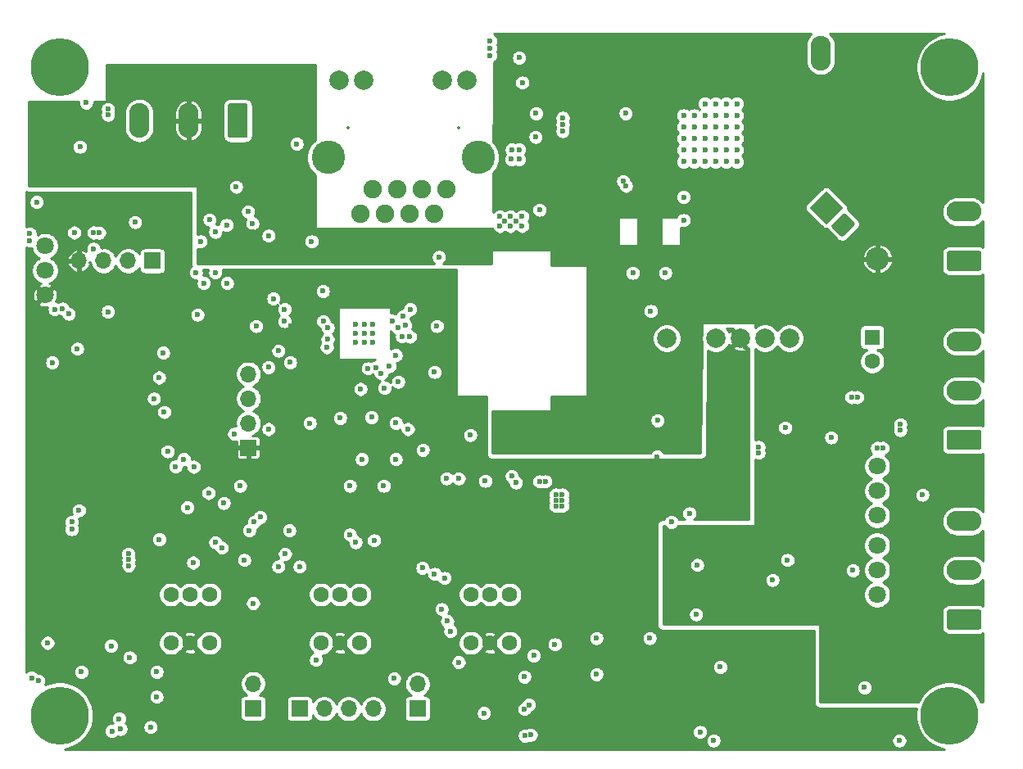
<source format=gbr>
%TF.GenerationSoftware,KiCad,Pcbnew,(5.1.10)-1*%
%TF.CreationDate,2022-06-11T01:01:33+08:00*%
%TF.ProjectId,interface,696e7465-7266-4616-9365-2e6b69636164,rev?*%
%TF.SameCoordinates,Original*%
%TF.FileFunction,Copper,L2,Inr*%
%TF.FilePolarity,Positive*%
%FSLAX46Y46*%
G04 Gerber Fmt 4.6, Leading zero omitted, Abs format (unit mm)*
G04 Created by KiCad (PCBNEW (5.1.10)-1) date 2022-06-11 01:01:33*
%MOMM*%
%LPD*%
G01*
G04 APERTURE LIST*
%TA.AperFunction,ComponentPad*%
%ADD10O,1.700000X1.700000*%
%TD*%
%TA.AperFunction,ComponentPad*%
%ADD11R,1.700000X1.700000*%
%TD*%
%TA.AperFunction,ComponentPad*%
%ADD12C,1.600000*%
%TD*%
%TA.AperFunction,ComponentPad*%
%ADD13O,3.600000X2.080000*%
%TD*%
%TA.AperFunction,ComponentPad*%
%ADD14O,2.080000X3.600000*%
%TD*%
%TA.AperFunction,ComponentPad*%
%ADD15R,1.600000X1.600000*%
%TD*%
%TA.AperFunction,ComponentPad*%
%ADD16C,0.800000*%
%TD*%
%TA.AperFunction,ComponentPad*%
%ADD17C,6.000000*%
%TD*%
%TA.AperFunction,ComponentPad*%
%ADD18C,2.400000*%
%TD*%
%TA.AperFunction,ComponentPad*%
%ADD19C,0.350000*%
%TD*%
%TA.AperFunction,ComponentPad*%
%ADD20C,2.000000*%
%TD*%
%TA.AperFunction,ComponentPad*%
%ADD21C,1.800000*%
%TD*%
%TA.AperFunction,ComponentPad*%
%ADD22C,3.450000*%
%TD*%
%TA.AperFunction,ComponentPad*%
%ADD23C,1.900000*%
%TD*%
%TA.AperFunction,ViaPad*%
%ADD24C,0.600000*%
%TD*%
%TA.AperFunction,Conductor*%
%ADD25C,0.508000*%
%TD*%
%TA.AperFunction,Conductor*%
%ADD26C,0.254000*%
%TD*%
%TA.AperFunction,Conductor*%
%ADD27C,0.350000*%
%TD*%
%ADD28C,0.300000*%
%ADD29C,0.350000*%
G04 APERTURE END LIST*
D10*
%TO.N,/SPWM2_TMS*%
%TO.C,J3*%
X36420000Y4700000D03*
%TO.N,/SPWM1_TCK*%
X33880000Y4700000D03*
%TO.N,/LMTX2_TDO*%
X31340000Y4700000D03*
D11*
%TO.N,/LMTX1_TDI*%
X28800000Y4700000D03*
%TD*%
%TO.N,GNDPWR*%
%TO.C,C4*%
%TA.AperFunction,ComponentPad*%
G36*
G01*
X86060660Y53427208D02*
X86272792Y53639340D01*
G75*
G02*
X87474874Y53639340I601041J-601041D01*
G01*
X87474874Y53639340D01*
G75*
G02*
X87474874Y52437258I-601041J-601041D01*
G01*
X87262742Y52225126D01*
G75*
G02*
X86060660Y52225126I-601041J601041D01*
G01*
X86060660Y52225126D01*
G75*
G02*
X86060660Y53427208I601041J601041D01*
G01*
G37*
%TD.AperFunction*%
%TO.N,Net-(C4-Pad1)*%
%TA.AperFunction,ComponentPad*%
G36*
G01*
X83868629Y54770711D02*
X84929289Y55831371D01*
G75*
G02*
X85282843Y55831371I176777J-176777D01*
G01*
X86131371Y54982843D01*
G75*
G02*
X86131371Y54629289I-176777J-176777D01*
G01*
X85070711Y53568629D01*
G75*
G02*
X84717157Y53568629I-176777J176777D01*
G01*
X83868629Y54417157D01*
G75*
G02*
X83868629Y54770711I176777J176777D01*
G01*
G37*
%TD.AperFunction*%
%TD*%
D10*
%TO.N,/LEDBX*%
%TO.C,D12*%
X41000000Y7250000D03*
D11*
%TO.N,Net-(D12-Pad1)*%
X41000000Y4710000D03*
%TD*%
D10*
%TO.N,/LEDAX_485RW*%
%TO.C,D11*%
X24000000Y7290000D03*
D11*
%TO.N,Net-(D11-Pad1)*%
X24000000Y4750000D03*
%TD*%
D10*
%TO.N,GND*%
%TO.C,J8*%
X5980000Y51000000D03*
%TO.N,/PROG_TXD*%
X8520000Y51000000D03*
%TO.N,/PROG_RXD*%
X11060000Y51000000D03*
D11*
%TO.N,+3V3*%
X13600000Y51000000D03*
%TD*%
D12*
%TO.N,N/C*%
%TO.C,SW4*%
X46500000Y16500000D03*
X48500000Y16500000D03*
X50500000Y16500000D03*
%TO.N,/ADC_Manual*%
X46500000Y11500000D03*
%TO.N,GND*%
X48500000Y11500000D03*
%TO.N,N/C*%
X50500000Y11500000D03*
%TD*%
%TO.N,N/C*%
%TO.C,SW3*%
X31000000Y16500000D03*
X33000000Y16500000D03*
X35000000Y16500000D03*
%TO.N,Net-(R15-Pad1)*%
X31000000Y11500000D03*
%TO.N,GND*%
X33000000Y11500000D03*
%TO.N,N/C*%
X35000000Y11500000D03*
%TD*%
%TO.N,N/C*%
%TO.C,SW2*%
X15500000Y16500000D03*
X17500000Y16500000D03*
X19500000Y16500000D03*
%TO.N,Net-(R26-Pad1)*%
X15500000Y11500000D03*
%TO.N,GND*%
X17500000Y11500000D03*
%TO.N,N/C*%
X19500000Y11500000D03*
%TD*%
D13*
%TO.N,Net-(J9-Pad3)*%
%TO.C,J9*%
X97500000Y42660000D03*
%TO.N,Net-(C28-Pad1)*%
X97500000Y37580000D03*
%TO.N,Net-(J9-Pad1)*%
%TA.AperFunction,ComponentPad*%
G36*
G01*
X99050002Y31460000D02*
X95949998Y31460000D01*
G75*
G02*
X95700000Y31709998I0J249998D01*
G01*
X95700000Y33290002D01*
G75*
G02*
X95949998Y33540000I249998J0D01*
G01*
X99050002Y33540000D01*
G75*
G02*
X99300000Y33290002I0J-249998D01*
G01*
X99300000Y31709998D01*
G75*
G02*
X99050002Y31460000I-249998J0D01*
G01*
G37*
%TD.AperFunction*%
%TD*%
D14*
%TO.N,/RS485/A485*%
%TO.C,J12*%
X12250000Y65500000D03*
%TO.N,GNDPWR*%
X17330000Y65500000D03*
%TO.N,/RS485/B485*%
%TA.AperFunction,ComponentPad*%
G36*
G01*
X23450000Y67050002D02*
X23450000Y63949998D01*
G75*
G02*
X23200002Y63700000I-249998J0D01*
G01*
X21619998Y63700000D01*
G75*
G02*
X21370000Y63949998I0J249998D01*
G01*
X21370000Y67050002D01*
G75*
G02*
X21619998Y67300000I249998J0D01*
G01*
X23200002Y67300000D01*
G75*
G02*
X23450000Y67050002I0J-249998D01*
G01*
G37*
%TD.AperFunction*%
%TD*%
D13*
%TO.N,Net-(J11-Pad3)*%
%TO.C,J11*%
X97500000Y24080000D03*
%TO.N,Net-(C27-Pad1)*%
X97500000Y19000000D03*
%TO.N,Net-(J11-Pad1)*%
%TA.AperFunction,ComponentPad*%
G36*
G01*
X99050002Y12880000D02*
X95949998Y12880000D01*
G75*
G02*
X95700000Y13129998I0J249998D01*
G01*
X95700000Y14710002D01*
G75*
G02*
X95949998Y14960000I249998J0D01*
G01*
X99050002Y14960000D01*
G75*
G02*
X99300000Y14710002I0J-249998D01*
G01*
X99300000Y13129998D01*
G75*
G02*
X99050002Y12880000I-249998J0D01*
G01*
G37*
%TD.AperFunction*%
%TD*%
%TO.N,GNDPWR*%
%TO.C,J10*%
X97500000Y61160000D03*
%TO.N,Net-(J10-Pad2)*%
X97500000Y56080000D03*
%TO.N,Net-(J10-Pad1)*%
%TA.AperFunction,ComponentPad*%
G36*
G01*
X99050002Y49960000D02*
X95949998Y49960000D01*
G75*
G02*
X95700000Y50209998I0J249998D01*
G01*
X95700000Y51790002D01*
G75*
G02*
X95949998Y52040000I249998J0D01*
G01*
X99050002Y52040000D01*
G75*
G02*
X99300000Y51790002I0J-249998D01*
G01*
X99300000Y50209998D01*
G75*
G02*
X99050002Y49960000I-249998J0D01*
G01*
G37*
%TD.AperFunction*%
%TD*%
D14*
%TO.N,VAC*%
%TO.C,J1*%
X82670000Y72500000D03*
%TO.N,GNDPWR*%
%TA.AperFunction,ComponentPad*%
G36*
G01*
X88790000Y74050002D02*
X88790000Y70949998D01*
G75*
G02*
X88540002Y70700000I-249998J0D01*
G01*
X86959998Y70700000D01*
G75*
G02*
X86710000Y70949998I0J249998D01*
G01*
X86710000Y74050002D01*
G75*
G02*
X86959998Y74300000I249998J0D01*
G01*
X88540002Y74300000D01*
G75*
G02*
X88790000Y74050002I0J-249998D01*
G01*
G37*
%TD.AperFunction*%
%TD*%
D12*
%TO.N,GND*%
%TO.C,C2*%
X88000000Y40600000D03*
D15*
%TO.N,+5V*%
X88000000Y43100000D03*
%TD*%
D16*
%TO.N,Net-(SC4-Pad1)*%
%TO.C,SC4*%
X98056810Y5187500D03*
X98056810Y2812500D03*
X96000000Y1625000D03*
X93943190Y2812500D03*
X93943190Y5187500D03*
X96000000Y6375000D03*
D17*
X96000000Y4000000D03*
%TD*%
D16*
%TO.N,Net-(SC3-Pad1)*%
%TO.C,SC3*%
X6056810Y5187500D03*
X6056810Y2812500D03*
X4000000Y1625000D03*
X1943190Y2812500D03*
X1943190Y5187500D03*
X4000000Y6375000D03*
D17*
X4000000Y4000000D03*
%TD*%
D16*
%TO.N,Net-(SC2-Pad1)*%
%TO.C,SC2*%
X98056810Y72187500D03*
X98056810Y69812500D03*
X96000000Y68625000D03*
X93943190Y69812500D03*
X93943190Y72187500D03*
X96000000Y73375000D03*
D17*
X96000000Y71000000D03*
%TD*%
D16*
%TO.N,Net-(SC1-Pad1)*%
%TO.C,SC1*%
X6056810Y72187500D03*
X6056810Y69812500D03*
X4000000Y68625000D03*
X1943190Y69812500D03*
X1943190Y72187500D03*
X4000000Y73375000D03*
D17*
X4000000Y71000000D03*
%TD*%
D18*
%TO.N,GNDPWR*%
%TO.C,C5*%
X88553301Y51196699D03*
%TA.AperFunction,ComponentPad*%
D19*
%TO.N,Net-(C4-Pad1)*%
G36*
X81552944Y56500000D02*
G01*
X83250000Y58197056D01*
X84947056Y56500000D01*
X83250000Y54802944D01*
X81552944Y56500000D01*
G37*
%TD.AperFunction*%
%TD*%
D10*
%TO.N,/SDA*%
%TO.C,U6*%
X23500000Y39310000D03*
%TO.N,/SCL*%
X23500000Y36770000D03*
%TO.N,+3V3*%
X23500000Y34230000D03*
D11*
%TO.N,GND*%
X23500000Y31690000D03*
%TD*%
D20*
%TO.N,+5V*%
%TO.C,U1*%
X76910000Y43000000D03*
%TO.N,+12V*%
X71830000Y43000000D03*
%TO.N,+5V*%
X79450000Y43000000D03*
%TO.N,GND*%
X74370000Y43000000D03*
%TO.N,GNDPWR*%
X69290000Y43000000D03*
%TO.N,+12V*%
X66750000Y43000000D03*
%TD*%
D21*
%TO.N,Net-(J11-Pad1)*%
%TO.C,JP3*%
X88500000Y16500000D03*
%TO.N,Net-(C27-Pad1)*%
X88500000Y19040000D03*
%TO.N,Net-(JP3-Pad1)*%
X88500000Y21580000D03*
%TD*%
%TO.N,Net-(J9-Pad1)*%
%TO.C,JP2*%
X88500000Y24670000D03*
%TO.N,Net-(C28-Pad1)*%
X88500000Y27210000D03*
%TO.N,Net-(JP2-Pad1)*%
X88500000Y29750000D03*
%TD*%
%TO.N,GND*%
%TO.C,JP1*%
X2500000Y47460000D03*
%TO.N,/BOOT_WP*%
X2500000Y50000000D03*
%TO.N,Net-(JP1-Pad1)*%
X2500000Y52540000D03*
%TD*%
D20*
%TO.N,+3V3*%
%TO.C,J6*%
X32875000Y69650000D03*
%TO.N,Net-(J6-Pad11)*%
X35415000Y69650000D03*
%TO.N,Net-(J6-Pad10)*%
X43585000Y69650000D03*
%TO.N,+3V3*%
X46125000Y69650000D03*
D22*
%TO.N,N/C*%
X31755000Y61700000D03*
X47245000Y61700000D03*
D23*
X36330000Y58400000D03*
%TO.N,+3V3*%
X38870000Y58400000D03*
%TO.N,/RXP*%
X41410000Y58400000D03*
%TO.N,/TXP*%
X43950000Y58400000D03*
%TO.N,Net-(J6-Pad8)*%
X35060000Y55860000D03*
%TO.N,/RXN*%
X37600000Y55860000D03*
%TO.N,/TXN*%
X42680000Y55860000D03*
%TO.N,+3V3*%
X40140000Y55860000D03*
%TD*%
D24*
%TO.N,GNDPWR*%
X49500000Y31500000D03*
X52000000Y31500000D03*
X65600000Y53700000D03*
X52750000Y69750000D03*
X30000000Y59100000D03*
X80500000Y22600000D03*
X80500000Y23200000D03*
X81200000Y16150000D03*
X81800000Y16150000D03*
X81250000Y24150000D03*
X81900000Y24150000D03*
X80650000Y24150000D03*
X85000000Y24150000D03*
X84350000Y24150000D03*
X85650000Y24150000D03*
X83350000Y23100000D03*
X91600000Y23450000D03*
X92250010Y22350000D03*
X92950000Y22350000D03*
X91550000Y22350000D03*
X77750000Y25100000D03*
X77750000Y31200000D03*
X72950000Y19600000D03*
X69950000Y22100000D03*
X70550000Y22100000D03*
X91450000Y29050000D03*
X92750000Y40200000D03*
X93550000Y40200000D03*
X92000000Y40200000D03*
X93000000Y45300000D03*
X18500000Y57900000D03*
X19150000Y60250000D03*
X19150000Y61100000D03*
X19150000Y61950000D03*
X16350000Y62950000D03*
X17500000Y62950000D03*
X18700000Y62950000D03*
X65600000Y55300000D03*
X64400000Y55300000D03*
X64400000Y53700000D03*
X54500000Y31500000D03*
X27200000Y70100000D03*
X61000000Y65000000D03*
X61000000Y62500000D03*
X61000000Y60000000D03*
X61000000Y61250000D03*
X61000000Y63750000D03*
X60750000Y57500000D03*
X57250000Y55750000D03*
X59750000Y63750000D03*
X59000000Y61500000D03*
X65750000Y68500000D03*
X65000000Y68500000D03*
X66500000Y68500000D03*
X60300000Y47000000D03*
X61000000Y47000000D03*
X59600000Y47000000D03*
X60500000Y43900000D03*
X61300000Y43900000D03*
X59700000Y43900000D03*
X61500000Y40900000D03*
X60400000Y40900000D03*
X62700000Y40900000D03*
X23986382Y54017605D03*
X1630210Y62896394D03*
X51175000Y28075000D03*
X50750000Y28750000D03*
X50750000Y31500000D03*
X85500000Y13300000D03*
X85500000Y13900000D03*
X33700000Y53200000D03*
X33700000Y52600000D03*
X76800000Y71200000D03*
X76800000Y65900000D03*
X77400000Y65900000D03*
X76200000Y65900000D03*
X54500000Y32100000D03*
X49300000Y58100002D03*
X57700000Y61000000D03*
X65600000Y52100000D03*
X64400000Y52100000D03*
%TO.N,+5V*%
X65800000Y34500000D03*
X9000000Y66100000D03*
X9000000Y66700000D03*
%TO.N,Net-(C4-Pad1)*%
X51500000Y72000000D03*
X62550000Y58750000D03*
X62250000Y59250000D03*
X51827770Y69433044D03*
X53250000Y66250000D03*
X62500000Y66250000D03*
%TO.N,+5VD*%
X19499994Y55250000D03*
X7496066Y53917367D03*
X28500000Y63100000D03*
X53600000Y28200000D03*
X54200000Y28200000D03*
X20095000Y49805000D03*
X20095000Y53995000D03*
X25600000Y53600000D03*
X53000000Y10200000D03*
X1100000Y7900000D03*
X900000Y53800000D03*
X900000Y53100000D03*
X8082633Y53916798D03*
X1800000Y7600000D03*
X18100000Y49799990D03*
%TO.N,+3V3*%
X43000000Y44250000D03*
X39000000Y38500000D03*
X42750000Y39500000D03*
X35250000Y30500000D03*
X38750000Y30500000D03*
X26100000Y47100000D03*
X43200000Y51400000D03*
X6750000Y67350000D03*
X22250000Y58656290D03*
X37500000Y27750000D03*
X48000000Y28250000D03*
X31205520Y47868420D03*
X5250000Y23250016D03*
X5250000Y23999996D03*
X47850000Y4250000D03*
X52050000Y8000000D03*
X55200000Y11350000D03*
X55950000Y26250000D03*
X55950000Y26850000D03*
X55950000Y25650000D03*
X55300000Y25650000D03*
X55300000Y26250000D03*
X55300000Y26850000D03*
X1630210Y57080863D03*
X17800000Y19801843D03*
X27300000Y20700000D03*
X24000000Y15600000D03*
X23080820Y20069790D03*
X11130210Y20100000D03*
X11130210Y19500000D03*
X11100000Y20700002D03*
X34600000Y21900000D03*
%TO.N,VAC*%
X51500000Y62499994D03*
X48500000Y73750000D03*
X48500000Y73000000D03*
X48500000Y72250000D03*
X50750016Y62500000D03*
X53200000Y63800000D03*
X50700000Y61500000D03*
X51500000Y61500000D03*
X51800000Y54600000D03*
X50600000Y54600000D03*
X50600000Y55600000D03*
X51800000Y55600000D03*
X49500000Y54600000D03*
X49500000Y55600000D03*
X51200000Y55100000D03*
X50000000Y55100000D03*
%TO.N,Net-(J9-Pad1)*%
X88500000Y31650000D03*
X89100000Y31650000D03*
%TO.N,/SCL*%
X13750000Y36750000D03*
%TO.N,Net-(R15-Pad1)*%
X45250000Y9500000D03*
%TO.N,Net-(R22-Pad1)*%
X36724341Y39975957D03*
X38090219Y40114486D03*
%TO.N,/SDA*%
X27750000Y23130210D03*
X14273989Y38933178D03*
X23591664Y23126856D03*
%TO.N,Net-(R28-Pad1)*%
X87200000Y6900000D03*
X70200000Y2300000D03*
%TO.N,+12V*%
X76250000Y31750000D03*
X76250000Y31150000D03*
X90900000Y33499998D03*
X86450000Y36900000D03*
X85850000Y36900000D03*
X90900000Y34100000D03*
X71600000Y1400000D03*
X90800000Y1400000D03*
X56000000Y64400000D03*
X56003202Y65080000D03*
X56003202Y65800000D03*
X65100000Y45800000D03*
X53600000Y56278982D03*
%TO.N,GND*%
X36400000Y44400000D03*
X35500000Y44400000D03*
X34600000Y44400000D03*
X34600000Y43500000D03*
X36400000Y43500000D03*
X35500000Y42600000D03*
X11600000Y36600000D03*
X11600000Y32400000D03*
X7400000Y32400000D03*
X7400000Y36600000D03*
X9500000Y34500000D03*
X36400000Y42600000D03*
X34600000Y42600000D03*
X65750000Y30750000D03*
X65750000Y30100000D03*
X64600000Y28750000D03*
X65250000Y28750000D03*
X59500000Y26250000D03*
X60250000Y26250000D03*
X3000000Y22000000D03*
X49250000Y20500000D03*
X49250000Y19900000D03*
X32400000Y26900000D03*
X33100000Y26900000D03*
X30900000Y20650000D03*
X27869925Y44239273D03*
X2000000Y25750000D03*
X2000000Y25100000D03*
X2000000Y45350000D03*
X2000000Y46000000D03*
X60750000Y4250000D03*
X62000000Y4250000D03*
X62750000Y10500000D03*
X69000000Y29000000D03*
X69000000Y29600000D03*
X28300000Y34750000D03*
X30800000Y34750000D03*
X12600000Y14700000D03*
X35500000Y43482368D03*
X43000000Y47000000D03*
X43000000Y41200000D03*
X40000000Y35800000D03*
X4000000Y54100000D03*
X4000000Y53500000D03*
X4600000Y53500000D03*
X2200000Y9900000D03*
X2200000Y10500000D03*
X2200000Y9300000D03*
X32800000Y46500000D03*
X34100000Y46500000D03*
X38700000Y46500000D03*
X38700000Y45700000D03*
X11799992Y57500000D03*
X72600000Y12100000D03*
X72600000Y11400000D03*
X55200000Y7600000D03*
X11800000Y14699992D03*
X25916031Y42135210D03*
X19100000Y42200000D03*
X20600000Y42200000D03*
X6700000Y14900000D03*
X16600000Y42200000D03*
X16630210Y40600000D03*
X37700000Y7200000D03*
X21269372Y29817683D03*
X19564456Y29199892D03*
X37500000Y24250000D03*
X58600000Y22100000D03*
X57000000Y23500000D03*
X16600000Y20200000D03*
X36400000Y20300000D03*
X48400000Y2500000D03*
X49300000Y4200000D03*
X40400000Y10800000D03*
%TO.N,Net-(C25-Pad1)*%
X79000000Y33750000D03*
X83750000Y32731009D03*
%TO.N,Net-(C27-Pad1)*%
X86000000Y19000000D03*
%TO.N,Net-(C28-Pad1)*%
X93200000Y26800000D03*
%TO.N,/+24V*%
X70700000Y67250000D03*
X71800000Y67250000D03*
X72900000Y67250000D03*
X74000000Y67250000D03*
X68500000Y66050000D03*
X69600000Y66050000D03*
X70700000Y66050000D03*
X71800000Y66050000D03*
X72900000Y66050000D03*
X74000000Y66050000D03*
X68500000Y64850000D03*
X69600000Y64850000D03*
X70700000Y64850000D03*
X71800000Y64850000D03*
X72900000Y64850000D03*
X74000000Y64850000D03*
X68500000Y63650000D03*
X69600000Y63650000D03*
X70700000Y63650000D03*
X71800000Y63650000D03*
X72900000Y63650000D03*
X74000000Y63650000D03*
X68500000Y62450000D03*
X69600000Y62450000D03*
X70700000Y62450000D03*
X71800000Y62450000D03*
X72900000Y62450000D03*
X74000000Y62450000D03*
X68500000Y61250000D03*
X69600000Y61250000D03*
X70700000Y61250000D03*
X71800000Y61250000D03*
X72900000Y61250000D03*
X74000000Y61250000D03*
%TO.N,Net-(C36-Pad1)*%
X66603202Y49750000D03*
X63250000Y49750000D03*
%TO.N,Net-(D8-Pad2)*%
X23488202Y56100000D03*
X23933506Y54855982D03*
%TO.N,Net-(J5-Pad10)*%
X11250000Y10000000D03*
%TO.N,/RELOUT6*%
X44400000Y12700004D03*
%TO.N,Net-(J5-Pad7)*%
X2750000Y11500000D03*
%TO.N,/RELOUT4*%
X43500000Y15000000D03*
%TO.N,/RELOUT5*%
X44069790Y13750000D03*
%TO.N,/RELOUT2*%
X42750000Y18630210D03*
%TO.N,/RELOUT3*%
X43782781Y18217219D03*
%TO.N,/RELOUT1*%
X41499799Y19249799D03*
%TO.N,/ISense1*%
X6100000Y62800000D03*
%TO.N,/LMTX1_TDI*%
X67250000Y24000000D03*
%TO.N,/SER*%
X41550000Y31450000D03*
X15161787Y31300000D03*
%TO.N,/SRCLK*%
X22050000Y33100000D03*
X46448999Y32998999D03*
%TO.N,/EMAC_CLK_OUT_180*%
X14695000Y41505000D03*
X27835647Y40504810D03*
%TO.N,/485TXD*%
X7500000Y52250000D03*
X30050000Y53000000D03*
%TO.N,/485RXD*%
X11800000Y55000000D03*
X21250000Y54700000D03*
%TO.N,/EMAC_RXD0*%
X33000000Y34750000D03*
X36238881Y34836619D03*
%TO.N,/EMAC_RX_DRV*%
X38750000Y34250000D03*
X29862991Y34230210D03*
%TO.N,/LMTX2_TDO*%
X22650000Y27750000D03*
X34000000Y27750000D03*
%TO.N,Net-(R26-Pad1)*%
X30500000Y9750000D03*
%TO.N,/MDIO*%
X37588202Y37872667D03*
X37249125Y39367885D03*
X14812579Y35373012D03*
%TO.N,Net-(R32-Pad1)*%
X35111798Y37750000D03*
X35881201Y39875957D03*
%TO.N,/SPWM2_TMS*%
X17200000Y25504810D03*
%TO.N,/POT1*%
X9400000Y2400000D03*
X52100000Y1900000D03*
X52700000Y2000000D03*
%TO.N,Net-(R36-Pad2)*%
X27250000Y46000000D03*
X27250000Y44750000D03*
%TO.N,Net-(R37-Pad2)*%
X59500000Y8250000D03*
X72293710Y9007598D03*
%TO.N,Net-(R38-Pad2)*%
X24304589Y44251064D03*
X31715368Y44095814D03*
%TO.N,/SPWM1_TCK*%
X6250000Y8500000D03*
X20965259Y25953686D03*
%TO.N,/POT2*%
X10300000Y2600000D03*
X52500000Y5100000D03*
X52050000Y4650000D03*
%TO.N,Net-(R45-Pad1)*%
X59500000Y12000000D03*
X65000000Y12000000D03*
%TO.N,Net-(R50-Pad1)*%
X69900000Y19550000D03*
X79235000Y20069000D03*
%TO.N,Net-(R59-Pad1)*%
X5511388Y53917778D03*
X21300000Y48700000D03*
X18900000Y48700002D03*
X18569790Y53000000D03*
%TO.N,Net-(R66-Pad1)*%
X68500000Y57600000D03*
X68500000Y55200004D03*
%TO.N,/MDC*%
X38750000Y41250000D03*
X3250000Y40500000D03*
%TO.N,/EMAC_TXD1*%
X31702360Y42886203D03*
X38400000Y44799998D03*
X9002666Y45747334D03*
X4931494Y45525424D03*
%TO.N,/EMAC_TX_EN*%
X39397668Y43178113D03*
X26620776Y41720468D03*
%TO.N,/EMAC_TXD0*%
X31619358Y42064243D03*
%TO.N,/OE*%
X44000000Y28500000D03*
X15965000Y29730210D03*
%TO.N,/RCLK*%
X45249996Y28500000D03*
X16837036Y30501869D03*
%TO.N,Net-(U14-Pad7)*%
X69800000Y14450000D03*
X77700000Y18000000D03*
%TO.N,/PHY_VDDA*%
X40250000Y46000000D03*
X39499986Y45250000D03*
X31249776Y44750316D03*
X40200713Y43161759D03*
%TO.N,/BOOT_WP*%
X18250007Y45439367D03*
X24750000Y24500000D03*
%TO.N,/ISense1*%
X4301284Y46055623D03*
X5804995Y41904995D03*
X14300000Y22200000D03*
X6000000Y25200000D03*
%TO.N,/ADC_Manual*%
X9312579Y11200000D03*
%TO.N,/POT2*%
X10157211Y3657227D03*
%TO.N,/EMAC_TXD0*%
X38968601Y44089443D03*
%TO.N,/PHY_VDDA*%
X39739045Y44316526D03*
%TO.N,/LEDAX_485RW*%
X38569799Y7830201D03*
X40000000Y33600000D03*
X25600000Y40000000D03*
X3500000Y46000000D03*
X25600000Y33600004D03*
%TO.N,/SPWM2_TMS*%
X13400000Y2800002D03*
X20100000Y21902719D03*
%TO.N,/SPWM1_TCK*%
X14030210Y8503606D03*
X14030210Y5933646D03*
X20779456Y21327830D03*
%TO.N,/BOOT_WP*%
X17866844Y29707724D03*
%TO.N,/LMTX2_TDO*%
X69100000Y24900000D03*
X34000000Y22700638D03*
X36500000Y22100000D03*
%TO.N,/LMTX1_TDI*%
X28799994Y19400000D03*
X19400000Y27000000D03*
X24100000Y24000000D03*
X26600000Y19400000D03*
%TD*%
D25*
%TO.N,GND*%
X74370000Y43000000D02*
X74370000Y42630000D01*
X74370000Y42630000D02*
X75000000Y42000000D01*
%TD*%
D26*
%TO.N,GNDPWR*%
X81570103Y74359898D02*
X81376658Y74124184D01*
X81232916Y73855260D01*
X81144398Y73563461D01*
X81122000Y73336048D01*
X81122000Y71663953D01*
X81144398Y71436540D01*
X81232915Y71144741D01*
X81376657Y70875817D01*
X81570102Y70640102D01*
X81805816Y70446657D01*
X82074740Y70302915D01*
X82366539Y70214398D01*
X82670000Y70184510D01*
X82973460Y70214398D01*
X83265259Y70302915D01*
X83534183Y70446657D01*
X83769898Y70640102D01*
X83963343Y70875816D01*
X84107085Y71144740D01*
X84195602Y71436539D01*
X84218000Y71663952D01*
X84218000Y73336048D01*
X84195602Y73563461D01*
X84107085Y73855260D01*
X83963343Y74124184D01*
X83769898Y74359898D01*
X83639394Y74467000D01*
X95448370Y74467000D01*
X94976754Y74373190D01*
X94338339Y74108750D01*
X93763780Y73724842D01*
X93275158Y73236220D01*
X92891250Y72661661D01*
X92626810Y72023246D01*
X92492000Y71345508D01*
X92492000Y70654492D01*
X92626810Y69976754D01*
X92891250Y69338339D01*
X93275158Y68763780D01*
X93763780Y68275158D01*
X94338339Y67891250D01*
X94976754Y67626810D01*
X95654492Y67492000D01*
X96345508Y67492000D01*
X97023246Y67626810D01*
X97661661Y67891250D01*
X98236220Y68275158D01*
X98724842Y68763780D01*
X99108750Y69338339D01*
X99373190Y69976754D01*
X99467000Y70448371D01*
X99467000Y57049393D01*
X99359898Y57179898D01*
X99124184Y57373343D01*
X98855260Y57517085D01*
X98563461Y57605602D01*
X98336048Y57628000D01*
X96663952Y57628000D01*
X96436539Y57605602D01*
X96144740Y57517085D01*
X95875816Y57373343D01*
X95640102Y57179898D01*
X95446657Y56944184D01*
X95302915Y56675260D01*
X95214398Y56383461D01*
X95184510Y56080000D01*
X95214398Y55776539D01*
X95302915Y55484740D01*
X95446657Y55215816D01*
X95640102Y54980102D01*
X95875816Y54786657D01*
X96144740Y54642915D01*
X96436539Y54554398D01*
X96663952Y54532000D01*
X98336048Y54532000D01*
X98563461Y54554398D01*
X98855260Y54642915D01*
X99124184Y54786657D01*
X99359898Y54980102D01*
X99467000Y55110607D01*
X99467000Y52425230D01*
X99341016Y52492571D01*
X99198359Y52535845D01*
X99050002Y52550457D01*
X95949998Y52550457D01*
X95801641Y52535845D01*
X95658984Y52492571D01*
X95527512Y52422297D01*
X95412275Y52327725D01*
X95317703Y52212488D01*
X95247429Y52081016D01*
X95204155Y51938359D01*
X95189543Y51790002D01*
X95189543Y50209998D01*
X95204155Y50061641D01*
X95247429Y49918984D01*
X95317703Y49787512D01*
X95412275Y49672275D01*
X95527512Y49577703D01*
X95658984Y49507429D01*
X95801641Y49464155D01*
X95949998Y49449543D01*
X99050002Y49449543D01*
X99198359Y49464155D01*
X99341016Y49507429D01*
X99467000Y49574770D01*
X99467000Y43629393D01*
X99359898Y43759898D01*
X99124184Y43953343D01*
X98855260Y44097085D01*
X98563461Y44185602D01*
X98336048Y44208000D01*
X96663952Y44208000D01*
X96436539Y44185602D01*
X96144740Y44097085D01*
X95875816Y43953343D01*
X95640102Y43759898D01*
X95446657Y43524184D01*
X95302915Y43255260D01*
X95214398Y42963461D01*
X95184510Y42660000D01*
X95214398Y42356539D01*
X95302915Y42064740D01*
X95446657Y41795816D01*
X95640102Y41560102D01*
X95875816Y41366657D01*
X96144740Y41222915D01*
X96436539Y41134398D01*
X96663952Y41112000D01*
X98336048Y41112000D01*
X98563461Y41134398D01*
X98855260Y41222915D01*
X99124184Y41366657D01*
X99359898Y41560102D01*
X99467000Y41690607D01*
X99467000Y38549393D01*
X99359898Y38679898D01*
X99124184Y38873343D01*
X98855260Y39017085D01*
X98563461Y39105602D01*
X98336048Y39128000D01*
X96663952Y39128000D01*
X96436539Y39105602D01*
X96144740Y39017085D01*
X95875816Y38873343D01*
X95640102Y38679898D01*
X95446657Y38444184D01*
X95302915Y38175260D01*
X95214398Y37883461D01*
X95184510Y37580000D01*
X95214398Y37276539D01*
X95302915Y36984740D01*
X95446657Y36715816D01*
X95640102Y36480102D01*
X95875816Y36286657D01*
X96144740Y36142915D01*
X96436539Y36054398D01*
X96663952Y36032000D01*
X98336048Y36032000D01*
X98563461Y36054398D01*
X98855260Y36142915D01*
X99124184Y36286657D01*
X99359898Y36480102D01*
X99467001Y36610607D01*
X99467001Y33925230D01*
X99341016Y33992571D01*
X99198359Y34035845D01*
X99050002Y34050457D01*
X95949998Y34050457D01*
X95801641Y34035845D01*
X95658984Y33992571D01*
X95527512Y33922297D01*
X95412275Y33827725D01*
X95317703Y33712488D01*
X95247429Y33581016D01*
X95204155Y33438359D01*
X95189543Y33290002D01*
X95189543Y31709998D01*
X95204155Y31561641D01*
X95247429Y31418984D01*
X95317703Y31287512D01*
X95412275Y31172275D01*
X95527512Y31077703D01*
X95658984Y31007429D01*
X95801641Y30964155D01*
X95949998Y30949543D01*
X99050002Y30949543D01*
X99198359Y30964155D01*
X99341016Y31007429D01*
X99467001Y31074770D01*
X99467001Y25049393D01*
X99359898Y25179898D01*
X99124184Y25373343D01*
X98855260Y25517085D01*
X98563461Y25605602D01*
X98336048Y25628000D01*
X96663952Y25628000D01*
X96436539Y25605602D01*
X96144740Y25517085D01*
X95875816Y25373343D01*
X95640102Y25179898D01*
X95446657Y24944184D01*
X95302915Y24675260D01*
X95214398Y24383461D01*
X95184510Y24080000D01*
X95214398Y23776539D01*
X95302915Y23484740D01*
X95446657Y23215816D01*
X95640102Y22980102D01*
X95875816Y22786657D01*
X96144740Y22642915D01*
X96436539Y22554398D01*
X96663952Y22532000D01*
X98336048Y22532000D01*
X98563461Y22554398D01*
X98855260Y22642915D01*
X99124184Y22786657D01*
X99359898Y22980102D01*
X99467001Y23110607D01*
X99467001Y19969393D01*
X99359898Y20099898D01*
X99124184Y20293343D01*
X98855260Y20437085D01*
X98563461Y20525602D01*
X98336048Y20548000D01*
X96663952Y20548000D01*
X96436539Y20525602D01*
X96144740Y20437085D01*
X95875816Y20293343D01*
X95640102Y20099898D01*
X95446657Y19864184D01*
X95302915Y19595260D01*
X95214398Y19303461D01*
X95184510Y19000000D01*
X95214398Y18696539D01*
X95302915Y18404740D01*
X95446657Y18135816D01*
X95640102Y17900102D01*
X95875816Y17706657D01*
X96144740Y17562915D01*
X96436539Y17474398D01*
X96663952Y17452000D01*
X98336048Y17452000D01*
X98563461Y17474398D01*
X98855260Y17562915D01*
X99124184Y17706657D01*
X99359898Y17900102D01*
X99467001Y18030607D01*
X99467001Y15345230D01*
X99341016Y15412571D01*
X99198359Y15455845D01*
X99050002Y15470457D01*
X95949998Y15470457D01*
X95801641Y15455845D01*
X95658984Y15412571D01*
X95527512Y15342297D01*
X95412275Y15247725D01*
X95317703Y15132488D01*
X95247429Y15001016D01*
X95204155Y14858359D01*
X95189543Y14710002D01*
X95189543Y13129998D01*
X95204155Y12981641D01*
X95247429Y12838984D01*
X95317703Y12707512D01*
X95412275Y12592275D01*
X95527512Y12497703D01*
X95658984Y12427429D01*
X95801641Y12384155D01*
X95949998Y12369543D01*
X99050002Y12369543D01*
X99198359Y12384155D01*
X99341016Y12427429D01*
X99467001Y12494770D01*
X99467001Y5377000D01*
X99226660Y5377000D01*
X99108750Y5661661D01*
X98724842Y6236220D01*
X98236220Y6724842D01*
X97661661Y7108750D01*
X97023246Y7373190D01*
X96345508Y7508000D01*
X95654492Y7508000D01*
X94976754Y7373190D01*
X94338339Y7108750D01*
X93763780Y6724842D01*
X93275158Y6236220D01*
X92891250Y5661661D01*
X92773340Y5377000D01*
X82627000Y5377000D01*
X82627000Y6979581D01*
X86392000Y6979581D01*
X86392000Y6820419D01*
X86423051Y6664315D01*
X86483959Y6517268D01*
X86572385Y6384930D01*
X86684930Y6272385D01*
X86817268Y6183959D01*
X86964315Y6123051D01*
X87120419Y6092000D01*
X87279581Y6092000D01*
X87435685Y6123051D01*
X87582732Y6183959D01*
X87715070Y6272385D01*
X87827615Y6384930D01*
X87916041Y6517268D01*
X87976949Y6664315D01*
X88008000Y6820419D01*
X88008000Y6979581D01*
X87976949Y7135685D01*
X87916041Y7282732D01*
X87827615Y7415070D01*
X87715070Y7527615D01*
X87582732Y7616041D01*
X87435685Y7676949D01*
X87279581Y7708000D01*
X87120419Y7708000D01*
X86964315Y7676949D01*
X86817268Y7616041D01*
X86684930Y7527615D01*
X86572385Y7415070D01*
X86483959Y7282732D01*
X86423051Y7135685D01*
X86392000Y6979581D01*
X82627000Y6979581D01*
X82627000Y13300000D01*
X82624560Y13324776D01*
X82617333Y13348601D01*
X82605597Y13370557D01*
X82589803Y13389803D01*
X82570557Y13405597D01*
X82548601Y13417333D01*
X82524776Y13424560D01*
X82500000Y13427000D01*
X66377000Y13427000D01*
X66377000Y14529581D01*
X68992000Y14529581D01*
X68992000Y14370419D01*
X69023051Y14214315D01*
X69083959Y14067268D01*
X69172385Y13934930D01*
X69284930Y13822385D01*
X69417268Y13733959D01*
X69564315Y13673051D01*
X69720419Y13642000D01*
X69879581Y13642000D01*
X70035685Y13673051D01*
X70182732Y13733959D01*
X70315070Y13822385D01*
X70427615Y13934930D01*
X70516041Y14067268D01*
X70576949Y14214315D01*
X70608000Y14370419D01*
X70608000Y14529581D01*
X70576949Y14685685D01*
X70516041Y14832732D01*
X70427615Y14965070D01*
X70315070Y15077615D01*
X70182732Y15166041D01*
X70035685Y15226949D01*
X69879581Y15258000D01*
X69720419Y15258000D01*
X69564315Y15226949D01*
X69417268Y15166041D01*
X69284930Y15077615D01*
X69172385Y14965070D01*
X69083959Y14832732D01*
X69023051Y14685685D01*
X68992000Y14529581D01*
X66377000Y14529581D01*
X66377000Y18079581D01*
X76892000Y18079581D01*
X76892000Y17920419D01*
X76923051Y17764315D01*
X76983959Y17617268D01*
X77072385Y17484930D01*
X77184930Y17372385D01*
X77317268Y17283959D01*
X77464315Y17223051D01*
X77620419Y17192000D01*
X77779581Y17192000D01*
X77935685Y17223051D01*
X78082732Y17283959D01*
X78215070Y17372385D01*
X78327615Y17484930D01*
X78416041Y17617268D01*
X78476949Y17764315D01*
X78508000Y17920419D01*
X78508000Y18079581D01*
X78476949Y18235685D01*
X78416041Y18382732D01*
X78327615Y18515070D01*
X78215070Y18627615D01*
X78082732Y18716041D01*
X77935685Y18776949D01*
X77779581Y18808000D01*
X77620419Y18808000D01*
X77464315Y18776949D01*
X77317268Y18716041D01*
X77184930Y18627615D01*
X77072385Y18515070D01*
X76983959Y18382732D01*
X76923051Y18235685D01*
X76892000Y18079581D01*
X66377000Y18079581D01*
X66377000Y19629581D01*
X69092000Y19629581D01*
X69092000Y19470419D01*
X69123051Y19314315D01*
X69183959Y19167268D01*
X69272385Y19034930D01*
X69384930Y18922385D01*
X69517268Y18833959D01*
X69664315Y18773051D01*
X69820419Y18742000D01*
X69979581Y18742000D01*
X70135685Y18773051D01*
X70282732Y18833959D01*
X70415070Y18922385D01*
X70527615Y19034930D01*
X70557450Y19079581D01*
X85192000Y19079581D01*
X85192000Y18920419D01*
X85223051Y18764315D01*
X85283959Y18617268D01*
X85372385Y18484930D01*
X85484930Y18372385D01*
X85617268Y18283959D01*
X85764315Y18223051D01*
X85920419Y18192000D01*
X86079581Y18192000D01*
X86235685Y18223051D01*
X86382732Y18283959D01*
X86515070Y18372385D01*
X86627615Y18484930D01*
X86716041Y18617268D01*
X86776949Y18764315D01*
X86808000Y18920419D01*
X86808000Y19079581D01*
X86776949Y19235685D01*
X86716041Y19382732D01*
X86627615Y19515070D01*
X86515070Y19627615D01*
X86382732Y19716041D01*
X86235685Y19776949D01*
X86079581Y19808000D01*
X85920419Y19808000D01*
X85764315Y19776949D01*
X85617268Y19716041D01*
X85484930Y19627615D01*
X85372385Y19515070D01*
X85283959Y19382732D01*
X85223051Y19235685D01*
X85192000Y19079581D01*
X70557450Y19079581D01*
X70616041Y19167268D01*
X70676949Y19314315D01*
X70708000Y19470419D01*
X70708000Y19629581D01*
X70676949Y19785685D01*
X70616041Y19932732D01*
X70527615Y20065070D01*
X70444104Y20148581D01*
X78427000Y20148581D01*
X78427000Y19989419D01*
X78458051Y19833315D01*
X78518959Y19686268D01*
X78607385Y19553930D01*
X78719930Y19441385D01*
X78852268Y19352959D01*
X78999315Y19292051D01*
X79155419Y19261000D01*
X79314581Y19261000D01*
X79470685Y19292051D01*
X79617732Y19352959D01*
X79750070Y19441385D01*
X79862615Y19553930D01*
X79951041Y19686268D01*
X80011949Y19833315D01*
X80043000Y19989419D01*
X80043000Y20148581D01*
X80011949Y20304685D01*
X79951041Y20451732D01*
X79862615Y20584070D01*
X79750070Y20696615D01*
X79617732Y20785041D01*
X79470685Y20845949D01*
X79314581Y20877000D01*
X79155419Y20877000D01*
X78999315Y20845949D01*
X78852268Y20785041D01*
X78719930Y20696615D01*
X78607385Y20584070D01*
X78518959Y20451732D01*
X78458051Y20304685D01*
X78427000Y20148581D01*
X70444104Y20148581D01*
X70415070Y20177615D01*
X70282732Y20266041D01*
X70135685Y20326949D01*
X69979581Y20358000D01*
X69820419Y20358000D01*
X69664315Y20326949D01*
X69517268Y20266041D01*
X69384930Y20177615D01*
X69272385Y20065070D01*
X69183959Y19932732D01*
X69123051Y19785685D01*
X69092000Y19629581D01*
X66377000Y19629581D01*
X66377000Y21718676D01*
X87092000Y21718676D01*
X87092000Y21441324D01*
X87146108Y21169301D01*
X87252246Y20913062D01*
X87406335Y20682452D01*
X87602452Y20486335D01*
X87833062Y20332246D01*
X87886768Y20310000D01*
X87833062Y20287754D01*
X87602452Y20133665D01*
X87406335Y19937548D01*
X87252246Y19706938D01*
X87146108Y19450699D01*
X87092000Y19178676D01*
X87092000Y18901324D01*
X87146108Y18629301D01*
X87252246Y18373062D01*
X87406335Y18142452D01*
X87602452Y17946335D01*
X87833062Y17792246D01*
X87886768Y17770000D01*
X87833062Y17747754D01*
X87602452Y17593665D01*
X87406335Y17397548D01*
X87252246Y17166938D01*
X87146108Y16910699D01*
X87092000Y16638676D01*
X87092000Y16361324D01*
X87146108Y16089301D01*
X87252246Y15833062D01*
X87406335Y15602452D01*
X87602452Y15406335D01*
X87833062Y15252246D01*
X88089301Y15146108D01*
X88361324Y15092000D01*
X88638676Y15092000D01*
X88910699Y15146108D01*
X89166938Y15252246D01*
X89397548Y15406335D01*
X89593665Y15602452D01*
X89747754Y15833062D01*
X89853892Y16089301D01*
X89908000Y16361324D01*
X89908000Y16638676D01*
X89853892Y16910699D01*
X89747754Y17166938D01*
X89593665Y17397548D01*
X89397548Y17593665D01*
X89166938Y17747754D01*
X89113232Y17770000D01*
X89166938Y17792246D01*
X89397548Y17946335D01*
X89593665Y18142452D01*
X89747754Y18373062D01*
X89853892Y18629301D01*
X89908000Y18901324D01*
X89908000Y19178676D01*
X89853892Y19450699D01*
X89747754Y19706938D01*
X89593665Y19937548D01*
X89397548Y20133665D01*
X89166938Y20287754D01*
X89113232Y20310000D01*
X89166938Y20332246D01*
X89397548Y20486335D01*
X89593665Y20682452D01*
X89747754Y20913062D01*
X89853892Y21169301D01*
X89908000Y21441324D01*
X89908000Y21718676D01*
X89853892Y21990699D01*
X89747754Y22246938D01*
X89593665Y22477548D01*
X89397548Y22673665D01*
X89166938Y22827754D01*
X88910699Y22933892D01*
X88638676Y22988000D01*
X88361324Y22988000D01*
X88089301Y22933892D01*
X87833062Y22827754D01*
X87602452Y22673665D01*
X87406335Y22477548D01*
X87252246Y22246938D01*
X87146108Y21990699D01*
X87092000Y21718676D01*
X66377000Y21718676D01*
X66377000Y23623000D01*
X66531585Y23623000D01*
X66533959Y23617268D01*
X66622385Y23484930D01*
X66734930Y23372385D01*
X66867268Y23283959D01*
X67014315Y23223051D01*
X67170419Y23192000D01*
X67329581Y23192000D01*
X67485685Y23223051D01*
X67632732Y23283959D01*
X67765070Y23372385D01*
X67877615Y23484930D01*
X67966041Y23617268D01*
X67968415Y23623000D01*
X75750000Y23623000D01*
X75774776Y23625440D01*
X75798601Y23632667D01*
X75820557Y23644403D01*
X75839803Y23660197D01*
X75855597Y23679443D01*
X75867333Y23701399D01*
X75874560Y23725224D01*
X75877000Y23750000D01*
X75877000Y29888676D01*
X87092000Y29888676D01*
X87092000Y29611324D01*
X87146108Y29339301D01*
X87252246Y29083062D01*
X87406335Y28852452D01*
X87602452Y28656335D01*
X87833062Y28502246D01*
X87886768Y28480000D01*
X87833062Y28457754D01*
X87602452Y28303665D01*
X87406335Y28107548D01*
X87252246Y27876938D01*
X87146108Y27620699D01*
X87092000Y27348676D01*
X87092000Y27071324D01*
X87146108Y26799301D01*
X87252246Y26543062D01*
X87406335Y26312452D01*
X87602452Y26116335D01*
X87833062Y25962246D01*
X87886768Y25940000D01*
X87833062Y25917754D01*
X87602452Y25763665D01*
X87406335Y25567548D01*
X87252246Y25336938D01*
X87146108Y25080699D01*
X87092000Y24808676D01*
X87092000Y24531324D01*
X87146108Y24259301D01*
X87252246Y24003062D01*
X87406335Y23772452D01*
X87602452Y23576335D01*
X87833062Y23422246D01*
X88089301Y23316108D01*
X88361324Y23262000D01*
X88638676Y23262000D01*
X88910699Y23316108D01*
X89166938Y23422246D01*
X89397548Y23576335D01*
X89593665Y23772452D01*
X89747754Y24003062D01*
X89853892Y24259301D01*
X89908000Y24531324D01*
X89908000Y24808676D01*
X89853892Y25080699D01*
X89747754Y25336938D01*
X89593665Y25567548D01*
X89397548Y25763665D01*
X89166938Y25917754D01*
X89113232Y25940000D01*
X89166938Y25962246D01*
X89397548Y26116335D01*
X89593665Y26312452D01*
X89747754Y26543062D01*
X89853892Y26799301D01*
X89869860Y26879581D01*
X92392000Y26879581D01*
X92392000Y26720419D01*
X92423051Y26564315D01*
X92483959Y26417268D01*
X92572385Y26284930D01*
X92684930Y26172385D01*
X92817268Y26083959D01*
X92964315Y26023051D01*
X93120419Y25992000D01*
X93279581Y25992000D01*
X93435685Y26023051D01*
X93582732Y26083959D01*
X93715070Y26172385D01*
X93827615Y26284930D01*
X93916041Y26417268D01*
X93976949Y26564315D01*
X94008000Y26720419D01*
X94008000Y26879581D01*
X93976949Y27035685D01*
X93916041Y27182732D01*
X93827615Y27315070D01*
X93715070Y27427615D01*
X93582732Y27516041D01*
X93435685Y27576949D01*
X93279581Y27608000D01*
X93120419Y27608000D01*
X92964315Y27576949D01*
X92817268Y27516041D01*
X92684930Y27427615D01*
X92572385Y27315070D01*
X92483959Y27182732D01*
X92423051Y27035685D01*
X92392000Y26879581D01*
X89869860Y26879581D01*
X89908000Y27071324D01*
X89908000Y27348676D01*
X89853892Y27620699D01*
X89747754Y27876938D01*
X89593665Y28107548D01*
X89397548Y28303665D01*
X89166938Y28457754D01*
X89113232Y28480000D01*
X89166938Y28502246D01*
X89397548Y28656335D01*
X89593665Y28852452D01*
X89747754Y29083062D01*
X89853892Y29339301D01*
X89908000Y29611324D01*
X89908000Y29888676D01*
X89853892Y30160699D01*
X89747754Y30416938D01*
X89593665Y30647548D01*
X89397548Y30843665D01*
X89346725Y30877624D01*
X89482732Y30933959D01*
X89615070Y31022385D01*
X89727615Y31134930D01*
X89816041Y31267268D01*
X89876949Y31414315D01*
X89908000Y31570419D01*
X89908000Y31729581D01*
X89876949Y31885685D01*
X89816041Y32032732D01*
X89727615Y32165070D01*
X89615070Y32277615D01*
X89482732Y32366041D01*
X89335685Y32426949D01*
X89179581Y32458000D01*
X89020419Y32458000D01*
X88864315Y32426949D01*
X88800000Y32400309D01*
X88735685Y32426949D01*
X88579581Y32458000D01*
X88420419Y32458000D01*
X88264315Y32426949D01*
X88117268Y32366041D01*
X87984930Y32277615D01*
X87872385Y32165070D01*
X87783959Y32032732D01*
X87723051Y31885685D01*
X87692000Y31729581D01*
X87692000Y31570419D01*
X87723051Y31414315D01*
X87783959Y31267268D01*
X87872385Y31134930D01*
X87957866Y31049449D01*
X87833062Y30997754D01*
X87602452Y30843665D01*
X87406335Y30647548D01*
X87252246Y30416938D01*
X87146108Y30160699D01*
X87092000Y29888676D01*
X75877000Y29888676D01*
X75877000Y30429928D01*
X76014315Y30373051D01*
X76170419Y30342000D01*
X76329581Y30342000D01*
X76485685Y30373051D01*
X76632732Y30433959D01*
X76765070Y30522385D01*
X76877615Y30634930D01*
X76966041Y30767268D01*
X77026949Y30914315D01*
X77058000Y31070419D01*
X77058000Y31229581D01*
X77026949Y31385685D01*
X77000309Y31450000D01*
X77026949Y31514315D01*
X77058000Y31670419D01*
X77058000Y31829581D01*
X77026949Y31985685D01*
X76966041Y32132732D01*
X76877615Y32265070D01*
X76765070Y32377615D01*
X76632732Y32466041D01*
X76485685Y32526949D01*
X76329581Y32558000D01*
X76170419Y32558000D01*
X76014315Y32526949D01*
X75877000Y32470072D01*
X75877000Y32810590D01*
X82942000Y32810590D01*
X82942000Y32651428D01*
X82973051Y32495324D01*
X83033959Y32348277D01*
X83122385Y32215939D01*
X83234930Y32103394D01*
X83367268Y32014968D01*
X83514315Y31954060D01*
X83670419Y31923009D01*
X83829581Y31923009D01*
X83985685Y31954060D01*
X84132732Y32014968D01*
X84265070Y32103394D01*
X84377615Y32215939D01*
X84466041Y32348277D01*
X84526949Y32495324D01*
X84558000Y32651428D01*
X84558000Y32810590D01*
X84526949Y32966694D01*
X84466041Y33113741D01*
X84377615Y33246079D01*
X84265070Y33358624D01*
X84132732Y33447050D01*
X83985685Y33507958D01*
X83829581Y33539009D01*
X83670419Y33539009D01*
X83514315Y33507958D01*
X83367268Y33447050D01*
X83234930Y33358624D01*
X83122385Y33246079D01*
X83033959Y33113741D01*
X82973051Y32966694D01*
X82942000Y32810590D01*
X75877000Y32810590D01*
X75877000Y33829581D01*
X78192000Y33829581D01*
X78192000Y33670419D01*
X78223051Y33514315D01*
X78283959Y33367268D01*
X78372385Y33234930D01*
X78484930Y33122385D01*
X78617268Y33033959D01*
X78764315Y32973051D01*
X78920419Y32942000D01*
X79079581Y32942000D01*
X79235685Y32973051D01*
X79382732Y33033959D01*
X79515070Y33122385D01*
X79627615Y33234930D01*
X79716041Y33367268D01*
X79776949Y33514315D01*
X79808000Y33670419D01*
X79808000Y33829581D01*
X79776949Y33985685D01*
X79716041Y34132732D01*
X79684738Y34179581D01*
X90092000Y34179581D01*
X90092000Y34020419D01*
X90123051Y33864315D01*
X90149691Y33799999D01*
X90123051Y33735683D01*
X90092000Y33579579D01*
X90092000Y33420417D01*
X90123051Y33264313D01*
X90183959Y33117266D01*
X90272385Y32984928D01*
X90384930Y32872383D01*
X90517268Y32783957D01*
X90664315Y32723049D01*
X90820419Y32691998D01*
X90979581Y32691998D01*
X91135685Y32723049D01*
X91282732Y32783957D01*
X91415070Y32872383D01*
X91527615Y32984928D01*
X91616041Y33117266D01*
X91676949Y33264313D01*
X91708000Y33420417D01*
X91708000Y33579579D01*
X91676949Y33735683D01*
X91650309Y33799999D01*
X91676949Y33864315D01*
X91708000Y34020419D01*
X91708000Y34179581D01*
X91676949Y34335685D01*
X91616041Y34482732D01*
X91527615Y34615070D01*
X91415070Y34727615D01*
X91282732Y34816041D01*
X91135685Y34876949D01*
X90979581Y34908000D01*
X90820419Y34908000D01*
X90664315Y34876949D01*
X90517268Y34816041D01*
X90384930Y34727615D01*
X90272385Y34615070D01*
X90183959Y34482732D01*
X90123051Y34335685D01*
X90092000Y34179581D01*
X79684738Y34179581D01*
X79627615Y34265070D01*
X79515070Y34377615D01*
X79382732Y34466041D01*
X79235685Y34526949D01*
X79079581Y34558000D01*
X78920419Y34558000D01*
X78764315Y34526949D01*
X78617268Y34466041D01*
X78484930Y34377615D01*
X78372385Y34265070D01*
X78283959Y34132732D01*
X78223051Y33985685D01*
X78192000Y33829581D01*
X75877000Y33829581D01*
X75877000Y36979581D01*
X85042000Y36979581D01*
X85042000Y36820419D01*
X85073051Y36664315D01*
X85133959Y36517268D01*
X85222385Y36384930D01*
X85334930Y36272385D01*
X85467268Y36183959D01*
X85614315Y36123051D01*
X85770419Y36092000D01*
X85929581Y36092000D01*
X86085685Y36123051D01*
X86150000Y36149691D01*
X86214315Y36123051D01*
X86370419Y36092000D01*
X86529581Y36092000D01*
X86685685Y36123051D01*
X86832732Y36183959D01*
X86965070Y36272385D01*
X87077615Y36384930D01*
X87166041Y36517268D01*
X87226949Y36664315D01*
X87258000Y36820419D01*
X87258000Y36979581D01*
X87226949Y37135685D01*
X87166041Y37282732D01*
X87077615Y37415070D01*
X86965070Y37527615D01*
X86832732Y37616041D01*
X86685685Y37676949D01*
X86529581Y37708000D01*
X86370419Y37708000D01*
X86214315Y37676949D01*
X86150000Y37650309D01*
X86085685Y37676949D01*
X85929581Y37708000D01*
X85770419Y37708000D01*
X85614315Y37676949D01*
X85467268Y37616041D01*
X85334930Y37527615D01*
X85222385Y37415070D01*
X85133959Y37282732D01*
X85073051Y37135685D01*
X85042000Y36979581D01*
X75877000Y36979581D01*
X75877000Y41900366D01*
X75948706Y41828660D01*
X76195694Y41663627D01*
X76470132Y41549951D01*
X76761475Y41492000D01*
X77058525Y41492000D01*
X77349868Y41549951D01*
X77624306Y41663627D01*
X77871294Y41828660D01*
X78081340Y42038706D01*
X78180000Y42186360D01*
X78278660Y42038706D01*
X78488706Y41828660D01*
X78735694Y41663627D01*
X79010132Y41549951D01*
X79301475Y41492000D01*
X79598525Y41492000D01*
X79889868Y41549951D01*
X80164306Y41663627D01*
X80411294Y41828660D01*
X80621340Y42038706D01*
X80786373Y42285694D01*
X80900049Y42560132D01*
X80958000Y42851475D01*
X80958000Y43148525D01*
X80900049Y43439868D01*
X80786373Y43714306D01*
X80662296Y43900000D01*
X86689543Y43900000D01*
X86689543Y42300000D01*
X86699351Y42200415D01*
X86728399Y42104657D01*
X86775571Y42016405D01*
X86839052Y41939052D01*
X86916405Y41875571D01*
X87004657Y41828399D01*
X87100415Y41799351D01*
X87200000Y41789543D01*
X87453842Y41789543D01*
X87380430Y41759135D01*
X87166199Y41615990D01*
X86984010Y41433801D01*
X86840865Y41219570D01*
X86742266Y40981530D01*
X86692000Y40728827D01*
X86692000Y40471173D01*
X86742266Y40218470D01*
X86840865Y39980430D01*
X86984010Y39766199D01*
X87166199Y39584010D01*
X87380430Y39440865D01*
X87618470Y39342266D01*
X87871173Y39292000D01*
X88128827Y39292000D01*
X88381530Y39342266D01*
X88619570Y39440865D01*
X88833801Y39584010D01*
X89015990Y39766199D01*
X89159135Y39980430D01*
X89257734Y40218470D01*
X89308000Y40471173D01*
X89308000Y40728827D01*
X89257734Y40981530D01*
X89159135Y41219570D01*
X89015990Y41433801D01*
X88833801Y41615990D01*
X88619570Y41759135D01*
X88546158Y41789543D01*
X88800000Y41789543D01*
X88899585Y41799351D01*
X88995343Y41828399D01*
X89083595Y41875571D01*
X89160948Y41939052D01*
X89224429Y42016405D01*
X89271601Y42104657D01*
X89300649Y42200415D01*
X89310457Y42300000D01*
X89310457Y43900000D01*
X89300649Y43999585D01*
X89271601Y44095343D01*
X89224429Y44183595D01*
X89160948Y44260948D01*
X89083595Y44324429D01*
X88995343Y44371601D01*
X88899585Y44400649D01*
X88800000Y44410457D01*
X87200000Y44410457D01*
X87100415Y44400649D01*
X87004657Y44371601D01*
X86916405Y44324429D01*
X86839052Y44260948D01*
X86775571Y44183595D01*
X86728399Y44095343D01*
X86699351Y43999585D01*
X86689543Y43900000D01*
X80662296Y43900000D01*
X80621340Y43961294D01*
X80411294Y44171340D01*
X80164306Y44336373D01*
X79889868Y44450049D01*
X79598525Y44508000D01*
X79301475Y44508000D01*
X79010132Y44450049D01*
X78735694Y44336373D01*
X78488706Y44171340D01*
X78278660Y43961294D01*
X78180000Y43813640D01*
X78081340Y43961294D01*
X77871294Y44171340D01*
X77624306Y44336373D01*
X77349868Y44450049D01*
X77058525Y44508000D01*
X76761475Y44508000D01*
X76470132Y44450049D01*
X76195694Y44336373D01*
X75948706Y44171340D01*
X75877000Y44099634D01*
X75877000Y44500000D01*
X75874560Y44524776D01*
X75867333Y44548601D01*
X75855597Y44570557D01*
X75839803Y44589803D01*
X75820557Y44605597D01*
X75798601Y44617333D01*
X75774776Y44624560D01*
X75750000Y44627000D01*
X70500000Y44627000D01*
X70475224Y44624560D01*
X70451399Y44617333D01*
X70429443Y44605597D01*
X70410197Y44589803D01*
X70394403Y44570557D01*
X70382667Y44548601D01*
X70375440Y44524776D01*
X70373005Y44501110D01*
X70362981Y43354555D01*
X70322000Y43148525D01*
X70322000Y42851475D01*
X70357043Y42675300D01*
X70256083Y31127000D01*
X66468415Y31127000D01*
X66466041Y31132732D01*
X66377615Y31265070D01*
X66265070Y31377615D01*
X66132732Y31466041D01*
X65985685Y31526949D01*
X65829581Y31558000D01*
X65670419Y31558000D01*
X65514315Y31526949D01*
X65367268Y31466041D01*
X65234930Y31377615D01*
X65122385Y31265070D01*
X65033959Y31132732D01*
X65031585Y31127000D01*
X48745407Y31127000D01*
X48755822Y34579581D01*
X64992000Y34579581D01*
X64992000Y34420419D01*
X65023051Y34264315D01*
X65083959Y34117268D01*
X65172385Y33984930D01*
X65284930Y33872385D01*
X65417268Y33783959D01*
X65564315Y33723051D01*
X65720419Y33692000D01*
X65879581Y33692000D01*
X66035685Y33723051D01*
X66182732Y33783959D01*
X66315070Y33872385D01*
X66427615Y33984930D01*
X66516041Y34117268D01*
X66576949Y34264315D01*
X66608000Y34420419D01*
X66608000Y34579581D01*
X66576949Y34735685D01*
X66516041Y34882732D01*
X66427615Y35015070D01*
X66315070Y35127615D01*
X66182732Y35216041D01*
X66035685Y35276949D01*
X65879581Y35308000D01*
X65720419Y35308000D01*
X65564315Y35276949D01*
X65417268Y35216041D01*
X65284930Y35127615D01*
X65172385Y35015070D01*
X65083959Y34882732D01*
X65023051Y34735685D01*
X64992000Y34579581D01*
X48755822Y34579581D01*
X48758540Y35480501D01*
X48775224Y35475440D01*
X48800000Y35473000D01*
X54700000Y35473000D01*
X54724776Y35475440D01*
X54748601Y35482667D01*
X54770557Y35494403D01*
X54789803Y35510197D01*
X54805597Y35529443D01*
X54817333Y35551399D01*
X54824560Y35575224D01*
X54827000Y35600000D01*
X54827000Y36973000D01*
X58400000Y36973000D01*
X58424776Y36975440D01*
X58448601Y36982667D01*
X58470557Y36994403D01*
X58489803Y37010197D01*
X58505597Y37029443D01*
X58517333Y37051399D01*
X58524560Y37075224D01*
X58527000Y37100000D01*
X58527000Y43148525D01*
X65242000Y43148525D01*
X65242000Y42851475D01*
X65299951Y42560132D01*
X65413627Y42285694D01*
X65578660Y42038706D01*
X65788706Y41828660D01*
X66035694Y41663627D01*
X66310132Y41549951D01*
X66601475Y41492000D01*
X66898525Y41492000D01*
X67189868Y41549951D01*
X67464306Y41663627D01*
X67711294Y41828660D01*
X67921340Y42038706D01*
X68086373Y42285694D01*
X68200049Y42560132D01*
X68258000Y42851475D01*
X68258000Y43148525D01*
X68200049Y43439868D01*
X68086373Y43714306D01*
X67921340Y43961294D01*
X67711294Y44171340D01*
X67464306Y44336373D01*
X67189868Y44450049D01*
X66898525Y44508000D01*
X66601475Y44508000D01*
X66310132Y44450049D01*
X66035694Y44336373D01*
X65788706Y44171340D01*
X65578660Y43961294D01*
X65413627Y43714306D01*
X65299951Y43439868D01*
X65242000Y43148525D01*
X58527000Y43148525D01*
X58527000Y45879581D01*
X64292000Y45879581D01*
X64292000Y45720419D01*
X64323051Y45564315D01*
X64383959Y45417268D01*
X64472385Y45284930D01*
X64584930Y45172385D01*
X64717268Y45083959D01*
X64864315Y45023051D01*
X65020419Y44992000D01*
X65179581Y44992000D01*
X65335685Y45023051D01*
X65482732Y45083959D01*
X65615070Y45172385D01*
X65727615Y45284930D01*
X65816041Y45417268D01*
X65876949Y45564315D01*
X65908000Y45720419D01*
X65908000Y45879581D01*
X65876949Y46035685D01*
X65816041Y46182732D01*
X65727615Y46315070D01*
X65615070Y46427615D01*
X65482732Y46516041D01*
X65335685Y46576949D01*
X65179581Y46608000D01*
X65020419Y46608000D01*
X64864315Y46576949D01*
X64717268Y46516041D01*
X64584930Y46427615D01*
X64472385Y46315070D01*
X64383959Y46182732D01*
X64323051Y46035685D01*
X64292000Y45879581D01*
X58527000Y45879581D01*
X58527000Y49829581D01*
X62442000Y49829581D01*
X62442000Y49670419D01*
X62473051Y49514315D01*
X62533959Y49367268D01*
X62622385Y49234930D01*
X62734930Y49122385D01*
X62867268Y49033959D01*
X63014315Y48973051D01*
X63170419Y48942000D01*
X63329581Y48942000D01*
X63485685Y48973051D01*
X63632732Y49033959D01*
X63765070Y49122385D01*
X63877615Y49234930D01*
X63966041Y49367268D01*
X64026949Y49514315D01*
X64058000Y49670419D01*
X64058000Y49829581D01*
X65795202Y49829581D01*
X65795202Y49670419D01*
X65826253Y49514315D01*
X65887161Y49367268D01*
X65975587Y49234930D01*
X66088132Y49122385D01*
X66220470Y49033959D01*
X66367517Y48973051D01*
X66523621Y48942000D01*
X66682783Y48942000D01*
X66838887Y48973051D01*
X66985934Y49033959D01*
X67118272Y49122385D01*
X67230817Y49234930D01*
X67319243Y49367268D01*
X67380151Y49514315D01*
X67411202Y49670419D01*
X67411202Y49829581D01*
X67380151Y49985685D01*
X67319243Y50132732D01*
X67230817Y50265070D01*
X67118272Y50377615D01*
X66985934Y50466041D01*
X66838887Y50526949D01*
X66682783Y50558000D01*
X66523621Y50558000D01*
X66367517Y50526949D01*
X66220470Y50466041D01*
X66088132Y50377615D01*
X65975587Y50265070D01*
X65887161Y50132732D01*
X65826253Y49985685D01*
X65795202Y49829581D01*
X64058000Y49829581D01*
X64026949Y49985685D01*
X63966041Y50132732D01*
X63877615Y50265070D01*
X63765070Y50377615D01*
X63632732Y50466041D01*
X63485685Y50526949D01*
X63329581Y50558000D01*
X63170419Y50558000D01*
X63014315Y50526949D01*
X62867268Y50466041D01*
X62734930Y50377615D01*
X62622385Y50265070D01*
X62533959Y50132732D01*
X62473051Y49985685D01*
X62442000Y49829581D01*
X58527000Y49829581D01*
X58527000Y50400000D01*
X58524560Y50424776D01*
X58517333Y50448601D01*
X58505597Y50470557D01*
X58489803Y50489803D01*
X58470557Y50505597D01*
X58448601Y50517333D01*
X58424776Y50524560D01*
X58400000Y50527000D01*
X54827000Y50527000D01*
X54827000Y50823538D01*
X87009099Y50823538D01*
X87111571Y50529449D01*
X87269447Y50261002D01*
X87476661Y50028514D01*
X87725250Y49840918D01*
X88005661Y49705424D01*
X88180140Y49652497D01*
X88426301Y49708709D01*
X88426301Y51069699D01*
X88680301Y51069699D01*
X88680301Y49708709D01*
X88926462Y49652497D01*
X89220551Y49754969D01*
X89488998Y49912845D01*
X89721486Y50120059D01*
X89909082Y50368648D01*
X90044576Y50649059D01*
X90097503Y50823538D01*
X90041291Y51069699D01*
X88680301Y51069699D01*
X88426301Y51069699D01*
X87065311Y51069699D01*
X87009099Y50823538D01*
X54827000Y50823538D01*
X54827000Y51569860D01*
X87009099Y51569860D01*
X87065311Y51323699D01*
X88426301Y51323699D01*
X88426301Y52684689D01*
X88680301Y52684689D01*
X88680301Y51323699D01*
X90041291Y51323699D01*
X90097503Y51569860D01*
X89995031Y51863949D01*
X89837155Y52132396D01*
X89629941Y52364884D01*
X89381352Y52552480D01*
X89100941Y52687974D01*
X88926462Y52740901D01*
X88680301Y52684689D01*
X88426301Y52684689D01*
X88180140Y52740901D01*
X87886051Y52638429D01*
X87617604Y52480553D01*
X87385116Y52273339D01*
X87197520Y52024750D01*
X87062026Y51744339D01*
X87009099Y51569860D01*
X54827000Y51569860D01*
X54827000Y52000000D01*
X54824560Y52024776D01*
X54817333Y52048601D01*
X54805597Y52070557D01*
X54789803Y52089803D01*
X54770557Y52105597D01*
X54748601Y52117333D01*
X54724776Y52124560D01*
X54700000Y52127000D01*
X48800000Y52127000D01*
X48775224Y52124560D01*
X48751399Y52117333D01*
X48729443Y52105597D01*
X48710197Y52089803D01*
X48694403Y52070557D01*
X48682667Y52048601D01*
X48675440Y52024776D01*
X48673000Y52000000D01*
X48673000Y50727000D01*
X43647147Y50727000D01*
X43715070Y50772385D01*
X43827615Y50884930D01*
X43916041Y51017268D01*
X43976949Y51164315D01*
X44008000Y51320419D01*
X44008000Y51479581D01*
X43976949Y51635685D01*
X43916041Y51782732D01*
X43827615Y51915070D01*
X43715070Y52027615D01*
X43582732Y52116041D01*
X43435685Y52176949D01*
X43279581Y52208000D01*
X43120419Y52208000D01*
X42964315Y52176949D01*
X42817268Y52116041D01*
X42684930Y52027615D01*
X42572385Y51915070D01*
X42483959Y51782732D01*
X42423051Y51635685D01*
X42392000Y51479581D01*
X42392000Y51320419D01*
X42423051Y51164315D01*
X42483959Y51017268D01*
X42572385Y50884930D01*
X42684930Y50772385D01*
X42752853Y50727000D01*
X18227000Y50727000D01*
X18227000Y52267415D01*
X18334105Y52223051D01*
X18490209Y52192000D01*
X18649371Y52192000D01*
X18805475Y52223051D01*
X18952522Y52283959D01*
X19084860Y52372385D01*
X19197405Y52484930D01*
X19285831Y52617268D01*
X19346739Y52764315D01*
X19377790Y52920419D01*
X19377790Y53079581D01*
X19346739Y53235685D01*
X19285831Y53382732D01*
X19197405Y53515070D01*
X19084860Y53627615D01*
X18952522Y53716041D01*
X18805475Y53776949D01*
X18649371Y53808000D01*
X18490209Y53808000D01*
X18334105Y53776949D01*
X18227000Y53732585D01*
X18227000Y55329581D01*
X18691994Y55329581D01*
X18691994Y55170419D01*
X18723045Y55014315D01*
X18783953Y54867268D01*
X18872379Y54734930D01*
X18984924Y54622385D01*
X19117262Y54533959D01*
X19264309Y54473051D01*
X19420413Y54442000D01*
X19421902Y54442000D01*
X19378959Y54377732D01*
X19318051Y54230685D01*
X19287000Y54074581D01*
X19287000Y53915419D01*
X19318051Y53759315D01*
X19378959Y53612268D01*
X19467385Y53479930D01*
X19579930Y53367385D01*
X19712268Y53278959D01*
X19859315Y53218051D01*
X20015419Y53187000D01*
X20174581Y53187000D01*
X20330685Y53218051D01*
X20477732Y53278959D01*
X20610070Y53367385D01*
X20722615Y53479930D01*
X20811041Y53612268D01*
X20838922Y53679581D01*
X24792000Y53679581D01*
X24792000Y53520419D01*
X24823051Y53364315D01*
X24883959Y53217268D01*
X24972385Y53084930D01*
X25084930Y52972385D01*
X25217268Y52883959D01*
X25364315Y52823051D01*
X25520419Y52792000D01*
X25679581Y52792000D01*
X25835685Y52823051D01*
X25982732Y52883959D01*
X26115070Y52972385D01*
X26222266Y53079581D01*
X29242000Y53079581D01*
X29242000Y52920419D01*
X29273051Y52764315D01*
X29333959Y52617268D01*
X29422385Y52484930D01*
X29534930Y52372385D01*
X29667268Y52283959D01*
X29814315Y52223051D01*
X29970419Y52192000D01*
X30129581Y52192000D01*
X30285685Y52223051D01*
X30432732Y52283959D01*
X30565070Y52372385D01*
X30677615Y52484930D01*
X30766041Y52617268D01*
X30826949Y52764315D01*
X30858000Y52920419D01*
X30858000Y53079581D01*
X30826949Y53235685D01*
X30766041Y53382732D01*
X30677615Y53515070D01*
X30565070Y53627615D01*
X30432732Y53716041D01*
X30285685Y53776949D01*
X30129581Y53808000D01*
X29970419Y53808000D01*
X29814315Y53776949D01*
X29667268Y53716041D01*
X29534930Y53627615D01*
X29422385Y53515070D01*
X29333959Y53382732D01*
X29273051Y53235685D01*
X29242000Y53079581D01*
X26222266Y53079581D01*
X26227615Y53084930D01*
X26316041Y53217268D01*
X26376949Y53364315D01*
X26408000Y53520419D01*
X26408000Y53679581D01*
X26376949Y53835685D01*
X26316041Y53982732D01*
X26227615Y54115070D01*
X26115070Y54227615D01*
X25982732Y54316041D01*
X25835685Y54376949D01*
X25679581Y54408000D01*
X25520419Y54408000D01*
X25364315Y54376949D01*
X25217268Y54316041D01*
X25084930Y54227615D01*
X24972385Y54115070D01*
X24883959Y53982732D01*
X24823051Y53835685D01*
X24792000Y53679581D01*
X20838922Y53679581D01*
X20871949Y53759315D01*
X20903000Y53915419D01*
X20903000Y53969159D01*
X21014315Y53923051D01*
X21170419Y53892000D01*
X21329581Y53892000D01*
X21485685Y53923051D01*
X21632732Y53983959D01*
X21765070Y54072385D01*
X21877615Y54184930D01*
X21966041Y54317268D01*
X22026949Y54464315D01*
X22058000Y54620419D01*
X22058000Y54779581D01*
X22026949Y54935685D01*
X21966041Y55082732D01*
X21877615Y55215070D01*
X21765070Y55327615D01*
X21632732Y55416041D01*
X21485685Y55476949D01*
X21329581Y55508000D01*
X21170419Y55508000D01*
X21014315Y55476949D01*
X20867268Y55416041D01*
X20734930Y55327615D01*
X20622385Y55215070D01*
X20533959Y55082732D01*
X20473051Y54935685D01*
X20442000Y54779581D01*
X20442000Y54725841D01*
X20330685Y54771949D01*
X20174581Y54803000D01*
X20173092Y54803000D01*
X20216035Y54867268D01*
X20276943Y55014315D01*
X20307994Y55170419D01*
X20307994Y55329581D01*
X20276943Y55485685D01*
X20216035Y55632732D01*
X20127609Y55765070D01*
X20015064Y55877615D01*
X19882726Y55966041D01*
X19735679Y56026949D01*
X19579575Y56058000D01*
X19420413Y56058000D01*
X19264309Y56026949D01*
X19117262Y55966041D01*
X18984924Y55877615D01*
X18872379Y55765070D01*
X18783953Y55632732D01*
X18723045Y55485685D01*
X18691994Y55329581D01*
X18227000Y55329581D01*
X18227000Y56179581D01*
X22680202Y56179581D01*
X22680202Y56020419D01*
X22711253Y55864315D01*
X22772161Y55717268D01*
X22860587Y55584930D01*
X22973132Y55472385D01*
X23105470Y55383959D01*
X23252517Y55323051D01*
X23271319Y55319311D01*
X23217465Y55238714D01*
X23156557Y55091667D01*
X23125506Y54935563D01*
X23125506Y54776401D01*
X23156557Y54620297D01*
X23217465Y54473250D01*
X23305891Y54340912D01*
X23418436Y54228367D01*
X23550774Y54139941D01*
X23697821Y54079033D01*
X23853925Y54047982D01*
X24013087Y54047982D01*
X24169191Y54079033D01*
X24316238Y54139941D01*
X24448576Y54228367D01*
X24561121Y54340912D01*
X24649547Y54473250D01*
X24710455Y54620297D01*
X24741506Y54776401D01*
X24741506Y54935563D01*
X24710455Y55091667D01*
X24649547Y55238714D01*
X24561121Y55371052D01*
X24448576Y55483597D01*
X24316238Y55572023D01*
X24169191Y55632931D01*
X24150389Y55636671D01*
X24204243Y55717268D01*
X24265151Y55864315D01*
X24296202Y56020419D01*
X24296202Y56179581D01*
X24265151Y56335685D01*
X24204243Y56482732D01*
X24115817Y56615070D01*
X24003272Y56727615D01*
X23870934Y56816041D01*
X23723887Y56876949D01*
X23567783Y56908000D01*
X23408621Y56908000D01*
X23252517Y56876949D01*
X23105470Y56816041D01*
X22973132Y56727615D01*
X22860587Y56615070D01*
X22772161Y56482732D01*
X22711253Y56335685D01*
X22680202Y56179581D01*
X18227000Y56179581D01*
X18227000Y58600000D01*
X18224560Y58624776D01*
X18217333Y58648601D01*
X18205597Y58670557D01*
X18189803Y58689803D01*
X18170557Y58705597D01*
X18148601Y58717333D01*
X18124776Y58724560D01*
X18100000Y58727000D01*
X827000Y58727000D01*
X827000Y58735871D01*
X21442000Y58735871D01*
X21442000Y58576709D01*
X21473051Y58420605D01*
X21533959Y58273558D01*
X21622385Y58141220D01*
X21734930Y58028675D01*
X21867268Y57940249D01*
X22014315Y57879341D01*
X22170419Y57848290D01*
X22329581Y57848290D01*
X22485685Y57879341D01*
X22632732Y57940249D01*
X22765070Y58028675D01*
X22877615Y58141220D01*
X22966041Y58273558D01*
X23026949Y58420605D01*
X23058000Y58576709D01*
X23058000Y58735871D01*
X23026949Y58891975D01*
X22966041Y59039022D01*
X22877615Y59171360D01*
X22765070Y59283905D01*
X22632732Y59372331D01*
X22485685Y59433239D01*
X22329581Y59464290D01*
X22170419Y59464290D01*
X22014315Y59433239D01*
X21867268Y59372331D01*
X21734930Y59283905D01*
X21622385Y59171360D01*
X21533959Y59039022D01*
X21473051Y58891975D01*
X21442000Y58735871D01*
X827000Y58735871D01*
X827000Y62879581D01*
X5292000Y62879581D01*
X5292000Y62720419D01*
X5323051Y62564315D01*
X5383959Y62417268D01*
X5472385Y62284930D01*
X5584930Y62172385D01*
X5717268Y62083959D01*
X5864315Y62023051D01*
X6020419Y61992000D01*
X6179581Y61992000D01*
X6335685Y62023051D01*
X6482732Y62083959D01*
X6615070Y62172385D01*
X6727615Y62284930D01*
X6816041Y62417268D01*
X6876949Y62564315D01*
X6908000Y62720419D01*
X6908000Y62879581D01*
X6876949Y63035685D01*
X6817347Y63179581D01*
X27692000Y63179581D01*
X27692000Y63020419D01*
X27723051Y62864315D01*
X27783959Y62717268D01*
X27872385Y62584930D01*
X27984930Y62472385D01*
X28117268Y62383959D01*
X28264315Y62323051D01*
X28420419Y62292000D01*
X28579581Y62292000D01*
X28735685Y62323051D01*
X28882732Y62383959D01*
X29015070Y62472385D01*
X29127615Y62584930D01*
X29216041Y62717268D01*
X29276949Y62864315D01*
X29308000Y63020419D01*
X29308000Y63179581D01*
X29276949Y63335685D01*
X29216041Y63482732D01*
X29127615Y63615070D01*
X29015070Y63727615D01*
X28882732Y63816041D01*
X28735685Y63876949D01*
X28579581Y63908000D01*
X28420419Y63908000D01*
X28264315Y63876949D01*
X28117268Y63816041D01*
X27984930Y63727615D01*
X27872385Y63615070D01*
X27783959Y63482732D01*
X27723051Y63335685D01*
X27692000Y63179581D01*
X6817347Y63179581D01*
X6816041Y63182732D01*
X6727615Y63315070D01*
X6615070Y63427615D01*
X6482732Y63516041D01*
X6335685Y63576949D01*
X6179581Y63608000D01*
X6020419Y63608000D01*
X5864315Y63576949D01*
X5717268Y63516041D01*
X5584930Y63427615D01*
X5472385Y63315070D01*
X5383959Y63182732D01*
X5323051Y63035685D01*
X5292000Y62879581D01*
X827000Y62879581D01*
X827000Y67473000D01*
X5950637Y67473000D01*
X5942000Y67429581D01*
X5942000Y67270419D01*
X5973051Y67114315D01*
X6033959Y66967268D01*
X6122385Y66834930D01*
X6234930Y66722385D01*
X6367268Y66633959D01*
X6514315Y66573051D01*
X6670419Y66542000D01*
X6829581Y66542000D01*
X6985685Y66573051D01*
X7132732Y66633959D01*
X7265070Y66722385D01*
X7322266Y66779581D01*
X8192000Y66779581D01*
X8192000Y66620419D01*
X8223051Y66464315D01*
X8249691Y66400000D01*
X8223051Y66335685D01*
X8192000Y66179581D01*
X8192000Y66020419D01*
X8223051Y65864315D01*
X8283959Y65717268D01*
X8372385Y65584930D01*
X8484930Y65472385D01*
X8617268Y65383959D01*
X8764315Y65323051D01*
X8920419Y65292000D01*
X9079581Y65292000D01*
X9235685Y65323051D01*
X9382732Y65383959D01*
X9515070Y65472385D01*
X9627615Y65584930D01*
X9716041Y65717268D01*
X9776949Y65864315D01*
X9808000Y66020419D01*
X9808000Y66179581D01*
X9776949Y66335685D01*
X9776799Y66336048D01*
X10702000Y66336048D01*
X10702000Y64663953D01*
X10724398Y64436540D01*
X10812915Y64144741D01*
X10956657Y63875817D01*
X11150102Y63640102D01*
X11385816Y63446657D01*
X11654740Y63302915D01*
X11946539Y63214398D01*
X12250000Y63184510D01*
X12553460Y63214398D01*
X12845259Y63302915D01*
X13114183Y63446657D01*
X13349898Y63640102D01*
X13543343Y63875816D01*
X13687085Y64144740D01*
X13775602Y64436539D01*
X13798000Y64663952D01*
X13798000Y65373000D01*
X15909000Y65373000D01*
X15909000Y64613000D01*
X15961081Y64338217D01*
X16065768Y64078874D01*
X16219039Y63844938D01*
X16415004Y63645399D01*
X16646131Y63487925D01*
X16903539Y63378567D01*
X16983160Y63361979D01*
X17203000Y63420347D01*
X17203000Y65373000D01*
X17457000Y65373000D01*
X17457000Y63420347D01*
X17676840Y63361979D01*
X17756461Y63378567D01*
X18013869Y63487925D01*
X18244996Y63645399D01*
X18440961Y63844938D01*
X18594232Y64078874D01*
X18698919Y64338217D01*
X18751000Y64613000D01*
X18751000Y65373000D01*
X17457000Y65373000D01*
X17203000Y65373000D01*
X15909000Y65373000D01*
X13798000Y65373000D01*
X13798000Y66336048D01*
X13792982Y66387000D01*
X15909000Y66387000D01*
X15909000Y65627000D01*
X17203000Y65627000D01*
X17203000Y67579653D01*
X17457000Y67579653D01*
X17457000Y65627000D01*
X18751000Y65627000D01*
X18751000Y66387000D01*
X18698919Y66661783D01*
X18594232Y66921126D01*
X18509795Y67050002D01*
X20859543Y67050002D01*
X20859543Y63949998D01*
X20874155Y63801641D01*
X20917429Y63658984D01*
X20987703Y63527512D01*
X21082275Y63412275D01*
X21197512Y63317703D01*
X21328984Y63247429D01*
X21471641Y63204155D01*
X21619998Y63189543D01*
X23200002Y63189543D01*
X23348359Y63204155D01*
X23491016Y63247429D01*
X23622488Y63317703D01*
X23737725Y63412275D01*
X23832297Y63527512D01*
X23902571Y63658984D01*
X23945845Y63801641D01*
X23960457Y63949998D01*
X23960457Y67050002D01*
X23945845Y67198359D01*
X23902571Y67341016D01*
X23832297Y67472488D01*
X23737725Y67587725D01*
X23622488Y67682297D01*
X23491016Y67752571D01*
X23348359Y67795845D01*
X23200002Y67810457D01*
X21619998Y67810457D01*
X21471641Y67795845D01*
X21328984Y67752571D01*
X21197512Y67682297D01*
X21082275Y67587725D01*
X20987703Y67472488D01*
X20917429Y67341016D01*
X20874155Y67198359D01*
X20859543Y67050002D01*
X18509795Y67050002D01*
X18440961Y67155062D01*
X18244996Y67354601D01*
X18013869Y67512075D01*
X17756461Y67621433D01*
X17676840Y67638021D01*
X17457000Y67579653D01*
X17203000Y67579653D01*
X16983160Y67638021D01*
X16903539Y67621433D01*
X16646131Y67512075D01*
X16415004Y67354601D01*
X16219039Y67155062D01*
X16065768Y66921126D01*
X15961081Y66661783D01*
X15909000Y66387000D01*
X13792982Y66387000D01*
X13775602Y66563461D01*
X13687085Y66855260D01*
X13543343Y67124184D01*
X13349898Y67359898D01*
X13114184Y67553343D01*
X12845260Y67697085D01*
X12553461Y67785602D01*
X12250000Y67815490D01*
X11946540Y67785602D01*
X11654741Y67697085D01*
X11385817Y67553343D01*
X11150103Y67359898D01*
X10956658Y67124184D01*
X10812916Y66855260D01*
X10724398Y66563461D01*
X10702000Y66336048D01*
X9776799Y66336048D01*
X9750309Y66400000D01*
X9776949Y66464315D01*
X9808000Y66620419D01*
X9808000Y66779581D01*
X9776949Y66935685D01*
X9716041Y67082732D01*
X9627615Y67215070D01*
X9515070Y67327615D01*
X9382732Y67416041D01*
X9235685Y67476949D01*
X9079581Y67508000D01*
X8920419Y67508000D01*
X8764315Y67476949D01*
X8617268Y67416041D01*
X8484930Y67327615D01*
X8372385Y67215070D01*
X8283959Y67082732D01*
X8223051Y66935685D01*
X8192000Y66779581D01*
X7322266Y66779581D01*
X7377615Y66834930D01*
X7466041Y66967268D01*
X7526949Y67114315D01*
X7558000Y67270419D01*
X7558000Y67429581D01*
X7549363Y67473000D01*
X8700000Y67473000D01*
X8724776Y67475440D01*
X8748601Y67482667D01*
X8770557Y67494403D01*
X8789803Y67510197D01*
X8805597Y67529443D01*
X8817333Y67551399D01*
X8824560Y67575224D01*
X8827000Y67600000D01*
X8827000Y71273000D01*
X30473000Y71273000D01*
X30473000Y63529002D01*
X30331545Y63434485D01*
X30020515Y63123455D01*
X29776141Y62757722D01*
X29607812Y62351342D01*
X29522000Y61919931D01*
X29522000Y61480069D01*
X29607812Y61048658D01*
X29776141Y60642278D01*
X30020515Y60276545D01*
X30331545Y59965515D01*
X30473000Y59870998D01*
X30473000Y54500000D01*
X30475440Y54475224D01*
X30482667Y54451399D01*
X30494403Y54429443D01*
X30510197Y54410197D01*
X30529443Y54394403D01*
X30551399Y54382667D01*
X30575224Y54375440D01*
X30600000Y54373000D01*
X48688914Y54373000D01*
X48713690Y54375440D01*
X48720431Y54377485D01*
X48723051Y54364315D01*
X48783959Y54217268D01*
X48872385Y54084930D01*
X48984930Y53972385D01*
X49117268Y53883959D01*
X49264315Y53823051D01*
X49420419Y53792000D01*
X49579581Y53792000D01*
X49735685Y53823051D01*
X49882732Y53883959D01*
X50015070Y53972385D01*
X50050000Y54007315D01*
X50084930Y53972385D01*
X50217268Y53883959D01*
X50364315Y53823051D01*
X50520419Y53792000D01*
X50679581Y53792000D01*
X50835685Y53823051D01*
X50982732Y53883959D01*
X51115070Y53972385D01*
X51200000Y54057315D01*
X51284930Y53972385D01*
X51417268Y53883959D01*
X51564315Y53823051D01*
X51720419Y53792000D01*
X51879581Y53792000D01*
X52035685Y53823051D01*
X52182732Y53883959D01*
X52315070Y53972385D01*
X52427615Y54084930D01*
X52516041Y54217268D01*
X52576949Y54364315D01*
X52608000Y54520419D01*
X52608000Y54679581D01*
X52576949Y54835685D01*
X52516041Y54982732D01*
X52437685Y55100000D01*
X52516041Y55217268D01*
X52576949Y55364315D01*
X52584047Y55400000D01*
X61723000Y55400000D01*
X61723000Y52700000D01*
X61725440Y52675224D01*
X61732667Y52651399D01*
X61744403Y52629443D01*
X61760197Y52610197D01*
X61779443Y52594403D01*
X61801399Y52582667D01*
X61825224Y52575440D01*
X61850000Y52573000D01*
X63650000Y52573000D01*
X63674776Y52575440D01*
X63698601Y52582667D01*
X63720557Y52594403D01*
X63739803Y52610197D01*
X63755597Y52629443D01*
X63767333Y52651399D01*
X63774560Y52675224D01*
X63777000Y52700000D01*
X63777000Y55400000D01*
X66173000Y55400000D01*
X66173000Y52700000D01*
X66175440Y52675224D01*
X66182667Y52651399D01*
X66194403Y52629443D01*
X66210197Y52610197D01*
X66229443Y52594403D01*
X66251399Y52582667D01*
X66275224Y52575440D01*
X66300000Y52573000D01*
X68100000Y52573000D01*
X68124776Y52575440D01*
X68148601Y52582667D01*
X68170557Y52594403D01*
X68189803Y52610197D01*
X68205597Y52629443D01*
X68217333Y52651399D01*
X68224560Y52675224D01*
X68227000Y52700000D01*
X68227000Y54438511D01*
X68264315Y54423055D01*
X68420419Y54392004D01*
X68579581Y54392004D01*
X68735685Y54423055D01*
X68882732Y54483963D01*
X69015070Y54572389D01*
X69127615Y54684934D01*
X69216041Y54817272D01*
X69276949Y54964319D01*
X69308000Y55120423D01*
X69308000Y55279585D01*
X69276949Y55435689D01*
X69216041Y55582736D01*
X69127615Y55715074D01*
X69015070Y55827619D01*
X68882732Y55916045D01*
X68735685Y55976953D01*
X68579581Y56008004D01*
X68420419Y56008004D01*
X68264315Y55976953D01*
X68117268Y55916045D01*
X67984930Y55827619D01*
X67872385Y55715074D01*
X67783959Y55582736D01*
X67760873Y55527000D01*
X66300000Y55527000D01*
X66275224Y55524560D01*
X66251399Y55517333D01*
X66229443Y55505597D01*
X66210197Y55489803D01*
X66194403Y55470557D01*
X66182667Y55448601D01*
X66175440Y55424776D01*
X66173000Y55400000D01*
X63777000Y55400000D01*
X63774560Y55424776D01*
X63767333Y55448601D01*
X63755597Y55470557D01*
X63739803Y55489803D01*
X63720557Y55505597D01*
X63698601Y55517333D01*
X63674776Y55524560D01*
X63650000Y55527000D01*
X61850000Y55527000D01*
X61825224Y55524560D01*
X61801399Y55517333D01*
X61779443Y55505597D01*
X61760197Y55489803D01*
X61744403Y55470557D01*
X61732667Y55448601D01*
X61725440Y55424776D01*
X61723000Y55400000D01*
X52584047Y55400000D01*
X52608000Y55520419D01*
X52608000Y55679581D01*
X52576949Y55835685D01*
X52516041Y55982732D01*
X52427615Y56115070D01*
X52315070Y56227615D01*
X52182732Y56316041D01*
X52080074Y56358563D01*
X52792000Y56358563D01*
X52792000Y56199401D01*
X52823051Y56043297D01*
X52883959Y55896250D01*
X52972385Y55763912D01*
X53084930Y55651367D01*
X53217268Y55562941D01*
X53364315Y55502033D01*
X53520419Y55470982D01*
X53679581Y55470982D01*
X53835685Y55502033D01*
X53982732Y55562941D01*
X54115070Y55651367D01*
X54227615Y55763912D01*
X54316041Y55896250D01*
X54376949Y56043297D01*
X54408000Y56199401D01*
X54408000Y56358563D01*
X54379867Y56500000D01*
X81042487Y56500000D01*
X81052295Y56400415D01*
X81081343Y56304657D01*
X81128515Y56216405D01*
X81191996Y56139052D01*
X82889052Y54441996D01*
X82966405Y54378515D01*
X83054657Y54331343D01*
X83150415Y54302295D01*
X83250000Y54292487D01*
X83343490Y54301695D01*
X83413109Y54171447D01*
X83507682Y54056210D01*
X84356210Y53207682D01*
X84471447Y53113109D01*
X84602920Y53042835D01*
X84745576Y52999561D01*
X84893934Y52984949D01*
X85042292Y52999561D01*
X85184948Y53042835D01*
X85316421Y53113109D01*
X85431658Y53207682D01*
X86492318Y54268342D01*
X86586891Y54383579D01*
X86657165Y54515052D01*
X86700439Y54657708D01*
X86715051Y54806066D01*
X86700439Y54954424D01*
X86657165Y55097080D01*
X86586891Y55228553D01*
X86492318Y55343790D01*
X85643790Y56192318D01*
X85528553Y56286891D01*
X85429352Y56339915D01*
X85447705Y56400415D01*
X85457513Y56500000D01*
X85447705Y56599585D01*
X85418657Y56695343D01*
X85371485Y56783595D01*
X85308004Y56860948D01*
X83610948Y58558004D01*
X83533595Y58621485D01*
X83445343Y58668657D01*
X83349585Y58697705D01*
X83250000Y58707513D01*
X83150415Y58697705D01*
X83054657Y58668657D01*
X82966405Y58621485D01*
X82889052Y58558004D01*
X81191996Y56860948D01*
X81128515Y56783595D01*
X81081343Y56695343D01*
X81052295Y56599585D01*
X81042487Y56500000D01*
X54379867Y56500000D01*
X54376949Y56514667D01*
X54316041Y56661714D01*
X54227615Y56794052D01*
X54115070Y56906597D01*
X53982732Y56995023D01*
X53835685Y57055931D01*
X53679581Y57086982D01*
X53520419Y57086982D01*
X53364315Y57055931D01*
X53217268Y56995023D01*
X53084930Y56906597D01*
X52972385Y56794052D01*
X52883959Y56661714D01*
X52823051Y56514667D01*
X52792000Y56358563D01*
X52080074Y56358563D01*
X52035685Y56376949D01*
X51879581Y56408000D01*
X51720419Y56408000D01*
X51564315Y56376949D01*
X51417268Y56316041D01*
X51284930Y56227615D01*
X51200000Y56142685D01*
X51115070Y56227615D01*
X50982732Y56316041D01*
X50835685Y56376949D01*
X50679581Y56408000D01*
X50520419Y56408000D01*
X50364315Y56376949D01*
X50217268Y56316041D01*
X50084930Y56227615D01*
X50050000Y56192685D01*
X50015070Y56227615D01*
X49882732Y56316041D01*
X49735685Y56376949D01*
X49579581Y56408000D01*
X49420419Y56408000D01*
X49264315Y56376949D01*
X49117268Y56316041D01*
X48984930Y56227615D01*
X48872385Y56115070D01*
X48820552Y56037497D01*
X48825505Y57679581D01*
X67692000Y57679581D01*
X67692000Y57520419D01*
X67723051Y57364315D01*
X67783959Y57217268D01*
X67872385Y57084930D01*
X67984930Y56972385D01*
X68117268Y56883959D01*
X68264315Y56823051D01*
X68420419Y56792000D01*
X68579581Y56792000D01*
X68735685Y56823051D01*
X68882732Y56883959D01*
X69015070Y56972385D01*
X69127615Y57084930D01*
X69216041Y57217268D01*
X69276949Y57364315D01*
X69308000Y57520419D01*
X69308000Y57679581D01*
X69276949Y57835685D01*
X69216041Y57982732D01*
X69127615Y58115070D01*
X69015070Y58227615D01*
X68882732Y58316041D01*
X68735685Y58376949D01*
X68579581Y58408000D01*
X68420419Y58408000D01*
X68264315Y58376949D01*
X68117268Y58316041D01*
X67984930Y58227615D01*
X67872385Y58115070D01*
X67783959Y57982732D01*
X67723051Y57835685D01*
X67692000Y57679581D01*
X48825505Y57679581D01*
X48830482Y59329581D01*
X61442000Y59329581D01*
X61442000Y59170419D01*
X61473051Y59014315D01*
X61533959Y58867268D01*
X61622385Y58734930D01*
X61734930Y58622385D01*
X61754103Y58609574D01*
X61773051Y58514315D01*
X61833959Y58367268D01*
X61922385Y58234930D01*
X62034930Y58122385D01*
X62167268Y58033959D01*
X62314315Y57973051D01*
X62470419Y57942000D01*
X62629581Y57942000D01*
X62785685Y57973051D01*
X62932732Y58033959D01*
X63065070Y58122385D01*
X63177615Y58234930D01*
X63266041Y58367268D01*
X63326949Y58514315D01*
X63358000Y58670419D01*
X63358000Y58829581D01*
X63326949Y58985685D01*
X63266041Y59132732D01*
X63177615Y59265070D01*
X63065070Y59377615D01*
X63045897Y59390426D01*
X63026949Y59485685D01*
X62966041Y59632732D01*
X62877615Y59765070D01*
X62765070Y59877615D01*
X62632732Y59966041D01*
X62485685Y60026949D01*
X62329581Y60058000D01*
X62170419Y60058000D01*
X62014315Y60026949D01*
X61867268Y59966041D01*
X61734930Y59877615D01*
X61622385Y59765070D01*
X61533959Y59632732D01*
X61473051Y59485685D01*
X61442000Y59329581D01*
X48830482Y59329581D01*
X48832897Y60129957D01*
X48979485Y60276545D01*
X49223859Y60642278D01*
X49392188Y61048658D01*
X49478000Y61480069D01*
X49478000Y61579581D01*
X49892000Y61579581D01*
X49892000Y61420419D01*
X49923051Y61264315D01*
X49983959Y61117268D01*
X50072385Y60984930D01*
X50184930Y60872385D01*
X50317268Y60783959D01*
X50464315Y60723051D01*
X50620419Y60692000D01*
X50779581Y60692000D01*
X50935685Y60723051D01*
X51082732Y60783959D01*
X51100000Y60795497D01*
X51117268Y60783959D01*
X51264315Y60723051D01*
X51420419Y60692000D01*
X51579581Y60692000D01*
X51735685Y60723051D01*
X51882732Y60783959D01*
X52015070Y60872385D01*
X52127615Y60984930D01*
X52216041Y61117268D01*
X52276949Y61264315D01*
X52308000Y61420419D01*
X52308000Y61579581D01*
X52276949Y61735685D01*
X52216041Y61882732D01*
X52137687Y61999997D01*
X52216041Y62117262D01*
X52276949Y62264309D01*
X52308000Y62420413D01*
X52308000Y62579575D01*
X52276949Y62735679D01*
X52216041Y62882726D01*
X52127615Y63015064D01*
X52015070Y63127609D01*
X51882732Y63216035D01*
X51735685Y63276943D01*
X51579581Y63307994D01*
X51420419Y63307994D01*
X51264315Y63276943D01*
X51125015Y63219244D01*
X50985701Y63276949D01*
X50829597Y63308000D01*
X50670435Y63308000D01*
X50514331Y63276949D01*
X50367284Y63216041D01*
X50234946Y63127615D01*
X50122401Y63015070D01*
X50033975Y62882732D01*
X49973067Y62735685D01*
X49942016Y62579581D01*
X49942016Y62420419D01*
X49973067Y62264315D01*
X50033975Y62117268D01*
X50090295Y62032980D01*
X50072385Y62015070D01*
X49983959Y61882732D01*
X49923051Y61735685D01*
X49892000Y61579581D01*
X49478000Y61579581D01*
X49478000Y61919931D01*
X49392188Y62351342D01*
X49223859Y62757722D01*
X48979485Y63123455D01*
X48842341Y63260599D01*
X48844208Y63879581D01*
X52392000Y63879581D01*
X52392000Y63720419D01*
X52423051Y63564315D01*
X52483959Y63417268D01*
X52572385Y63284930D01*
X52684930Y63172385D01*
X52817268Y63083959D01*
X52964315Y63023051D01*
X53120419Y62992000D01*
X53279581Y62992000D01*
X53435685Y63023051D01*
X53582732Y63083959D01*
X53715070Y63172385D01*
X53827615Y63284930D01*
X53916041Y63417268D01*
X53976949Y63564315D01*
X54008000Y63720419D01*
X54008000Y63879581D01*
X53976949Y64035685D01*
X53916041Y64182732D01*
X53827615Y64315070D01*
X53715070Y64427615D01*
X53637298Y64479581D01*
X55192000Y64479581D01*
X55192000Y64320419D01*
X55223051Y64164315D01*
X55283959Y64017268D01*
X55372385Y63884930D01*
X55484930Y63772385D01*
X55617268Y63683959D01*
X55764315Y63623051D01*
X55920419Y63592000D01*
X56079581Y63592000D01*
X56235685Y63623051D01*
X56382732Y63683959D01*
X56515070Y63772385D01*
X56627615Y63884930D01*
X56716041Y64017268D01*
X56776949Y64164315D01*
X56808000Y64320419D01*
X56808000Y64479581D01*
X56776949Y64635685D01*
X56735342Y64736135D01*
X56780151Y64844315D01*
X56811202Y65000419D01*
X56811202Y65159581D01*
X56780151Y65315685D01*
X56728659Y65440000D01*
X56780151Y65564315D01*
X56811202Y65720419D01*
X56811202Y65879581D01*
X56780151Y66035685D01*
X56719243Y66182732D01*
X56630817Y66315070D01*
X56616306Y66329581D01*
X61692000Y66329581D01*
X61692000Y66170419D01*
X61723051Y66014315D01*
X61783959Y65867268D01*
X61872385Y65734930D01*
X61984930Y65622385D01*
X62117268Y65533959D01*
X62264315Y65473051D01*
X62420419Y65442000D01*
X62579581Y65442000D01*
X62735685Y65473051D01*
X62882732Y65533959D01*
X63015070Y65622385D01*
X63127615Y65734930D01*
X63216041Y65867268D01*
X63276949Y66014315D01*
X63299876Y66129581D01*
X67692000Y66129581D01*
X67692000Y65970419D01*
X67723051Y65814315D01*
X67783959Y65667268D01*
X67872385Y65534930D01*
X67957315Y65450000D01*
X67872385Y65365070D01*
X67783959Y65232732D01*
X67723051Y65085685D01*
X67692000Y64929581D01*
X67692000Y64770419D01*
X67723051Y64614315D01*
X67783959Y64467268D01*
X67872385Y64334930D01*
X67957315Y64250000D01*
X67872385Y64165070D01*
X67783959Y64032732D01*
X67723051Y63885685D01*
X67692000Y63729581D01*
X67692000Y63570419D01*
X67723051Y63414315D01*
X67783959Y63267268D01*
X67872385Y63134930D01*
X67957315Y63050000D01*
X67872385Y62965070D01*
X67783959Y62832732D01*
X67723051Y62685685D01*
X67692000Y62529581D01*
X67692000Y62370419D01*
X67723051Y62214315D01*
X67783959Y62067268D01*
X67872385Y61934930D01*
X67957315Y61850000D01*
X67872385Y61765070D01*
X67783959Y61632732D01*
X67723051Y61485685D01*
X67692000Y61329581D01*
X67692000Y61170419D01*
X67723051Y61014315D01*
X67783959Y60867268D01*
X67872385Y60734930D01*
X67984930Y60622385D01*
X68117268Y60533959D01*
X68264315Y60473051D01*
X68420419Y60442000D01*
X68579581Y60442000D01*
X68735685Y60473051D01*
X68882732Y60533959D01*
X69015070Y60622385D01*
X69050000Y60657315D01*
X69084930Y60622385D01*
X69217268Y60533959D01*
X69364315Y60473051D01*
X69520419Y60442000D01*
X69679581Y60442000D01*
X69835685Y60473051D01*
X69982732Y60533959D01*
X70115070Y60622385D01*
X70150000Y60657315D01*
X70184930Y60622385D01*
X70317268Y60533959D01*
X70464315Y60473051D01*
X70620419Y60442000D01*
X70779581Y60442000D01*
X70935685Y60473051D01*
X71082732Y60533959D01*
X71215070Y60622385D01*
X71250000Y60657315D01*
X71284930Y60622385D01*
X71417268Y60533959D01*
X71564315Y60473051D01*
X71720419Y60442000D01*
X71879581Y60442000D01*
X72035685Y60473051D01*
X72182732Y60533959D01*
X72315070Y60622385D01*
X72350000Y60657315D01*
X72384930Y60622385D01*
X72517268Y60533959D01*
X72664315Y60473051D01*
X72820419Y60442000D01*
X72979581Y60442000D01*
X73135685Y60473051D01*
X73282732Y60533959D01*
X73415070Y60622385D01*
X73450000Y60657315D01*
X73484930Y60622385D01*
X73617268Y60533959D01*
X73764315Y60473051D01*
X73920419Y60442000D01*
X74079581Y60442000D01*
X74235685Y60473051D01*
X74382732Y60533959D01*
X74515070Y60622385D01*
X74627615Y60734930D01*
X74716041Y60867268D01*
X74776949Y61014315D01*
X74808000Y61170419D01*
X74808000Y61329581D01*
X74776949Y61485685D01*
X74716041Y61632732D01*
X74627615Y61765070D01*
X74542685Y61850000D01*
X74627615Y61934930D01*
X74716041Y62067268D01*
X74776949Y62214315D01*
X74808000Y62370419D01*
X74808000Y62529581D01*
X74776949Y62685685D01*
X74716041Y62832732D01*
X74627615Y62965070D01*
X74542685Y63050000D01*
X74627615Y63134930D01*
X74716041Y63267268D01*
X74776949Y63414315D01*
X74808000Y63570419D01*
X74808000Y63729581D01*
X74776949Y63885685D01*
X74716041Y64032732D01*
X74627615Y64165070D01*
X74542685Y64250000D01*
X74627615Y64334930D01*
X74716041Y64467268D01*
X74776949Y64614315D01*
X74808000Y64770419D01*
X74808000Y64929581D01*
X74776949Y65085685D01*
X74716041Y65232732D01*
X74627615Y65365070D01*
X74542685Y65450000D01*
X74627615Y65534930D01*
X74716041Y65667268D01*
X74776949Y65814315D01*
X74808000Y65970419D01*
X74808000Y66129581D01*
X74776949Y66285685D01*
X74716041Y66432732D01*
X74627615Y66565070D01*
X74542685Y66650000D01*
X74627615Y66734930D01*
X74716041Y66867268D01*
X74776949Y67014315D01*
X74808000Y67170419D01*
X74808000Y67329581D01*
X74776949Y67485685D01*
X74716041Y67632732D01*
X74627615Y67765070D01*
X74515070Y67877615D01*
X74382732Y67966041D01*
X74235685Y68026949D01*
X74079581Y68058000D01*
X73920419Y68058000D01*
X73764315Y68026949D01*
X73617268Y67966041D01*
X73484930Y67877615D01*
X73450000Y67842685D01*
X73415070Y67877615D01*
X73282732Y67966041D01*
X73135685Y68026949D01*
X72979581Y68058000D01*
X72820419Y68058000D01*
X72664315Y68026949D01*
X72517268Y67966041D01*
X72384930Y67877615D01*
X72350000Y67842685D01*
X72315070Y67877615D01*
X72182732Y67966041D01*
X72035685Y68026949D01*
X71879581Y68058000D01*
X71720419Y68058000D01*
X71564315Y68026949D01*
X71417268Y67966041D01*
X71284930Y67877615D01*
X71250000Y67842685D01*
X71215070Y67877615D01*
X71082732Y67966041D01*
X70935685Y68026949D01*
X70779581Y68058000D01*
X70620419Y68058000D01*
X70464315Y68026949D01*
X70317268Y67966041D01*
X70184930Y67877615D01*
X70072385Y67765070D01*
X69983959Y67632732D01*
X69923051Y67485685D01*
X69892000Y67329581D01*
X69892000Y67170419D01*
X69923051Y67014315D01*
X69983959Y66867268D01*
X70072385Y66734930D01*
X70157315Y66650000D01*
X70150000Y66642685D01*
X70115070Y66677615D01*
X69982732Y66766041D01*
X69835685Y66826949D01*
X69679581Y66858000D01*
X69520419Y66858000D01*
X69364315Y66826949D01*
X69217268Y66766041D01*
X69084930Y66677615D01*
X69050000Y66642685D01*
X69015070Y66677615D01*
X68882732Y66766041D01*
X68735685Y66826949D01*
X68579581Y66858000D01*
X68420419Y66858000D01*
X68264315Y66826949D01*
X68117268Y66766041D01*
X67984930Y66677615D01*
X67872385Y66565070D01*
X67783959Y66432732D01*
X67723051Y66285685D01*
X67692000Y66129581D01*
X63299876Y66129581D01*
X63308000Y66170419D01*
X63308000Y66329581D01*
X63276949Y66485685D01*
X63216041Y66632732D01*
X63127615Y66765070D01*
X63015070Y66877615D01*
X62882732Y66966041D01*
X62735685Y67026949D01*
X62579581Y67058000D01*
X62420419Y67058000D01*
X62264315Y67026949D01*
X62117268Y66966041D01*
X61984930Y66877615D01*
X61872385Y66765070D01*
X61783959Y66632732D01*
X61723051Y66485685D01*
X61692000Y66329581D01*
X56616306Y66329581D01*
X56518272Y66427615D01*
X56385934Y66516041D01*
X56238887Y66576949D01*
X56082783Y66608000D01*
X55923621Y66608000D01*
X55767517Y66576949D01*
X55620470Y66516041D01*
X55488132Y66427615D01*
X55375587Y66315070D01*
X55287161Y66182732D01*
X55226253Y66035685D01*
X55195202Y65879581D01*
X55195202Y65720419D01*
X55226253Y65564315D01*
X55277745Y65440000D01*
X55226253Y65315685D01*
X55195202Y65159581D01*
X55195202Y65000419D01*
X55226253Y64844315D01*
X55267860Y64743865D01*
X55223051Y64635685D01*
X55192000Y64479581D01*
X53637298Y64479581D01*
X53582732Y64516041D01*
X53435685Y64576949D01*
X53279581Y64608000D01*
X53120419Y64608000D01*
X52964315Y64576949D01*
X52817268Y64516041D01*
X52684930Y64427615D01*
X52572385Y64315070D01*
X52483959Y64182732D01*
X52423051Y64035685D01*
X52392000Y63879581D01*
X48844208Y63879581D01*
X48851598Y66329581D01*
X52442000Y66329581D01*
X52442000Y66170419D01*
X52473051Y66014315D01*
X52533959Y65867268D01*
X52622385Y65734930D01*
X52734930Y65622385D01*
X52867268Y65533959D01*
X53014315Y65473051D01*
X53170419Y65442000D01*
X53329581Y65442000D01*
X53485685Y65473051D01*
X53632732Y65533959D01*
X53765070Y65622385D01*
X53877615Y65734930D01*
X53966041Y65867268D01*
X54026949Y66014315D01*
X54058000Y66170419D01*
X54058000Y66329581D01*
X54026949Y66485685D01*
X53966041Y66632732D01*
X53877615Y66765070D01*
X53765070Y66877615D01*
X53632732Y66966041D01*
X53485685Y67026949D01*
X53329581Y67058000D01*
X53170419Y67058000D01*
X53014315Y67026949D01*
X52867268Y66966041D01*
X52734930Y66877615D01*
X52622385Y66765070D01*
X52533959Y66632732D01*
X52473051Y66485685D01*
X52442000Y66329581D01*
X48851598Y66329581D01*
X48861200Y69512625D01*
X51019770Y69512625D01*
X51019770Y69353463D01*
X51050821Y69197359D01*
X51111729Y69050312D01*
X51200155Y68917974D01*
X51312700Y68805429D01*
X51445038Y68717003D01*
X51592085Y68656095D01*
X51748189Y68625044D01*
X51907351Y68625044D01*
X52063455Y68656095D01*
X52210502Y68717003D01*
X52342840Y68805429D01*
X52455385Y68917974D01*
X52543811Y69050312D01*
X52604719Y69197359D01*
X52635770Y69353463D01*
X52635770Y69512625D01*
X52604719Y69668729D01*
X52543811Y69815776D01*
X52455385Y69948114D01*
X52342840Y70060659D01*
X52210502Y70149085D01*
X52063455Y70209993D01*
X51907351Y70241044D01*
X51748189Y70241044D01*
X51592085Y70209993D01*
X51445038Y70149085D01*
X51312700Y70060659D01*
X51200155Y69948114D01*
X51111729Y69815776D01*
X51050821Y69668729D01*
X51019770Y69512625D01*
X48861200Y69512625D01*
X48867279Y71527558D01*
X48882732Y71533959D01*
X49015070Y71622385D01*
X49127615Y71734930D01*
X49216041Y71867268D01*
X49276949Y72014315D01*
X49289931Y72079581D01*
X50692000Y72079581D01*
X50692000Y71920419D01*
X50723051Y71764315D01*
X50783959Y71617268D01*
X50872385Y71484930D01*
X50984930Y71372385D01*
X51117268Y71283959D01*
X51264315Y71223051D01*
X51420419Y71192000D01*
X51579581Y71192000D01*
X51735685Y71223051D01*
X51882732Y71283959D01*
X52015070Y71372385D01*
X52127615Y71484930D01*
X52216041Y71617268D01*
X52276949Y71764315D01*
X52308000Y71920419D01*
X52308000Y72079581D01*
X52276949Y72235685D01*
X52216041Y72382732D01*
X52127615Y72515070D01*
X52015070Y72627615D01*
X51882732Y72716041D01*
X51735685Y72776949D01*
X51579581Y72808000D01*
X51420419Y72808000D01*
X51264315Y72776949D01*
X51117268Y72716041D01*
X50984930Y72627615D01*
X50872385Y72515070D01*
X50783959Y72382732D01*
X50723051Y72235685D01*
X50692000Y72079581D01*
X49289931Y72079581D01*
X49308000Y72170419D01*
X49308000Y72329581D01*
X49276949Y72485685D01*
X49219244Y72625000D01*
X49276949Y72764315D01*
X49308000Y72920419D01*
X49308000Y73079581D01*
X49276949Y73235685D01*
X49219244Y73375000D01*
X49276949Y73514315D01*
X49308000Y73670419D01*
X49308000Y73829581D01*
X49276949Y73985685D01*
X49216041Y74132732D01*
X49127615Y74265070D01*
X49015070Y74377615D01*
X48882732Y74466041D01*
X48880417Y74467000D01*
X81700607Y74467000D01*
X81570103Y74359898D01*
%TA.AperFunction,Conductor*%
D27*
G36*
X81570103Y74359898D02*
G01*
X81376658Y74124184D01*
X81232916Y73855260D01*
X81144398Y73563461D01*
X81122000Y73336048D01*
X81122000Y71663953D01*
X81144398Y71436540D01*
X81232915Y71144741D01*
X81376657Y70875817D01*
X81570102Y70640102D01*
X81805816Y70446657D01*
X82074740Y70302915D01*
X82366539Y70214398D01*
X82670000Y70184510D01*
X82973460Y70214398D01*
X83265259Y70302915D01*
X83534183Y70446657D01*
X83769898Y70640102D01*
X83963343Y70875816D01*
X84107085Y71144740D01*
X84195602Y71436539D01*
X84218000Y71663952D01*
X84218000Y73336048D01*
X84195602Y73563461D01*
X84107085Y73855260D01*
X83963343Y74124184D01*
X83769898Y74359898D01*
X83639394Y74467000D01*
X95448370Y74467000D01*
X94976754Y74373190D01*
X94338339Y74108750D01*
X93763780Y73724842D01*
X93275158Y73236220D01*
X92891250Y72661661D01*
X92626810Y72023246D01*
X92492000Y71345508D01*
X92492000Y70654492D01*
X92626810Y69976754D01*
X92891250Y69338339D01*
X93275158Y68763780D01*
X93763780Y68275158D01*
X94338339Y67891250D01*
X94976754Y67626810D01*
X95654492Y67492000D01*
X96345508Y67492000D01*
X97023246Y67626810D01*
X97661661Y67891250D01*
X98236220Y68275158D01*
X98724842Y68763780D01*
X99108750Y69338339D01*
X99373190Y69976754D01*
X99467000Y70448371D01*
X99467000Y57049393D01*
X99359898Y57179898D01*
X99124184Y57373343D01*
X98855260Y57517085D01*
X98563461Y57605602D01*
X98336048Y57628000D01*
X96663952Y57628000D01*
X96436539Y57605602D01*
X96144740Y57517085D01*
X95875816Y57373343D01*
X95640102Y57179898D01*
X95446657Y56944184D01*
X95302915Y56675260D01*
X95214398Y56383461D01*
X95184510Y56080000D01*
X95214398Y55776539D01*
X95302915Y55484740D01*
X95446657Y55215816D01*
X95640102Y54980102D01*
X95875816Y54786657D01*
X96144740Y54642915D01*
X96436539Y54554398D01*
X96663952Y54532000D01*
X98336048Y54532000D01*
X98563461Y54554398D01*
X98855260Y54642915D01*
X99124184Y54786657D01*
X99359898Y54980102D01*
X99467000Y55110607D01*
X99467000Y52425230D01*
X99341016Y52492571D01*
X99198359Y52535845D01*
X99050002Y52550457D01*
X95949998Y52550457D01*
X95801641Y52535845D01*
X95658984Y52492571D01*
X95527512Y52422297D01*
X95412275Y52327725D01*
X95317703Y52212488D01*
X95247429Y52081016D01*
X95204155Y51938359D01*
X95189543Y51790002D01*
X95189543Y50209998D01*
X95204155Y50061641D01*
X95247429Y49918984D01*
X95317703Y49787512D01*
X95412275Y49672275D01*
X95527512Y49577703D01*
X95658984Y49507429D01*
X95801641Y49464155D01*
X95949998Y49449543D01*
X99050002Y49449543D01*
X99198359Y49464155D01*
X99341016Y49507429D01*
X99467000Y49574770D01*
X99467000Y43629393D01*
X99359898Y43759898D01*
X99124184Y43953343D01*
X98855260Y44097085D01*
X98563461Y44185602D01*
X98336048Y44208000D01*
X96663952Y44208000D01*
X96436539Y44185602D01*
X96144740Y44097085D01*
X95875816Y43953343D01*
X95640102Y43759898D01*
X95446657Y43524184D01*
X95302915Y43255260D01*
X95214398Y42963461D01*
X95184510Y42660000D01*
X95214398Y42356539D01*
X95302915Y42064740D01*
X95446657Y41795816D01*
X95640102Y41560102D01*
X95875816Y41366657D01*
X96144740Y41222915D01*
X96436539Y41134398D01*
X96663952Y41112000D01*
X98336048Y41112000D01*
X98563461Y41134398D01*
X98855260Y41222915D01*
X99124184Y41366657D01*
X99359898Y41560102D01*
X99467000Y41690607D01*
X99467000Y38549393D01*
X99359898Y38679898D01*
X99124184Y38873343D01*
X98855260Y39017085D01*
X98563461Y39105602D01*
X98336048Y39128000D01*
X96663952Y39128000D01*
X96436539Y39105602D01*
X96144740Y39017085D01*
X95875816Y38873343D01*
X95640102Y38679898D01*
X95446657Y38444184D01*
X95302915Y38175260D01*
X95214398Y37883461D01*
X95184510Y37580000D01*
X95214398Y37276539D01*
X95302915Y36984740D01*
X95446657Y36715816D01*
X95640102Y36480102D01*
X95875816Y36286657D01*
X96144740Y36142915D01*
X96436539Y36054398D01*
X96663952Y36032000D01*
X98336048Y36032000D01*
X98563461Y36054398D01*
X98855260Y36142915D01*
X99124184Y36286657D01*
X99359898Y36480102D01*
X99467001Y36610607D01*
X99467001Y33925230D01*
X99341016Y33992571D01*
X99198359Y34035845D01*
X99050002Y34050457D01*
X95949998Y34050457D01*
X95801641Y34035845D01*
X95658984Y33992571D01*
X95527512Y33922297D01*
X95412275Y33827725D01*
X95317703Y33712488D01*
X95247429Y33581016D01*
X95204155Y33438359D01*
X95189543Y33290002D01*
X95189543Y31709998D01*
X95204155Y31561641D01*
X95247429Y31418984D01*
X95317703Y31287512D01*
X95412275Y31172275D01*
X95527512Y31077703D01*
X95658984Y31007429D01*
X95801641Y30964155D01*
X95949998Y30949543D01*
X99050002Y30949543D01*
X99198359Y30964155D01*
X99341016Y31007429D01*
X99467001Y31074770D01*
X99467001Y25049393D01*
X99359898Y25179898D01*
X99124184Y25373343D01*
X98855260Y25517085D01*
X98563461Y25605602D01*
X98336048Y25628000D01*
X96663952Y25628000D01*
X96436539Y25605602D01*
X96144740Y25517085D01*
X95875816Y25373343D01*
X95640102Y25179898D01*
X95446657Y24944184D01*
X95302915Y24675260D01*
X95214398Y24383461D01*
X95184510Y24080000D01*
X95214398Y23776539D01*
X95302915Y23484740D01*
X95446657Y23215816D01*
X95640102Y22980102D01*
X95875816Y22786657D01*
X96144740Y22642915D01*
X96436539Y22554398D01*
X96663952Y22532000D01*
X98336048Y22532000D01*
X98563461Y22554398D01*
X98855260Y22642915D01*
X99124184Y22786657D01*
X99359898Y22980102D01*
X99467001Y23110607D01*
X99467001Y19969393D01*
X99359898Y20099898D01*
X99124184Y20293343D01*
X98855260Y20437085D01*
X98563461Y20525602D01*
X98336048Y20548000D01*
X96663952Y20548000D01*
X96436539Y20525602D01*
X96144740Y20437085D01*
X95875816Y20293343D01*
X95640102Y20099898D01*
X95446657Y19864184D01*
X95302915Y19595260D01*
X95214398Y19303461D01*
X95184510Y19000000D01*
X95214398Y18696539D01*
X95302915Y18404740D01*
X95446657Y18135816D01*
X95640102Y17900102D01*
X95875816Y17706657D01*
X96144740Y17562915D01*
X96436539Y17474398D01*
X96663952Y17452000D01*
X98336048Y17452000D01*
X98563461Y17474398D01*
X98855260Y17562915D01*
X99124184Y17706657D01*
X99359898Y17900102D01*
X99467001Y18030607D01*
X99467001Y15345230D01*
X99341016Y15412571D01*
X99198359Y15455845D01*
X99050002Y15470457D01*
X95949998Y15470457D01*
X95801641Y15455845D01*
X95658984Y15412571D01*
X95527512Y15342297D01*
X95412275Y15247725D01*
X95317703Y15132488D01*
X95247429Y15001016D01*
X95204155Y14858359D01*
X95189543Y14710002D01*
X95189543Y13129998D01*
X95204155Y12981641D01*
X95247429Y12838984D01*
X95317703Y12707512D01*
X95412275Y12592275D01*
X95527512Y12497703D01*
X95658984Y12427429D01*
X95801641Y12384155D01*
X95949998Y12369543D01*
X99050002Y12369543D01*
X99198359Y12384155D01*
X99341016Y12427429D01*
X99467001Y12494770D01*
X99467001Y5377000D01*
X99226660Y5377000D01*
X99108750Y5661661D01*
X98724842Y6236220D01*
X98236220Y6724842D01*
X97661661Y7108750D01*
X97023246Y7373190D01*
X96345508Y7508000D01*
X95654492Y7508000D01*
X94976754Y7373190D01*
X94338339Y7108750D01*
X93763780Y6724842D01*
X93275158Y6236220D01*
X92891250Y5661661D01*
X92773340Y5377000D01*
X82627000Y5377000D01*
X82627000Y6979581D01*
X86392000Y6979581D01*
X86392000Y6820419D01*
X86423051Y6664315D01*
X86483959Y6517268D01*
X86572385Y6384930D01*
X86684930Y6272385D01*
X86817268Y6183959D01*
X86964315Y6123051D01*
X87120419Y6092000D01*
X87279581Y6092000D01*
X87435685Y6123051D01*
X87582732Y6183959D01*
X87715070Y6272385D01*
X87827615Y6384930D01*
X87916041Y6517268D01*
X87976949Y6664315D01*
X88008000Y6820419D01*
X88008000Y6979581D01*
X87976949Y7135685D01*
X87916041Y7282732D01*
X87827615Y7415070D01*
X87715070Y7527615D01*
X87582732Y7616041D01*
X87435685Y7676949D01*
X87279581Y7708000D01*
X87120419Y7708000D01*
X86964315Y7676949D01*
X86817268Y7616041D01*
X86684930Y7527615D01*
X86572385Y7415070D01*
X86483959Y7282732D01*
X86423051Y7135685D01*
X86392000Y6979581D01*
X82627000Y6979581D01*
X82627000Y13300000D01*
X82624560Y13324776D01*
X82617333Y13348601D01*
X82605597Y13370557D01*
X82589803Y13389803D01*
X82570557Y13405597D01*
X82548601Y13417333D01*
X82524776Y13424560D01*
X82500000Y13427000D01*
X66377000Y13427000D01*
X66377000Y14529581D01*
X68992000Y14529581D01*
X68992000Y14370419D01*
X69023051Y14214315D01*
X69083959Y14067268D01*
X69172385Y13934930D01*
X69284930Y13822385D01*
X69417268Y13733959D01*
X69564315Y13673051D01*
X69720419Y13642000D01*
X69879581Y13642000D01*
X70035685Y13673051D01*
X70182732Y13733959D01*
X70315070Y13822385D01*
X70427615Y13934930D01*
X70516041Y14067268D01*
X70576949Y14214315D01*
X70608000Y14370419D01*
X70608000Y14529581D01*
X70576949Y14685685D01*
X70516041Y14832732D01*
X70427615Y14965070D01*
X70315070Y15077615D01*
X70182732Y15166041D01*
X70035685Y15226949D01*
X69879581Y15258000D01*
X69720419Y15258000D01*
X69564315Y15226949D01*
X69417268Y15166041D01*
X69284930Y15077615D01*
X69172385Y14965070D01*
X69083959Y14832732D01*
X69023051Y14685685D01*
X68992000Y14529581D01*
X66377000Y14529581D01*
X66377000Y18079581D01*
X76892000Y18079581D01*
X76892000Y17920419D01*
X76923051Y17764315D01*
X76983959Y17617268D01*
X77072385Y17484930D01*
X77184930Y17372385D01*
X77317268Y17283959D01*
X77464315Y17223051D01*
X77620419Y17192000D01*
X77779581Y17192000D01*
X77935685Y17223051D01*
X78082732Y17283959D01*
X78215070Y17372385D01*
X78327615Y17484930D01*
X78416041Y17617268D01*
X78476949Y17764315D01*
X78508000Y17920419D01*
X78508000Y18079581D01*
X78476949Y18235685D01*
X78416041Y18382732D01*
X78327615Y18515070D01*
X78215070Y18627615D01*
X78082732Y18716041D01*
X77935685Y18776949D01*
X77779581Y18808000D01*
X77620419Y18808000D01*
X77464315Y18776949D01*
X77317268Y18716041D01*
X77184930Y18627615D01*
X77072385Y18515070D01*
X76983959Y18382732D01*
X76923051Y18235685D01*
X76892000Y18079581D01*
X66377000Y18079581D01*
X66377000Y19629581D01*
X69092000Y19629581D01*
X69092000Y19470419D01*
X69123051Y19314315D01*
X69183959Y19167268D01*
X69272385Y19034930D01*
X69384930Y18922385D01*
X69517268Y18833959D01*
X69664315Y18773051D01*
X69820419Y18742000D01*
X69979581Y18742000D01*
X70135685Y18773051D01*
X70282732Y18833959D01*
X70415070Y18922385D01*
X70527615Y19034930D01*
X70557450Y19079581D01*
X85192000Y19079581D01*
X85192000Y18920419D01*
X85223051Y18764315D01*
X85283959Y18617268D01*
X85372385Y18484930D01*
X85484930Y18372385D01*
X85617268Y18283959D01*
X85764315Y18223051D01*
X85920419Y18192000D01*
X86079581Y18192000D01*
X86235685Y18223051D01*
X86382732Y18283959D01*
X86515070Y18372385D01*
X86627615Y18484930D01*
X86716041Y18617268D01*
X86776949Y18764315D01*
X86808000Y18920419D01*
X86808000Y19079581D01*
X86776949Y19235685D01*
X86716041Y19382732D01*
X86627615Y19515070D01*
X86515070Y19627615D01*
X86382732Y19716041D01*
X86235685Y19776949D01*
X86079581Y19808000D01*
X85920419Y19808000D01*
X85764315Y19776949D01*
X85617268Y19716041D01*
X85484930Y19627615D01*
X85372385Y19515070D01*
X85283959Y19382732D01*
X85223051Y19235685D01*
X85192000Y19079581D01*
X70557450Y19079581D01*
X70616041Y19167268D01*
X70676949Y19314315D01*
X70708000Y19470419D01*
X70708000Y19629581D01*
X70676949Y19785685D01*
X70616041Y19932732D01*
X70527615Y20065070D01*
X70444104Y20148581D01*
X78427000Y20148581D01*
X78427000Y19989419D01*
X78458051Y19833315D01*
X78518959Y19686268D01*
X78607385Y19553930D01*
X78719930Y19441385D01*
X78852268Y19352959D01*
X78999315Y19292051D01*
X79155419Y19261000D01*
X79314581Y19261000D01*
X79470685Y19292051D01*
X79617732Y19352959D01*
X79750070Y19441385D01*
X79862615Y19553930D01*
X79951041Y19686268D01*
X80011949Y19833315D01*
X80043000Y19989419D01*
X80043000Y20148581D01*
X80011949Y20304685D01*
X79951041Y20451732D01*
X79862615Y20584070D01*
X79750070Y20696615D01*
X79617732Y20785041D01*
X79470685Y20845949D01*
X79314581Y20877000D01*
X79155419Y20877000D01*
X78999315Y20845949D01*
X78852268Y20785041D01*
X78719930Y20696615D01*
X78607385Y20584070D01*
X78518959Y20451732D01*
X78458051Y20304685D01*
X78427000Y20148581D01*
X70444104Y20148581D01*
X70415070Y20177615D01*
X70282732Y20266041D01*
X70135685Y20326949D01*
X69979581Y20358000D01*
X69820419Y20358000D01*
X69664315Y20326949D01*
X69517268Y20266041D01*
X69384930Y20177615D01*
X69272385Y20065070D01*
X69183959Y19932732D01*
X69123051Y19785685D01*
X69092000Y19629581D01*
X66377000Y19629581D01*
X66377000Y21718676D01*
X87092000Y21718676D01*
X87092000Y21441324D01*
X87146108Y21169301D01*
X87252246Y20913062D01*
X87406335Y20682452D01*
X87602452Y20486335D01*
X87833062Y20332246D01*
X87886768Y20310000D01*
X87833062Y20287754D01*
X87602452Y20133665D01*
X87406335Y19937548D01*
X87252246Y19706938D01*
X87146108Y19450699D01*
X87092000Y19178676D01*
X87092000Y18901324D01*
X87146108Y18629301D01*
X87252246Y18373062D01*
X87406335Y18142452D01*
X87602452Y17946335D01*
X87833062Y17792246D01*
X87886768Y17770000D01*
X87833062Y17747754D01*
X87602452Y17593665D01*
X87406335Y17397548D01*
X87252246Y17166938D01*
X87146108Y16910699D01*
X87092000Y16638676D01*
X87092000Y16361324D01*
X87146108Y16089301D01*
X87252246Y15833062D01*
X87406335Y15602452D01*
X87602452Y15406335D01*
X87833062Y15252246D01*
X88089301Y15146108D01*
X88361324Y15092000D01*
X88638676Y15092000D01*
X88910699Y15146108D01*
X89166938Y15252246D01*
X89397548Y15406335D01*
X89593665Y15602452D01*
X89747754Y15833062D01*
X89853892Y16089301D01*
X89908000Y16361324D01*
X89908000Y16638676D01*
X89853892Y16910699D01*
X89747754Y17166938D01*
X89593665Y17397548D01*
X89397548Y17593665D01*
X89166938Y17747754D01*
X89113232Y17770000D01*
X89166938Y17792246D01*
X89397548Y17946335D01*
X89593665Y18142452D01*
X89747754Y18373062D01*
X89853892Y18629301D01*
X89908000Y18901324D01*
X89908000Y19178676D01*
X89853892Y19450699D01*
X89747754Y19706938D01*
X89593665Y19937548D01*
X89397548Y20133665D01*
X89166938Y20287754D01*
X89113232Y20310000D01*
X89166938Y20332246D01*
X89397548Y20486335D01*
X89593665Y20682452D01*
X89747754Y20913062D01*
X89853892Y21169301D01*
X89908000Y21441324D01*
X89908000Y21718676D01*
X89853892Y21990699D01*
X89747754Y22246938D01*
X89593665Y22477548D01*
X89397548Y22673665D01*
X89166938Y22827754D01*
X88910699Y22933892D01*
X88638676Y22988000D01*
X88361324Y22988000D01*
X88089301Y22933892D01*
X87833062Y22827754D01*
X87602452Y22673665D01*
X87406335Y22477548D01*
X87252246Y22246938D01*
X87146108Y21990699D01*
X87092000Y21718676D01*
X66377000Y21718676D01*
X66377000Y23623000D01*
X66531585Y23623000D01*
X66533959Y23617268D01*
X66622385Y23484930D01*
X66734930Y23372385D01*
X66867268Y23283959D01*
X67014315Y23223051D01*
X67170419Y23192000D01*
X67329581Y23192000D01*
X67485685Y23223051D01*
X67632732Y23283959D01*
X67765070Y23372385D01*
X67877615Y23484930D01*
X67966041Y23617268D01*
X67968415Y23623000D01*
X75750000Y23623000D01*
X75774776Y23625440D01*
X75798601Y23632667D01*
X75820557Y23644403D01*
X75839803Y23660197D01*
X75855597Y23679443D01*
X75867333Y23701399D01*
X75874560Y23725224D01*
X75877000Y23750000D01*
X75877000Y29888676D01*
X87092000Y29888676D01*
X87092000Y29611324D01*
X87146108Y29339301D01*
X87252246Y29083062D01*
X87406335Y28852452D01*
X87602452Y28656335D01*
X87833062Y28502246D01*
X87886768Y28480000D01*
X87833062Y28457754D01*
X87602452Y28303665D01*
X87406335Y28107548D01*
X87252246Y27876938D01*
X87146108Y27620699D01*
X87092000Y27348676D01*
X87092000Y27071324D01*
X87146108Y26799301D01*
X87252246Y26543062D01*
X87406335Y26312452D01*
X87602452Y26116335D01*
X87833062Y25962246D01*
X87886768Y25940000D01*
X87833062Y25917754D01*
X87602452Y25763665D01*
X87406335Y25567548D01*
X87252246Y25336938D01*
X87146108Y25080699D01*
X87092000Y24808676D01*
X87092000Y24531324D01*
X87146108Y24259301D01*
X87252246Y24003062D01*
X87406335Y23772452D01*
X87602452Y23576335D01*
X87833062Y23422246D01*
X88089301Y23316108D01*
X88361324Y23262000D01*
X88638676Y23262000D01*
X88910699Y23316108D01*
X89166938Y23422246D01*
X89397548Y23576335D01*
X89593665Y23772452D01*
X89747754Y24003062D01*
X89853892Y24259301D01*
X89908000Y24531324D01*
X89908000Y24808676D01*
X89853892Y25080699D01*
X89747754Y25336938D01*
X89593665Y25567548D01*
X89397548Y25763665D01*
X89166938Y25917754D01*
X89113232Y25940000D01*
X89166938Y25962246D01*
X89397548Y26116335D01*
X89593665Y26312452D01*
X89747754Y26543062D01*
X89853892Y26799301D01*
X89869860Y26879581D01*
X92392000Y26879581D01*
X92392000Y26720419D01*
X92423051Y26564315D01*
X92483959Y26417268D01*
X92572385Y26284930D01*
X92684930Y26172385D01*
X92817268Y26083959D01*
X92964315Y26023051D01*
X93120419Y25992000D01*
X93279581Y25992000D01*
X93435685Y26023051D01*
X93582732Y26083959D01*
X93715070Y26172385D01*
X93827615Y26284930D01*
X93916041Y26417268D01*
X93976949Y26564315D01*
X94008000Y26720419D01*
X94008000Y26879581D01*
X93976949Y27035685D01*
X93916041Y27182732D01*
X93827615Y27315070D01*
X93715070Y27427615D01*
X93582732Y27516041D01*
X93435685Y27576949D01*
X93279581Y27608000D01*
X93120419Y27608000D01*
X92964315Y27576949D01*
X92817268Y27516041D01*
X92684930Y27427615D01*
X92572385Y27315070D01*
X92483959Y27182732D01*
X92423051Y27035685D01*
X92392000Y26879581D01*
X89869860Y26879581D01*
X89908000Y27071324D01*
X89908000Y27348676D01*
X89853892Y27620699D01*
X89747754Y27876938D01*
X89593665Y28107548D01*
X89397548Y28303665D01*
X89166938Y28457754D01*
X89113232Y28480000D01*
X89166938Y28502246D01*
X89397548Y28656335D01*
X89593665Y28852452D01*
X89747754Y29083062D01*
X89853892Y29339301D01*
X89908000Y29611324D01*
X89908000Y29888676D01*
X89853892Y30160699D01*
X89747754Y30416938D01*
X89593665Y30647548D01*
X89397548Y30843665D01*
X89346725Y30877624D01*
X89482732Y30933959D01*
X89615070Y31022385D01*
X89727615Y31134930D01*
X89816041Y31267268D01*
X89876949Y31414315D01*
X89908000Y31570419D01*
X89908000Y31729581D01*
X89876949Y31885685D01*
X89816041Y32032732D01*
X89727615Y32165070D01*
X89615070Y32277615D01*
X89482732Y32366041D01*
X89335685Y32426949D01*
X89179581Y32458000D01*
X89020419Y32458000D01*
X88864315Y32426949D01*
X88800000Y32400309D01*
X88735685Y32426949D01*
X88579581Y32458000D01*
X88420419Y32458000D01*
X88264315Y32426949D01*
X88117268Y32366041D01*
X87984930Y32277615D01*
X87872385Y32165070D01*
X87783959Y32032732D01*
X87723051Y31885685D01*
X87692000Y31729581D01*
X87692000Y31570419D01*
X87723051Y31414315D01*
X87783959Y31267268D01*
X87872385Y31134930D01*
X87957866Y31049449D01*
X87833062Y30997754D01*
X87602452Y30843665D01*
X87406335Y30647548D01*
X87252246Y30416938D01*
X87146108Y30160699D01*
X87092000Y29888676D01*
X75877000Y29888676D01*
X75877000Y30429928D01*
X76014315Y30373051D01*
X76170419Y30342000D01*
X76329581Y30342000D01*
X76485685Y30373051D01*
X76632732Y30433959D01*
X76765070Y30522385D01*
X76877615Y30634930D01*
X76966041Y30767268D01*
X77026949Y30914315D01*
X77058000Y31070419D01*
X77058000Y31229581D01*
X77026949Y31385685D01*
X77000309Y31450000D01*
X77026949Y31514315D01*
X77058000Y31670419D01*
X77058000Y31829581D01*
X77026949Y31985685D01*
X76966041Y32132732D01*
X76877615Y32265070D01*
X76765070Y32377615D01*
X76632732Y32466041D01*
X76485685Y32526949D01*
X76329581Y32558000D01*
X76170419Y32558000D01*
X76014315Y32526949D01*
X75877000Y32470072D01*
X75877000Y32810590D01*
X82942000Y32810590D01*
X82942000Y32651428D01*
X82973051Y32495324D01*
X83033959Y32348277D01*
X83122385Y32215939D01*
X83234930Y32103394D01*
X83367268Y32014968D01*
X83514315Y31954060D01*
X83670419Y31923009D01*
X83829581Y31923009D01*
X83985685Y31954060D01*
X84132732Y32014968D01*
X84265070Y32103394D01*
X84377615Y32215939D01*
X84466041Y32348277D01*
X84526949Y32495324D01*
X84558000Y32651428D01*
X84558000Y32810590D01*
X84526949Y32966694D01*
X84466041Y33113741D01*
X84377615Y33246079D01*
X84265070Y33358624D01*
X84132732Y33447050D01*
X83985685Y33507958D01*
X83829581Y33539009D01*
X83670419Y33539009D01*
X83514315Y33507958D01*
X83367268Y33447050D01*
X83234930Y33358624D01*
X83122385Y33246079D01*
X83033959Y33113741D01*
X82973051Y32966694D01*
X82942000Y32810590D01*
X75877000Y32810590D01*
X75877000Y33829581D01*
X78192000Y33829581D01*
X78192000Y33670419D01*
X78223051Y33514315D01*
X78283959Y33367268D01*
X78372385Y33234930D01*
X78484930Y33122385D01*
X78617268Y33033959D01*
X78764315Y32973051D01*
X78920419Y32942000D01*
X79079581Y32942000D01*
X79235685Y32973051D01*
X79382732Y33033959D01*
X79515070Y33122385D01*
X79627615Y33234930D01*
X79716041Y33367268D01*
X79776949Y33514315D01*
X79808000Y33670419D01*
X79808000Y33829581D01*
X79776949Y33985685D01*
X79716041Y34132732D01*
X79684738Y34179581D01*
X90092000Y34179581D01*
X90092000Y34020419D01*
X90123051Y33864315D01*
X90149691Y33799999D01*
X90123051Y33735683D01*
X90092000Y33579579D01*
X90092000Y33420417D01*
X90123051Y33264313D01*
X90183959Y33117266D01*
X90272385Y32984928D01*
X90384930Y32872383D01*
X90517268Y32783957D01*
X90664315Y32723049D01*
X90820419Y32691998D01*
X90979581Y32691998D01*
X91135685Y32723049D01*
X91282732Y32783957D01*
X91415070Y32872383D01*
X91527615Y32984928D01*
X91616041Y33117266D01*
X91676949Y33264313D01*
X91708000Y33420417D01*
X91708000Y33579579D01*
X91676949Y33735683D01*
X91650309Y33799999D01*
X91676949Y33864315D01*
X91708000Y34020419D01*
X91708000Y34179581D01*
X91676949Y34335685D01*
X91616041Y34482732D01*
X91527615Y34615070D01*
X91415070Y34727615D01*
X91282732Y34816041D01*
X91135685Y34876949D01*
X90979581Y34908000D01*
X90820419Y34908000D01*
X90664315Y34876949D01*
X90517268Y34816041D01*
X90384930Y34727615D01*
X90272385Y34615070D01*
X90183959Y34482732D01*
X90123051Y34335685D01*
X90092000Y34179581D01*
X79684738Y34179581D01*
X79627615Y34265070D01*
X79515070Y34377615D01*
X79382732Y34466041D01*
X79235685Y34526949D01*
X79079581Y34558000D01*
X78920419Y34558000D01*
X78764315Y34526949D01*
X78617268Y34466041D01*
X78484930Y34377615D01*
X78372385Y34265070D01*
X78283959Y34132732D01*
X78223051Y33985685D01*
X78192000Y33829581D01*
X75877000Y33829581D01*
X75877000Y36979581D01*
X85042000Y36979581D01*
X85042000Y36820419D01*
X85073051Y36664315D01*
X85133959Y36517268D01*
X85222385Y36384930D01*
X85334930Y36272385D01*
X85467268Y36183959D01*
X85614315Y36123051D01*
X85770419Y36092000D01*
X85929581Y36092000D01*
X86085685Y36123051D01*
X86150000Y36149691D01*
X86214315Y36123051D01*
X86370419Y36092000D01*
X86529581Y36092000D01*
X86685685Y36123051D01*
X86832732Y36183959D01*
X86965070Y36272385D01*
X87077615Y36384930D01*
X87166041Y36517268D01*
X87226949Y36664315D01*
X87258000Y36820419D01*
X87258000Y36979581D01*
X87226949Y37135685D01*
X87166041Y37282732D01*
X87077615Y37415070D01*
X86965070Y37527615D01*
X86832732Y37616041D01*
X86685685Y37676949D01*
X86529581Y37708000D01*
X86370419Y37708000D01*
X86214315Y37676949D01*
X86150000Y37650309D01*
X86085685Y37676949D01*
X85929581Y37708000D01*
X85770419Y37708000D01*
X85614315Y37676949D01*
X85467268Y37616041D01*
X85334930Y37527615D01*
X85222385Y37415070D01*
X85133959Y37282732D01*
X85073051Y37135685D01*
X85042000Y36979581D01*
X75877000Y36979581D01*
X75877000Y41900366D01*
X75948706Y41828660D01*
X76195694Y41663627D01*
X76470132Y41549951D01*
X76761475Y41492000D01*
X77058525Y41492000D01*
X77349868Y41549951D01*
X77624306Y41663627D01*
X77871294Y41828660D01*
X78081340Y42038706D01*
X78180000Y42186360D01*
X78278660Y42038706D01*
X78488706Y41828660D01*
X78735694Y41663627D01*
X79010132Y41549951D01*
X79301475Y41492000D01*
X79598525Y41492000D01*
X79889868Y41549951D01*
X80164306Y41663627D01*
X80411294Y41828660D01*
X80621340Y42038706D01*
X80786373Y42285694D01*
X80900049Y42560132D01*
X80958000Y42851475D01*
X80958000Y43148525D01*
X80900049Y43439868D01*
X80786373Y43714306D01*
X80662296Y43900000D01*
X86689543Y43900000D01*
X86689543Y42300000D01*
X86699351Y42200415D01*
X86728399Y42104657D01*
X86775571Y42016405D01*
X86839052Y41939052D01*
X86916405Y41875571D01*
X87004657Y41828399D01*
X87100415Y41799351D01*
X87200000Y41789543D01*
X87453842Y41789543D01*
X87380430Y41759135D01*
X87166199Y41615990D01*
X86984010Y41433801D01*
X86840865Y41219570D01*
X86742266Y40981530D01*
X86692000Y40728827D01*
X86692000Y40471173D01*
X86742266Y40218470D01*
X86840865Y39980430D01*
X86984010Y39766199D01*
X87166199Y39584010D01*
X87380430Y39440865D01*
X87618470Y39342266D01*
X87871173Y39292000D01*
X88128827Y39292000D01*
X88381530Y39342266D01*
X88619570Y39440865D01*
X88833801Y39584010D01*
X89015990Y39766199D01*
X89159135Y39980430D01*
X89257734Y40218470D01*
X89308000Y40471173D01*
X89308000Y40728827D01*
X89257734Y40981530D01*
X89159135Y41219570D01*
X89015990Y41433801D01*
X88833801Y41615990D01*
X88619570Y41759135D01*
X88546158Y41789543D01*
X88800000Y41789543D01*
X88899585Y41799351D01*
X88995343Y41828399D01*
X89083595Y41875571D01*
X89160948Y41939052D01*
X89224429Y42016405D01*
X89271601Y42104657D01*
X89300649Y42200415D01*
X89310457Y42300000D01*
X89310457Y43900000D01*
X89300649Y43999585D01*
X89271601Y44095343D01*
X89224429Y44183595D01*
X89160948Y44260948D01*
X89083595Y44324429D01*
X88995343Y44371601D01*
X88899585Y44400649D01*
X88800000Y44410457D01*
X87200000Y44410457D01*
X87100415Y44400649D01*
X87004657Y44371601D01*
X86916405Y44324429D01*
X86839052Y44260948D01*
X86775571Y44183595D01*
X86728399Y44095343D01*
X86699351Y43999585D01*
X86689543Y43900000D01*
X80662296Y43900000D01*
X80621340Y43961294D01*
X80411294Y44171340D01*
X80164306Y44336373D01*
X79889868Y44450049D01*
X79598525Y44508000D01*
X79301475Y44508000D01*
X79010132Y44450049D01*
X78735694Y44336373D01*
X78488706Y44171340D01*
X78278660Y43961294D01*
X78180000Y43813640D01*
X78081340Y43961294D01*
X77871294Y44171340D01*
X77624306Y44336373D01*
X77349868Y44450049D01*
X77058525Y44508000D01*
X76761475Y44508000D01*
X76470132Y44450049D01*
X76195694Y44336373D01*
X75948706Y44171340D01*
X75877000Y44099634D01*
X75877000Y44500000D01*
X75874560Y44524776D01*
X75867333Y44548601D01*
X75855597Y44570557D01*
X75839803Y44589803D01*
X75820557Y44605597D01*
X75798601Y44617333D01*
X75774776Y44624560D01*
X75750000Y44627000D01*
X70500000Y44627000D01*
X70475224Y44624560D01*
X70451399Y44617333D01*
X70429443Y44605597D01*
X70410197Y44589803D01*
X70394403Y44570557D01*
X70382667Y44548601D01*
X70375440Y44524776D01*
X70373005Y44501110D01*
X70362981Y43354555D01*
X70322000Y43148525D01*
X70322000Y42851475D01*
X70357043Y42675300D01*
X70256083Y31127000D01*
X66468415Y31127000D01*
X66466041Y31132732D01*
X66377615Y31265070D01*
X66265070Y31377615D01*
X66132732Y31466041D01*
X65985685Y31526949D01*
X65829581Y31558000D01*
X65670419Y31558000D01*
X65514315Y31526949D01*
X65367268Y31466041D01*
X65234930Y31377615D01*
X65122385Y31265070D01*
X65033959Y31132732D01*
X65031585Y31127000D01*
X48745407Y31127000D01*
X48755822Y34579581D01*
X64992000Y34579581D01*
X64992000Y34420419D01*
X65023051Y34264315D01*
X65083959Y34117268D01*
X65172385Y33984930D01*
X65284930Y33872385D01*
X65417268Y33783959D01*
X65564315Y33723051D01*
X65720419Y33692000D01*
X65879581Y33692000D01*
X66035685Y33723051D01*
X66182732Y33783959D01*
X66315070Y33872385D01*
X66427615Y33984930D01*
X66516041Y34117268D01*
X66576949Y34264315D01*
X66608000Y34420419D01*
X66608000Y34579581D01*
X66576949Y34735685D01*
X66516041Y34882732D01*
X66427615Y35015070D01*
X66315070Y35127615D01*
X66182732Y35216041D01*
X66035685Y35276949D01*
X65879581Y35308000D01*
X65720419Y35308000D01*
X65564315Y35276949D01*
X65417268Y35216041D01*
X65284930Y35127615D01*
X65172385Y35015070D01*
X65083959Y34882732D01*
X65023051Y34735685D01*
X64992000Y34579581D01*
X48755822Y34579581D01*
X48758540Y35480501D01*
X48775224Y35475440D01*
X48800000Y35473000D01*
X54700000Y35473000D01*
X54724776Y35475440D01*
X54748601Y35482667D01*
X54770557Y35494403D01*
X54789803Y35510197D01*
X54805597Y35529443D01*
X54817333Y35551399D01*
X54824560Y35575224D01*
X54827000Y35600000D01*
X54827000Y36973000D01*
X58400000Y36973000D01*
X58424776Y36975440D01*
X58448601Y36982667D01*
X58470557Y36994403D01*
X58489803Y37010197D01*
X58505597Y37029443D01*
X58517333Y37051399D01*
X58524560Y37075224D01*
X58527000Y37100000D01*
X58527000Y43148525D01*
X65242000Y43148525D01*
X65242000Y42851475D01*
X65299951Y42560132D01*
X65413627Y42285694D01*
X65578660Y42038706D01*
X65788706Y41828660D01*
X66035694Y41663627D01*
X66310132Y41549951D01*
X66601475Y41492000D01*
X66898525Y41492000D01*
X67189868Y41549951D01*
X67464306Y41663627D01*
X67711294Y41828660D01*
X67921340Y42038706D01*
X68086373Y42285694D01*
X68200049Y42560132D01*
X68258000Y42851475D01*
X68258000Y43148525D01*
X68200049Y43439868D01*
X68086373Y43714306D01*
X67921340Y43961294D01*
X67711294Y44171340D01*
X67464306Y44336373D01*
X67189868Y44450049D01*
X66898525Y44508000D01*
X66601475Y44508000D01*
X66310132Y44450049D01*
X66035694Y44336373D01*
X65788706Y44171340D01*
X65578660Y43961294D01*
X65413627Y43714306D01*
X65299951Y43439868D01*
X65242000Y43148525D01*
X58527000Y43148525D01*
X58527000Y45879581D01*
X64292000Y45879581D01*
X64292000Y45720419D01*
X64323051Y45564315D01*
X64383959Y45417268D01*
X64472385Y45284930D01*
X64584930Y45172385D01*
X64717268Y45083959D01*
X64864315Y45023051D01*
X65020419Y44992000D01*
X65179581Y44992000D01*
X65335685Y45023051D01*
X65482732Y45083959D01*
X65615070Y45172385D01*
X65727615Y45284930D01*
X65816041Y45417268D01*
X65876949Y45564315D01*
X65908000Y45720419D01*
X65908000Y45879581D01*
X65876949Y46035685D01*
X65816041Y46182732D01*
X65727615Y46315070D01*
X65615070Y46427615D01*
X65482732Y46516041D01*
X65335685Y46576949D01*
X65179581Y46608000D01*
X65020419Y46608000D01*
X64864315Y46576949D01*
X64717268Y46516041D01*
X64584930Y46427615D01*
X64472385Y46315070D01*
X64383959Y46182732D01*
X64323051Y46035685D01*
X64292000Y45879581D01*
X58527000Y45879581D01*
X58527000Y49829581D01*
X62442000Y49829581D01*
X62442000Y49670419D01*
X62473051Y49514315D01*
X62533959Y49367268D01*
X62622385Y49234930D01*
X62734930Y49122385D01*
X62867268Y49033959D01*
X63014315Y48973051D01*
X63170419Y48942000D01*
X63329581Y48942000D01*
X63485685Y48973051D01*
X63632732Y49033959D01*
X63765070Y49122385D01*
X63877615Y49234930D01*
X63966041Y49367268D01*
X64026949Y49514315D01*
X64058000Y49670419D01*
X64058000Y49829581D01*
X65795202Y49829581D01*
X65795202Y49670419D01*
X65826253Y49514315D01*
X65887161Y49367268D01*
X65975587Y49234930D01*
X66088132Y49122385D01*
X66220470Y49033959D01*
X66367517Y48973051D01*
X66523621Y48942000D01*
X66682783Y48942000D01*
X66838887Y48973051D01*
X66985934Y49033959D01*
X67118272Y49122385D01*
X67230817Y49234930D01*
X67319243Y49367268D01*
X67380151Y49514315D01*
X67411202Y49670419D01*
X67411202Y49829581D01*
X67380151Y49985685D01*
X67319243Y50132732D01*
X67230817Y50265070D01*
X67118272Y50377615D01*
X66985934Y50466041D01*
X66838887Y50526949D01*
X66682783Y50558000D01*
X66523621Y50558000D01*
X66367517Y50526949D01*
X66220470Y50466041D01*
X66088132Y50377615D01*
X65975587Y50265070D01*
X65887161Y50132732D01*
X65826253Y49985685D01*
X65795202Y49829581D01*
X64058000Y49829581D01*
X64026949Y49985685D01*
X63966041Y50132732D01*
X63877615Y50265070D01*
X63765070Y50377615D01*
X63632732Y50466041D01*
X63485685Y50526949D01*
X63329581Y50558000D01*
X63170419Y50558000D01*
X63014315Y50526949D01*
X62867268Y50466041D01*
X62734930Y50377615D01*
X62622385Y50265070D01*
X62533959Y50132732D01*
X62473051Y49985685D01*
X62442000Y49829581D01*
X58527000Y49829581D01*
X58527000Y50400000D01*
X58524560Y50424776D01*
X58517333Y50448601D01*
X58505597Y50470557D01*
X58489803Y50489803D01*
X58470557Y50505597D01*
X58448601Y50517333D01*
X58424776Y50524560D01*
X58400000Y50527000D01*
X54827000Y50527000D01*
X54827000Y50823538D01*
X87009099Y50823538D01*
X87111571Y50529449D01*
X87269447Y50261002D01*
X87476661Y50028514D01*
X87725250Y49840918D01*
X88005661Y49705424D01*
X88180140Y49652497D01*
X88426301Y49708709D01*
X88426301Y51069699D01*
X88680301Y51069699D01*
X88680301Y49708709D01*
X88926462Y49652497D01*
X89220551Y49754969D01*
X89488998Y49912845D01*
X89721486Y50120059D01*
X89909082Y50368648D01*
X90044576Y50649059D01*
X90097503Y50823538D01*
X90041291Y51069699D01*
X88680301Y51069699D01*
X88426301Y51069699D01*
X87065311Y51069699D01*
X87009099Y50823538D01*
X54827000Y50823538D01*
X54827000Y51569860D01*
X87009099Y51569860D01*
X87065311Y51323699D01*
X88426301Y51323699D01*
X88426301Y52684689D01*
X88680301Y52684689D01*
X88680301Y51323699D01*
X90041291Y51323699D01*
X90097503Y51569860D01*
X89995031Y51863949D01*
X89837155Y52132396D01*
X89629941Y52364884D01*
X89381352Y52552480D01*
X89100941Y52687974D01*
X88926462Y52740901D01*
X88680301Y52684689D01*
X88426301Y52684689D01*
X88180140Y52740901D01*
X87886051Y52638429D01*
X87617604Y52480553D01*
X87385116Y52273339D01*
X87197520Y52024750D01*
X87062026Y51744339D01*
X87009099Y51569860D01*
X54827000Y51569860D01*
X54827000Y52000000D01*
X54824560Y52024776D01*
X54817333Y52048601D01*
X54805597Y52070557D01*
X54789803Y52089803D01*
X54770557Y52105597D01*
X54748601Y52117333D01*
X54724776Y52124560D01*
X54700000Y52127000D01*
X48800000Y52127000D01*
X48775224Y52124560D01*
X48751399Y52117333D01*
X48729443Y52105597D01*
X48710197Y52089803D01*
X48694403Y52070557D01*
X48682667Y52048601D01*
X48675440Y52024776D01*
X48673000Y52000000D01*
X48673000Y50727000D01*
X43647147Y50727000D01*
X43715070Y50772385D01*
X43827615Y50884930D01*
X43916041Y51017268D01*
X43976949Y51164315D01*
X44008000Y51320419D01*
X44008000Y51479581D01*
X43976949Y51635685D01*
X43916041Y51782732D01*
X43827615Y51915070D01*
X43715070Y52027615D01*
X43582732Y52116041D01*
X43435685Y52176949D01*
X43279581Y52208000D01*
X43120419Y52208000D01*
X42964315Y52176949D01*
X42817268Y52116041D01*
X42684930Y52027615D01*
X42572385Y51915070D01*
X42483959Y51782732D01*
X42423051Y51635685D01*
X42392000Y51479581D01*
X42392000Y51320419D01*
X42423051Y51164315D01*
X42483959Y51017268D01*
X42572385Y50884930D01*
X42684930Y50772385D01*
X42752853Y50727000D01*
X18227000Y50727000D01*
X18227000Y52267415D01*
X18334105Y52223051D01*
X18490209Y52192000D01*
X18649371Y52192000D01*
X18805475Y52223051D01*
X18952522Y52283959D01*
X19084860Y52372385D01*
X19197405Y52484930D01*
X19285831Y52617268D01*
X19346739Y52764315D01*
X19377790Y52920419D01*
X19377790Y53079581D01*
X19346739Y53235685D01*
X19285831Y53382732D01*
X19197405Y53515070D01*
X19084860Y53627615D01*
X18952522Y53716041D01*
X18805475Y53776949D01*
X18649371Y53808000D01*
X18490209Y53808000D01*
X18334105Y53776949D01*
X18227000Y53732585D01*
X18227000Y55329581D01*
X18691994Y55329581D01*
X18691994Y55170419D01*
X18723045Y55014315D01*
X18783953Y54867268D01*
X18872379Y54734930D01*
X18984924Y54622385D01*
X19117262Y54533959D01*
X19264309Y54473051D01*
X19420413Y54442000D01*
X19421902Y54442000D01*
X19378959Y54377732D01*
X19318051Y54230685D01*
X19287000Y54074581D01*
X19287000Y53915419D01*
X19318051Y53759315D01*
X19378959Y53612268D01*
X19467385Y53479930D01*
X19579930Y53367385D01*
X19712268Y53278959D01*
X19859315Y53218051D01*
X20015419Y53187000D01*
X20174581Y53187000D01*
X20330685Y53218051D01*
X20477732Y53278959D01*
X20610070Y53367385D01*
X20722615Y53479930D01*
X20811041Y53612268D01*
X20838922Y53679581D01*
X24792000Y53679581D01*
X24792000Y53520419D01*
X24823051Y53364315D01*
X24883959Y53217268D01*
X24972385Y53084930D01*
X25084930Y52972385D01*
X25217268Y52883959D01*
X25364315Y52823051D01*
X25520419Y52792000D01*
X25679581Y52792000D01*
X25835685Y52823051D01*
X25982732Y52883959D01*
X26115070Y52972385D01*
X26222266Y53079581D01*
X29242000Y53079581D01*
X29242000Y52920419D01*
X29273051Y52764315D01*
X29333959Y52617268D01*
X29422385Y52484930D01*
X29534930Y52372385D01*
X29667268Y52283959D01*
X29814315Y52223051D01*
X29970419Y52192000D01*
X30129581Y52192000D01*
X30285685Y52223051D01*
X30432732Y52283959D01*
X30565070Y52372385D01*
X30677615Y52484930D01*
X30766041Y52617268D01*
X30826949Y52764315D01*
X30858000Y52920419D01*
X30858000Y53079581D01*
X30826949Y53235685D01*
X30766041Y53382732D01*
X30677615Y53515070D01*
X30565070Y53627615D01*
X30432732Y53716041D01*
X30285685Y53776949D01*
X30129581Y53808000D01*
X29970419Y53808000D01*
X29814315Y53776949D01*
X29667268Y53716041D01*
X29534930Y53627615D01*
X29422385Y53515070D01*
X29333959Y53382732D01*
X29273051Y53235685D01*
X29242000Y53079581D01*
X26222266Y53079581D01*
X26227615Y53084930D01*
X26316041Y53217268D01*
X26376949Y53364315D01*
X26408000Y53520419D01*
X26408000Y53679581D01*
X26376949Y53835685D01*
X26316041Y53982732D01*
X26227615Y54115070D01*
X26115070Y54227615D01*
X25982732Y54316041D01*
X25835685Y54376949D01*
X25679581Y54408000D01*
X25520419Y54408000D01*
X25364315Y54376949D01*
X25217268Y54316041D01*
X25084930Y54227615D01*
X24972385Y54115070D01*
X24883959Y53982732D01*
X24823051Y53835685D01*
X24792000Y53679581D01*
X20838922Y53679581D01*
X20871949Y53759315D01*
X20903000Y53915419D01*
X20903000Y53969159D01*
X21014315Y53923051D01*
X21170419Y53892000D01*
X21329581Y53892000D01*
X21485685Y53923051D01*
X21632732Y53983959D01*
X21765070Y54072385D01*
X21877615Y54184930D01*
X21966041Y54317268D01*
X22026949Y54464315D01*
X22058000Y54620419D01*
X22058000Y54779581D01*
X22026949Y54935685D01*
X21966041Y55082732D01*
X21877615Y55215070D01*
X21765070Y55327615D01*
X21632732Y55416041D01*
X21485685Y55476949D01*
X21329581Y55508000D01*
X21170419Y55508000D01*
X21014315Y55476949D01*
X20867268Y55416041D01*
X20734930Y55327615D01*
X20622385Y55215070D01*
X20533959Y55082732D01*
X20473051Y54935685D01*
X20442000Y54779581D01*
X20442000Y54725841D01*
X20330685Y54771949D01*
X20174581Y54803000D01*
X20173092Y54803000D01*
X20216035Y54867268D01*
X20276943Y55014315D01*
X20307994Y55170419D01*
X20307994Y55329581D01*
X20276943Y55485685D01*
X20216035Y55632732D01*
X20127609Y55765070D01*
X20015064Y55877615D01*
X19882726Y55966041D01*
X19735679Y56026949D01*
X19579575Y56058000D01*
X19420413Y56058000D01*
X19264309Y56026949D01*
X19117262Y55966041D01*
X18984924Y55877615D01*
X18872379Y55765070D01*
X18783953Y55632732D01*
X18723045Y55485685D01*
X18691994Y55329581D01*
X18227000Y55329581D01*
X18227000Y56179581D01*
X22680202Y56179581D01*
X22680202Y56020419D01*
X22711253Y55864315D01*
X22772161Y55717268D01*
X22860587Y55584930D01*
X22973132Y55472385D01*
X23105470Y55383959D01*
X23252517Y55323051D01*
X23271319Y55319311D01*
X23217465Y55238714D01*
X23156557Y55091667D01*
X23125506Y54935563D01*
X23125506Y54776401D01*
X23156557Y54620297D01*
X23217465Y54473250D01*
X23305891Y54340912D01*
X23418436Y54228367D01*
X23550774Y54139941D01*
X23697821Y54079033D01*
X23853925Y54047982D01*
X24013087Y54047982D01*
X24169191Y54079033D01*
X24316238Y54139941D01*
X24448576Y54228367D01*
X24561121Y54340912D01*
X24649547Y54473250D01*
X24710455Y54620297D01*
X24741506Y54776401D01*
X24741506Y54935563D01*
X24710455Y55091667D01*
X24649547Y55238714D01*
X24561121Y55371052D01*
X24448576Y55483597D01*
X24316238Y55572023D01*
X24169191Y55632931D01*
X24150389Y55636671D01*
X24204243Y55717268D01*
X24265151Y55864315D01*
X24296202Y56020419D01*
X24296202Y56179581D01*
X24265151Y56335685D01*
X24204243Y56482732D01*
X24115817Y56615070D01*
X24003272Y56727615D01*
X23870934Y56816041D01*
X23723887Y56876949D01*
X23567783Y56908000D01*
X23408621Y56908000D01*
X23252517Y56876949D01*
X23105470Y56816041D01*
X22973132Y56727615D01*
X22860587Y56615070D01*
X22772161Y56482732D01*
X22711253Y56335685D01*
X22680202Y56179581D01*
X18227000Y56179581D01*
X18227000Y58600000D01*
X18224560Y58624776D01*
X18217333Y58648601D01*
X18205597Y58670557D01*
X18189803Y58689803D01*
X18170557Y58705597D01*
X18148601Y58717333D01*
X18124776Y58724560D01*
X18100000Y58727000D01*
X827000Y58727000D01*
X827000Y58735871D01*
X21442000Y58735871D01*
X21442000Y58576709D01*
X21473051Y58420605D01*
X21533959Y58273558D01*
X21622385Y58141220D01*
X21734930Y58028675D01*
X21867268Y57940249D01*
X22014315Y57879341D01*
X22170419Y57848290D01*
X22329581Y57848290D01*
X22485685Y57879341D01*
X22632732Y57940249D01*
X22765070Y58028675D01*
X22877615Y58141220D01*
X22966041Y58273558D01*
X23026949Y58420605D01*
X23058000Y58576709D01*
X23058000Y58735871D01*
X23026949Y58891975D01*
X22966041Y59039022D01*
X22877615Y59171360D01*
X22765070Y59283905D01*
X22632732Y59372331D01*
X22485685Y59433239D01*
X22329581Y59464290D01*
X22170419Y59464290D01*
X22014315Y59433239D01*
X21867268Y59372331D01*
X21734930Y59283905D01*
X21622385Y59171360D01*
X21533959Y59039022D01*
X21473051Y58891975D01*
X21442000Y58735871D01*
X827000Y58735871D01*
X827000Y62879581D01*
X5292000Y62879581D01*
X5292000Y62720419D01*
X5323051Y62564315D01*
X5383959Y62417268D01*
X5472385Y62284930D01*
X5584930Y62172385D01*
X5717268Y62083959D01*
X5864315Y62023051D01*
X6020419Y61992000D01*
X6179581Y61992000D01*
X6335685Y62023051D01*
X6482732Y62083959D01*
X6615070Y62172385D01*
X6727615Y62284930D01*
X6816041Y62417268D01*
X6876949Y62564315D01*
X6908000Y62720419D01*
X6908000Y62879581D01*
X6876949Y63035685D01*
X6817347Y63179581D01*
X27692000Y63179581D01*
X27692000Y63020419D01*
X27723051Y62864315D01*
X27783959Y62717268D01*
X27872385Y62584930D01*
X27984930Y62472385D01*
X28117268Y62383959D01*
X28264315Y62323051D01*
X28420419Y62292000D01*
X28579581Y62292000D01*
X28735685Y62323051D01*
X28882732Y62383959D01*
X29015070Y62472385D01*
X29127615Y62584930D01*
X29216041Y62717268D01*
X29276949Y62864315D01*
X29308000Y63020419D01*
X29308000Y63179581D01*
X29276949Y63335685D01*
X29216041Y63482732D01*
X29127615Y63615070D01*
X29015070Y63727615D01*
X28882732Y63816041D01*
X28735685Y63876949D01*
X28579581Y63908000D01*
X28420419Y63908000D01*
X28264315Y63876949D01*
X28117268Y63816041D01*
X27984930Y63727615D01*
X27872385Y63615070D01*
X27783959Y63482732D01*
X27723051Y63335685D01*
X27692000Y63179581D01*
X6817347Y63179581D01*
X6816041Y63182732D01*
X6727615Y63315070D01*
X6615070Y63427615D01*
X6482732Y63516041D01*
X6335685Y63576949D01*
X6179581Y63608000D01*
X6020419Y63608000D01*
X5864315Y63576949D01*
X5717268Y63516041D01*
X5584930Y63427615D01*
X5472385Y63315070D01*
X5383959Y63182732D01*
X5323051Y63035685D01*
X5292000Y62879581D01*
X827000Y62879581D01*
X827000Y67473000D01*
X5950637Y67473000D01*
X5942000Y67429581D01*
X5942000Y67270419D01*
X5973051Y67114315D01*
X6033959Y66967268D01*
X6122385Y66834930D01*
X6234930Y66722385D01*
X6367268Y66633959D01*
X6514315Y66573051D01*
X6670419Y66542000D01*
X6829581Y66542000D01*
X6985685Y66573051D01*
X7132732Y66633959D01*
X7265070Y66722385D01*
X7322266Y66779581D01*
X8192000Y66779581D01*
X8192000Y66620419D01*
X8223051Y66464315D01*
X8249691Y66400000D01*
X8223051Y66335685D01*
X8192000Y66179581D01*
X8192000Y66020419D01*
X8223051Y65864315D01*
X8283959Y65717268D01*
X8372385Y65584930D01*
X8484930Y65472385D01*
X8617268Y65383959D01*
X8764315Y65323051D01*
X8920419Y65292000D01*
X9079581Y65292000D01*
X9235685Y65323051D01*
X9382732Y65383959D01*
X9515070Y65472385D01*
X9627615Y65584930D01*
X9716041Y65717268D01*
X9776949Y65864315D01*
X9808000Y66020419D01*
X9808000Y66179581D01*
X9776949Y66335685D01*
X9776799Y66336048D01*
X10702000Y66336048D01*
X10702000Y64663953D01*
X10724398Y64436540D01*
X10812915Y64144741D01*
X10956657Y63875817D01*
X11150102Y63640102D01*
X11385816Y63446657D01*
X11654740Y63302915D01*
X11946539Y63214398D01*
X12250000Y63184510D01*
X12553460Y63214398D01*
X12845259Y63302915D01*
X13114183Y63446657D01*
X13349898Y63640102D01*
X13543343Y63875816D01*
X13687085Y64144740D01*
X13775602Y64436539D01*
X13798000Y64663952D01*
X13798000Y65373000D01*
X15909000Y65373000D01*
X15909000Y64613000D01*
X15961081Y64338217D01*
X16065768Y64078874D01*
X16219039Y63844938D01*
X16415004Y63645399D01*
X16646131Y63487925D01*
X16903539Y63378567D01*
X16983160Y63361979D01*
X17203000Y63420347D01*
X17203000Y65373000D01*
X17457000Y65373000D01*
X17457000Y63420347D01*
X17676840Y63361979D01*
X17756461Y63378567D01*
X18013869Y63487925D01*
X18244996Y63645399D01*
X18440961Y63844938D01*
X18594232Y64078874D01*
X18698919Y64338217D01*
X18751000Y64613000D01*
X18751000Y65373000D01*
X17457000Y65373000D01*
X17203000Y65373000D01*
X15909000Y65373000D01*
X13798000Y65373000D01*
X13798000Y66336048D01*
X13792982Y66387000D01*
X15909000Y66387000D01*
X15909000Y65627000D01*
X17203000Y65627000D01*
X17203000Y67579653D01*
X17457000Y67579653D01*
X17457000Y65627000D01*
X18751000Y65627000D01*
X18751000Y66387000D01*
X18698919Y66661783D01*
X18594232Y66921126D01*
X18509795Y67050002D01*
X20859543Y67050002D01*
X20859543Y63949998D01*
X20874155Y63801641D01*
X20917429Y63658984D01*
X20987703Y63527512D01*
X21082275Y63412275D01*
X21197512Y63317703D01*
X21328984Y63247429D01*
X21471641Y63204155D01*
X21619998Y63189543D01*
X23200002Y63189543D01*
X23348359Y63204155D01*
X23491016Y63247429D01*
X23622488Y63317703D01*
X23737725Y63412275D01*
X23832297Y63527512D01*
X23902571Y63658984D01*
X23945845Y63801641D01*
X23960457Y63949998D01*
X23960457Y67050002D01*
X23945845Y67198359D01*
X23902571Y67341016D01*
X23832297Y67472488D01*
X23737725Y67587725D01*
X23622488Y67682297D01*
X23491016Y67752571D01*
X23348359Y67795845D01*
X23200002Y67810457D01*
X21619998Y67810457D01*
X21471641Y67795845D01*
X21328984Y67752571D01*
X21197512Y67682297D01*
X21082275Y67587725D01*
X20987703Y67472488D01*
X20917429Y67341016D01*
X20874155Y67198359D01*
X20859543Y67050002D01*
X18509795Y67050002D01*
X18440961Y67155062D01*
X18244996Y67354601D01*
X18013869Y67512075D01*
X17756461Y67621433D01*
X17676840Y67638021D01*
X17457000Y67579653D01*
X17203000Y67579653D01*
X16983160Y67638021D01*
X16903539Y67621433D01*
X16646131Y67512075D01*
X16415004Y67354601D01*
X16219039Y67155062D01*
X16065768Y66921126D01*
X15961081Y66661783D01*
X15909000Y66387000D01*
X13792982Y66387000D01*
X13775602Y66563461D01*
X13687085Y66855260D01*
X13543343Y67124184D01*
X13349898Y67359898D01*
X13114184Y67553343D01*
X12845260Y67697085D01*
X12553461Y67785602D01*
X12250000Y67815490D01*
X11946540Y67785602D01*
X11654741Y67697085D01*
X11385817Y67553343D01*
X11150103Y67359898D01*
X10956658Y67124184D01*
X10812916Y66855260D01*
X10724398Y66563461D01*
X10702000Y66336048D01*
X9776799Y66336048D01*
X9750309Y66400000D01*
X9776949Y66464315D01*
X9808000Y66620419D01*
X9808000Y66779581D01*
X9776949Y66935685D01*
X9716041Y67082732D01*
X9627615Y67215070D01*
X9515070Y67327615D01*
X9382732Y67416041D01*
X9235685Y67476949D01*
X9079581Y67508000D01*
X8920419Y67508000D01*
X8764315Y67476949D01*
X8617268Y67416041D01*
X8484930Y67327615D01*
X8372385Y67215070D01*
X8283959Y67082732D01*
X8223051Y66935685D01*
X8192000Y66779581D01*
X7322266Y66779581D01*
X7377615Y66834930D01*
X7466041Y66967268D01*
X7526949Y67114315D01*
X7558000Y67270419D01*
X7558000Y67429581D01*
X7549363Y67473000D01*
X8700000Y67473000D01*
X8724776Y67475440D01*
X8748601Y67482667D01*
X8770557Y67494403D01*
X8789803Y67510197D01*
X8805597Y67529443D01*
X8817333Y67551399D01*
X8824560Y67575224D01*
X8827000Y67600000D01*
X8827000Y71273000D01*
X30473000Y71273000D01*
X30473000Y63529002D01*
X30331545Y63434485D01*
X30020515Y63123455D01*
X29776141Y62757722D01*
X29607812Y62351342D01*
X29522000Y61919931D01*
X29522000Y61480069D01*
X29607812Y61048658D01*
X29776141Y60642278D01*
X30020515Y60276545D01*
X30331545Y59965515D01*
X30473000Y59870998D01*
X30473000Y54500000D01*
X30475440Y54475224D01*
X30482667Y54451399D01*
X30494403Y54429443D01*
X30510197Y54410197D01*
X30529443Y54394403D01*
X30551399Y54382667D01*
X30575224Y54375440D01*
X30600000Y54373000D01*
X48688914Y54373000D01*
X48713690Y54375440D01*
X48720431Y54377485D01*
X48723051Y54364315D01*
X48783959Y54217268D01*
X48872385Y54084930D01*
X48984930Y53972385D01*
X49117268Y53883959D01*
X49264315Y53823051D01*
X49420419Y53792000D01*
X49579581Y53792000D01*
X49735685Y53823051D01*
X49882732Y53883959D01*
X50015070Y53972385D01*
X50050000Y54007315D01*
X50084930Y53972385D01*
X50217268Y53883959D01*
X50364315Y53823051D01*
X50520419Y53792000D01*
X50679581Y53792000D01*
X50835685Y53823051D01*
X50982732Y53883959D01*
X51115070Y53972385D01*
X51200000Y54057315D01*
X51284930Y53972385D01*
X51417268Y53883959D01*
X51564315Y53823051D01*
X51720419Y53792000D01*
X51879581Y53792000D01*
X52035685Y53823051D01*
X52182732Y53883959D01*
X52315070Y53972385D01*
X52427615Y54084930D01*
X52516041Y54217268D01*
X52576949Y54364315D01*
X52608000Y54520419D01*
X52608000Y54679581D01*
X52576949Y54835685D01*
X52516041Y54982732D01*
X52437685Y55100000D01*
X52516041Y55217268D01*
X52576949Y55364315D01*
X52584047Y55400000D01*
X61723000Y55400000D01*
X61723000Y52700000D01*
X61725440Y52675224D01*
X61732667Y52651399D01*
X61744403Y52629443D01*
X61760197Y52610197D01*
X61779443Y52594403D01*
X61801399Y52582667D01*
X61825224Y52575440D01*
X61850000Y52573000D01*
X63650000Y52573000D01*
X63674776Y52575440D01*
X63698601Y52582667D01*
X63720557Y52594403D01*
X63739803Y52610197D01*
X63755597Y52629443D01*
X63767333Y52651399D01*
X63774560Y52675224D01*
X63777000Y52700000D01*
X63777000Y55400000D01*
X66173000Y55400000D01*
X66173000Y52700000D01*
X66175440Y52675224D01*
X66182667Y52651399D01*
X66194403Y52629443D01*
X66210197Y52610197D01*
X66229443Y52594403D01*
X66251399Y52582667D01*
X66275224Y52575440D01*
X66300000Y52573000D01*
X68100000Y52573000D01*
X68124776Y52575440D01*
X68148601Y52582667D01*
X68170557Y52594403D01*
X68189803Y52610197D01*
X68205597Y52629443D01*
X68217333Y52651399D01*
X68224560Y52675224D01*
X68227000Y52700000D01*
X68227000Y54438511D01*
X68264315Y54423055D01*
X68420419Y54392004D01*
X68579581Y54392004D01*
X68735685Y54423055D01*
X68882732Y54483963D01*
X69015070Y54572389D01*
X69127615Y54684934D01*
X69216041Y54817272D01*
X69276949Y54964319D01*
X69308000Y55120423D01*
X69308000Y55279585D01*
X69276949Y55435689D01*
X69216041Y55582736D01*
X69127615Y55715074D01*
X69015070Y55827619D01*
X68882732Y55916045D01*
X68735685Y55976953D01*
X68579581Y56008004D01*
X68420419Y56008004D01*
X68264315Y55976953D01*
X68117268Y55916045D01*
X67984930Y55827619D01*
X67872385Y55715074D01*
X67783959Y55582736D01*
X67760873Y55527000D01*
X66300000Y55527000D01*
X66275224Y55524560D01*
X66251399Y55517333D01*
X66229443Y55505597D01*
X66210197Y55489803D01*
X66194403Y55470557D01*
X66182667Y55448601D01*
X66175440Y55424776D01*
X66173000Y55400000D01*
X63777000Y55400000D01*
X63774560Y55424776D01*
X63767333Y55448601D01*
X63755597Y55470557D01*
X63739803Y55489803D01*
X63720557Y55505597D01*
X63698601Y55517333D01*
X63674776Y55524560D01*
X63650000Y55527000D01*
X61850000Y55527000D01*
X61825224Y55524560D01*
X61801399Y55517333D01*
X61779443Y55505597D01*
X61760197Y55489803D01*
X61744403Y55470557D01*
X61732667Y55448601D01*
X61725440Y55424776D01*
X61723000Y55400000D01*
X52584047Y55400000D01*
X52608000Y55520419D01*
X52608000Y55679581D01*
X52576949Y55835685D01*
X52516041Y55982732D01*
X52427615Y56115070D01*
X52315070Y56227615D01*
X52182732Y56316041D01*
X52080074Y56358563D01*
X52792000Y56358563D01*
X52792000Y56199401D01*
X52823051Y56043297D01*
X52883959Y55896250D01*
X52972385Y55763912D01*
X53084930Y55651367D01*
X53217268Y55562941D01*
X53364315Y55502033D01*
X53520419Y55470982D01*
X53679581Y55470982D01*
X53835685Y55502033D01*
X53982732Y55562941D01*
X54115070Y55651367D01*
X54227615Y55763912D01*
X54316041Y55896250D01*
X54376949Y56043297D01*
X54408000Y56199401D01*
X54408000Y56358563D01*
X54379867Y56500000D01*
X81042487Y56500000D01*
X81052295Y56400415D01*
X81081343Y56304657D01*
X81128515Y56216405D01*
X81191996Y56139052D01*
X82889052Y54441996D01*
X82966405Y54378515D01*
X83054657Y54331343D01*
X83150415Y54302295D01*
X83250000Y54292487D01*
X83343490Y54301695D01*
X83413109Y54171447D01*
X83507682Y54056210D01*
X84356210Y53207682D01*
X84471447Y53113109D01*
X84602920Y53042835D01*
X84745576Y52999561D01*
X84893934Y52984949D01*
X85042292Y52999561D01*
X85184948Y53042835D01*
X85316421Y53113109D01*
X85431658Y53207682D01*
X86492318Y54268342D01*
X86586891Y54383579D01*
X86657165Y54515052D01*
X86700439Y54657708D01*
X86715051Y54806066D01*
X86700439Y54954424D01*
X86657165Y55097080D01*
X86586891Y55228553D01*
X86492318Y55343790D01*
X85643790Y56192318D01*
X85528553Y56286891D01*
X85429352Y56339915D01*
X85447705Y56400415D01*
X85457513Y56500000D01*
X85447705Y56599585D01*
X85418657Y56695343D01*
X85371485Y56783595D01*
X85308004Y56860948D01*
X83610948Y58558004D01*
X83533595Y58621485D01*
X83445343Y58668657D01*
X83349585Y58697705D01*
X83250000Y58707513D01*
X83150415Y58697705D01*
X83054657Y58668657D01*
X82966405Y58621485D01*
X82889052Y58558004D01*
X81191996Y56860948D01*
X81128515Y56783595D01*
X81081343Y56695343D01*
X81052295Y56599585D01*
X81042487Y56500000D01*
X54379867Y56500000D01*
X54376949Y56514667D01*
X54316041Y56661714D01*
X54227615Y56794052D01*
X54115070Y56906597D01*
X53982732Y56995023D01*
X53835685Y57055931D01*
X53679581Y57086982D01*
X53520419Y57086982D01*
X53364315Y57055931D01*
X53217268Y56995023D01*
X53084930Y56906597D01*
X52972385Y56794052D01*
X52883959Y56661714D01*
X52823051Y56514667D01*
X52792000Y56358563D01*
X52080074Y56358563D01*
X52035685Y56376949D01*
X51879581Y56408000D01*
X51720419Y56408000D01*
X51564315Y56376949D01*
X51417268Y56316041D01*
X51284930Y56227615D01*
X51200000Y56142685D01*
X51115070Y56227615D01*
X50982732Y56316041D01*
X50835685Y56376949D01*
X50679581Y56408000D01*
X50520419Y56408000D01*
X50364315Y56376949D01*
X50217268Y56316041D01*
X50084930Y56227615D01*
X50050000Y56192685D01*
X50015070Y56227615D01*
X49882732Y56316041D01*
X49735685Y56376949D01*
X49579581Y56408000D01*
X49420419Y56408000D01*
X49264315Y56376949D01*
X49117268Y56316041D01*
X48984930Y56227615D01*
X48872385Y56115070D01*
X48820552Y56037497D01*
X48825505Y57679581D01*
X67692000Y57679581D01*
X67692000Y57520419D01*
X67723051Y57364315D01*
X67783959Y57217268D01*
X67872385Y57084930D01*
X67984930Y56972385D01*
X68117268Y56883959D01*
X68264315Y56823051D01*
X68420419Y56792000D01*
X68579581Y56792000D01*
X68735685Y56823051D01*
X68882732Y56883959D01*
X69015070Y56972385D01*
X69127615Y57084930D01*
X69216041Y57217268D01*
X69276949Y57364315D01*
X69308000Y57520419D01*
X69308000Y57679581D01*
X69276949Y57835685D01*
X69216041Y57982732D01*
X69127615Y58115070D01*
X69015070Y58227615D01*
X68882732Y58316041D01*
X68735685Y58376949D01*
X68579581Y58408000D01*
X68420419Y58408000D01*
X68264315Y58376949D01*
X68117268Y58316041D01*
X67984930Y58227615D01*
X67872385Y58115070D01*
X67783959Y57982732D01*
X67723051Y57835685D01*
X67692000Y57679581D01*
X48825505Y57679581D01*
X48830482Y59329581D01*
X61442000Y59329581D01*
X61442000Y59170419D01*
X61473051Y59014315D01*
X61533959Y58867268D01*
X61622385Y58734930D01*
X61734930Y58622385D01*
X61754103Y58609574D01*
X61773051Y58514315D01*
X61833959Y58367268D01*
X61922385Y58234930D01*
X62034930Y58122385D01*
X62167268Y58033959D01*
X62314315Y57973051D01*
X62470419Y57942000D01*
X62629581Y57942000D01*
X62785685Y57973051D01*
X62932732Y58033959D01*
X63065070Y58122385D01*
X63177615Y58234930D01*
X63266041Y58367268D01*
X63326949Y58514315D01*
X63358000Y58670419D01*
X63358000Y58829581D01*
X63326949Y58985685D01*
X63266041Y59132732D01*
X63177615Y59265070D01*
X63065070Y59377615D01*
X63045897Y59390426D01*
X63026949Y59485685D01*
X62966041Y59632732D01*
X62877615Y59765070D01*
X62765070Y59877615D01*
X62632732Y59966041D01*
X62485685Y60026949D01*
X62329581Y60058000D01*
X62170419Y60058000D01*
X62014315Y60026949D01*
X61867268Y59966041D01*
X61734930Y59877615D01*
X61622385Y59765070D01*
X61533959Y59632732D01*
X61473051Y59485685D01*
X61442000Y59329581D01*
X48830482Y59329581D01*
X48832897Y60129957D01*
X48979485Y60276545D01*
X49223859Y60642278D01*
X49392188Y61048658D01*
X49478000Y61480069D01*
X49478000Y61579581D01*
X49892000Y61579581D01*
X49892000Y61420419D01*
X49923051Y61264315D01*
X49983959Y61117268D01*
X50072385Y60984930D01*
X50184930Y60872385D01*
X50317268Y60783959D01*
X50464315Y60723051D01*
X50620419Y60692000D01*
X50779581Y60692000D01*
X50935685Y60723051D01*
X51082732Y60783959D01*
X51100000Y60795497D01*
X51117268Y60783959D01*
X51264315Y60723051D01*
X51420419Y60692000D01*
X51579581Y60692000D01*
X51735685Y60723051D01*
X51882732Y60783959D01*
X52015070Y60872385D01*
X52127615Y60984930D01*
X52216041Y61117268D01*
X52276949Y61264315D01*
X52308000Y61420419D01*
X52308000Y61579581D01*
X52276949Y61735685D01*
X52216041Y61882732D01*
X52137687Y61999997D01*
X52216041Y62117262D01*
X52276949Y62264309D01*
X52308000Y62420413D01*
X52308000Y62579575D01*
X52276949Y62735679D01*
X52216041Y62882726D01*
X52127615Y63015064D01*
X52015070Y63127609D01*
X51882732Y63216035D01*
X51735685Y63276943D01*
X51579581Y63307994D01*
X51420419Y63307994D01*
X51264315Y63276943D01*
X51125015Y63219244D01*
X50985701Y63276949D01*
X50829597Y63308000D01*
X50670435Y63308000D01*
X50514331Y63276949D01*
X50367284Y63216041D01*
X50234946Y63127615D01*
X50122401Y63015070D01*
X50033975Y62882732D01*
X49973067Y62735685D01*
X49942016Y62579581D01*
X49942016Y62420419D01*
X49973067Y62264315D01*
X50033975Y62117268D01*
X50090295Y62032980D01*
X50072385Y62015070D01*
X49983959Y61882732D01*
X49923051Y61735685D01*
X49892000Y61579581D01*
X49478000Y61579581D01*
X49478000Y61919931D01*
X49392188Y62351342D01*
X49223859Y62757722D01*
X48979485Y63123455D01*
X48842341Y63260599D01*
X48844208Y63879581D01*
X52392000Y63879581D01*
X52392000Y63720419D01*
X52423051Y63564315D01*
X52483959Y63417268D01*
X52572385Y63284930D01*
X52684930Y63172385D01*
X52817268Y63083959D01*
X52964315Y63023051D01*
X53120419Y62992000D01*
X53279581Y62992000D01*
X53435685Y63023051D01*
X53582732Y63083959D01*
X53715070Y63172385D01*
X53827615Y63284930D01*
X53916041Y63417268D01*
X53976949Y63564315D01*
X54008000Y63720419D01*
X54008000Y63879581D01*
X53976949Y64035685D01*
X53916041Y64182732D01*
X53827615Y64315070D01*
X53715070Y64427615D01*
X53637298Y64479581D01*
X55192000Y64479581D01*
X55192000Y64320419D01*
X55223051Y64164315D01*
X55283959Y64017268D01*
X55372385Y63884930D01*
X55484930Y63772385D01*
X55617268Y63683959D01*
X55764315Y63623051D01*
X55920419Y63592000D01*
X56079581Y63592000D01*
X56235685Y63623051D01*
X56382732Y63683959D01*
X56515070Y63772385D01*
X56627615Y63884930D01*
X56716041Y64017268D01*
X56776949Y64164315D01*
X56808000Y64320419D01*
X56808000Y64479581D01*
X56776949Y64635685D01*
X56735342Y64736135D01*
X56780151Y64844315D01*
X56811202Y65000419D01*
X56811202Y65159581D01*
X56780151Y65315685D01*
X56728659Y65440000D01*
X56780151Y65564315D01*
X56811202Y65720419D01*
X56811202Y65879581D01*
X56780151Y66035685D01*
X56719243Y66182732D01*
X56630817Y66315070D01*
X56616306Y66329581D01*
X61692000Y66329581D01*
X61692000Y66170419D01*
X61723051Y66014315D01*
X61783959Y65867268D01*
X61872385Y65734930D01*
X61984930Y65622385D01*
X62117268Y65533959D01*
X62264315Y65473051D01*
X62420419Y65442000D01*
X62579581Y65442000D01*
X62735685Y65473051D01*
X62882732Y65533959D01*
X63015070Y65622385D01*
X63127615Y65734930D01*
X63216041Y65867268D01*
X63276949Y66014315D01*
X63299876Y66129581D01*
X67692000Y66129581D01*
X67692000Y65970419D01*
X67723051Y65814315D01*
X67783959Y65667268D01*
X67872385Y65534930D01*
X67957315Y65450000D01*
X67872385Y65365070D01*
X67783959Y65232732D01*
X67723051Y65085685D01*
X67692000Y64929581D01*
X67692000Y64770419D01*
X67723051Y64614315D01*
X67783959Y64467268D01*
X67872385Y64334930D01*
X67957315Y64250000D01*
X67872385Y64165070D01*
X67783959Y64032732D01*
X67723051Y63885685D01*
X67692000Y63729581D01*
X67692000Y63570419D01*
X67723051Y63414315D01*
X67783959Y63267268D01*
X67872385Y63134930D01*
X67957315Y63050000D01*
X67872385Y62965070D01*
X67783959Y62832732D01*
X67723051Y62685685D01*
X67692000Y62529581D01*
X67692000Y62370419D01*
X67723051Y62214315D01*
X67783959Y62067268D01*
X67872385Y61934930D01*
X67957315Y61850000D01*
X67872385Y61765070D01*
X67783959Y61632732D01*
X67723051Y61485685D01*
X67692000Y61329581D01*
X67692000Y61170419D01*
X67723051Y61014315D01*
X67783959Y60867268D01*
X67872385Y60734930D01*
X67984930Y60622385D01*
X68117268Y60533959D01*
X68264315Y60473051D01*
X68420419Y60442000D01*
X68579581Y60442000D01*
X68735685Y60473051D01*
X68882732Y60533959D01*
X69015070Y60622385D01*
X69050000Y60657315D01*
X69084930Y60622385D01*
X69217268Y60533959D01*
X69364315Y60473051D01*
X69520419Y60442000D01*
X69679581Y60442000D01*
X69835685Y60473051D01*
X69982732Y60533959D01*
X70115070Y60622385D01*
X70150000Y60657315D01*
X70184930Y60622385D01*
X70317268Y60533959D01*
X70464315Y60473051D01*
X70620419Y60442000D01*
X70779581Y60442000D01*
X70935685Y60473051D01*
X71082732Y60533959D01*
X71215070Y60622385D01*
X71250000Y60657315D01*
X71284930Y60622385D01*
X71417268Y60533959D01*
X71564315Y60473051D01*
X71720419Y60442000D01*
X71879581Y60442000D01*
X72035685Y60473051D01*
X72182732Y60533959D01*
X72315070Y60622385D01*
X72350000Y60657315D01*
X72384930Y60622385D01*
X72517268Y60533959D01*
X72664315Y60473051D01*
X72820419Y60442000D01*
X72979581Y60442000D01*
X73135685Y60473051D01*
X73282732Y60533959D01*
X73415070Y60622385D01*
X73450000Y60657315D01*
X73484930Y60622385D01*
X73617268Y60533959D01*
X73764315Y60473051D01*
X73920419Y60442000D01*
X74079581Y60442000D01*
X74235685Y60473051D01*
X74382732Y60533959D01*
X74515070Y60622385D01*
X74627615Y60734930D01*
X74716041Y60867268D01*
X74776949Y61014315D01*
X74808000Y61170419D01*
X74808000Y61329581D01*
X74776949Y61485685D01*
X74716041Y61632732D01*
X74627615Y61765070D01*
X74542685Y61850000D01*
X74627615Y61934930D01*
X74716041Y62067268D01*
X74776949Y62214315D01*
X74808000Y62370419D01*
X74808000Y62529581D01*
X74776949Y62685685D01*
X74716041Y62832732D01*
X74627615Y62965070D01*
X74542685Y63050000D01*
X74627615Y63134930D01*
X74716041Y63267268D01*
X74776949Y63414315D01*
X74808000Y63570419D01*
X74808000Y63729581D01*
X74776949Y63885685D01*
X74716041Y64032732D01*
X74627615Y64165070D01*
X74542685Y64250000D01*
X74627615Y64334930D01*
X74716041Y64467268D01*
X74776949Y64614315D01*
X74808000Y64770419D01*
X74808000Y64929581D01*
X74776949Y65085685D01*
X74716041Y65232732D01*
X74627615Y65365070D01*
X74542685Y65450000D01*
X74627615Y65534930D01*
X74716041Y65667268D01*
X74776949Y65814315D01*
X74808000Y65970419D01*
X74808000Y66129581D01*
X74776949Y66285685D01*
X74716041Y66432732D01*
X74627615Y66565070D01*
X74542685Y66650000D01*
X74627615Y66734930D01*
X74716041Y66867268D01*
X74776949Y67014315D01*
X74808000Y67170419D01*
X74808000Y67329581D01*
X74776949Y67485685D01*
X74716041Y67632732D01*
X74627615Y67765070D01*
X74515070Y67877615D01*
X74382732Y67966041D01*
X74235685Y68026949D01*
X74079581Y68058000D01*
X73920419Y68058000D01*
X73764315Y68026949D01*
X73617268Y67966041D01*
X73484930Y67877615D01*
X73450000Y67842685D01*
X73415070Y67877615D01*
X73282732Y67966041D01*
X73135685Y68026949D01*
X72979581Y68058000D01*
X72820419Y68058000D01*
X72664315Y68026949D01*
X72517268Y67966041D01*
X72384930Y67877615D01*
X72350000Y67842685D01*
X72315070Y67877615D01*
X72182732Y67966041D01*
X72035685Y68026949D01*
X71879581Y68058000D01*
X71720419Y68058000D01*
X71564315Y68026949D01*
X71417268Y67966041D01*
X71284930Y67877615D01*
X71250000Y67842685D01*
X71215070Y67877615D01*
X71082732Y67966041D01*
X70935685Y68026949D01*
X70779581Y68058000D01*
X70620419Y68058000D01*
X70464315Y68026949D01*
X70317268Y67966041D01*
X70184930Y67877615D01*
X70072385Y67765070D01*
X69983959Y67632732D01*
X69923051Y67485685D01*
X69892000Y67329581D01*
X69892000Y67170419D01*
X69923051Y67014315D01*
X69983959Y66867268D01*
X70072385Y66734930D01*
X70157315Y66650000D01*
X70150000Y66642685D01*
X70115070Y66677615D01*
X69982732Y66766041D01*
X69835685Y66826949D01*
X69679581Y66858000D01*
X69520419Y66858000D01*
X69364315Y66826949D01*
X69217268Y66766041D01*
X69084930Y66677615D01*
X69050000Y66642685D01*
X69015070Y66677615D01*
X68882732Y66766041D01*
X68735685Y66826949D01*
X68579581Y66858000D01*
X68420419Y66858000D01*
X68264315Y66826949D01*
X68117268Y66766041D01*
X67984930Y66677615D01*
X67872385Y66565070D01*
X67783959Y66432732D01*
X67723051Y66285685D01*
X67692000Y66129581D01*
X63299876Y66129581D01*
X63308000Y66170419D01*
X63308000Y66329581D01*
X63276949Y66485685D01*
X63216041Y66632732D01*
X63127615Y66765070D01*
X63015070Y66877615D01*
X62882732Y66966041D01*
X62735685Y67026949D01*
X62579581Y67058000D01*
X62420419Y67058000D01*
X62264315Y67026949D01*
X62117268Y66966041D01*
X61984930Y66877615D01*
X61872385Y66765070D01*
X61783959Y66632732D01*
X61723051Y66485685D01*
X61692000Y66329581D01*
X56616306Y66329581D01*
X56518272Y66427615D01*
X56385934Y66516041D01*
X56238887Y66576949D01*
X56082783Y66608000D01*
X55923621Y66608000D01*
X55767517Y66576949D01*
X55620470Y66516041D01*
X55488132Y66427615D01*
X55375587Y66315070D01*
X55287161Y66182732D01*
X55226253Y66035685D01*
X55195202Y65879581D01*
X55195202Y65720419D01*
X55226253Y65564315D01*
X55277745Y65440000D01*
X55226253Y65315685D01*
X55195202Y65159581D01*
X55195202Y65000419D01*
X55226253Y64844315D01*
X55267860Y64743865D01*
X55223051Y64635685D01*
X55192000Y64479581D01*
X53637298Y64479581D01*
X53582732Y64516041D01*
X53435685Y64576949D01*
X53279581Y64608000D01*
X53120419Y64608000D01*
X52964315Y64576949D01*
X52817268Y64516041D01*
X52684930Y64427615D01*
X52572385Y64315070D01*
X52483959Y64182732D01*
X52423051Y64035685D01*
X52392000Y63879581D01*
X48844208Y63879581D01*
X48851598Y66329581D01*
X52442000Y66329581D01*
X52442000Y66170419D01*
X52473051Y66014315D01*
X52533959Y65867268D01*
X52622385Y65734930D01*
X52734930Y65622385D01*
X52867268Y65533959D01*
X53014315Y65473051D01*
X53170419Y65442000D01*
X53329581Y65442000D01*
X53485685Y65473051D01*
X53632732Y65533959D01*
X53765070Y65622385D01*
X53877615Y65734930D01*
X53966041Y65867268D01*
X54026949Y66014315D01*
X54058000Y66170419D01*
X54058000Y66329581D01*
X54026949Y66485685D01*
X53966041Y66632732D01*
X53877615Y66765070D01*
X53765070Y66877615D01*
X53632732Y66966041D01*
X53485685Y67026949D01*
X53329581Y67058000D01*
X53170419Y67058000D01*
X53014315Y67026949D01*
X52867268Y66966041D01*
X52734930Y66877615D01*
X52622385Y66765070D01*
X52533959Y66632732D01*
X52473051Y66485685D01*
X52442000Y66329581D01*
X48851598Y66329581D01*
X48861200Y69512625D01*
X51019770Y69512625D01*
X51019770Y69353463D01*
X51050821Y69197359D01*
X51111729Y69050312D01*
X51200155Y68917974D01*
X51312700Y68805429D01*
X51445038Y68717003D01*
X51592085Y68656095D01*
X51748189Y68625044D01*
X51907351Y68625044D01*
X52063455Y68656095D01*
X52210502Y68717003D01*
X52342840Y68805429D01*
X52455385Y68917974D01*
X52543811Y69050312D01*
X52604719Y69197359D01*
X52635770Y69353463D01*
X52635770Y69512625D01*
X52604719Y69668729D01*
X52543811Y69815776D01*
X52455385Y69948114D01*
X52342840Y70060659D01*
X52210502Y70149085D01*
X52063455Y70209993D01*
X51907351Y70241044D01*
X51748189Y70241044D01*
X51592085Y70209993D01*
X51445038Y70149085D01*
X51312700Y70060659D01*
X51200155Y69948114D01*
X51111729Y69815776D01*
X51050821Y69668729D01*
X51019770Y69512625D01*
X48861200Y69512625D01*
X48867279Y71527558D01*
X48882732Y71533959D01*
X49015070Y71622385D01*
X49127615Y71734930D01*
X49216041Y71867268D01*
X49276949Y72014315D01*
X49289931Y72079581D01*
X50692000Y72079581D01*
X50692000Y71920419D01*
X50723051Y71764315D01*
X50783959Y71617268D01*
X50872385Y71484930D01*
X50984930Y71372385D01*
X51117268Y71283959D01*
X51264315Y71223051D01*
X51420419Y71192000D01*
X51579581Y71192000D01*
X51735685Y71223051D01*
X51882732Y71283959D01*
X52015070Y71372385D01*
X52127615Y71484930D01*
X52216041Y71617268D01*
X52276949Y71764315D01*
X52308000Y71920419D01*
X52308000Y72079581D01*
X52276949Y72235685D01*
X52216041Y72382732D01*
X52127615Y72515070D01*
X52015070Y72627615D01*
X51882732Y72716041D01*
X51735685Y72776949D01*
X51579581Y72808000D01*
X51420419Y72808000D01*
X51264315Y72776949D01*
X51117268Y72716041D01*
X50984930Y72627615D01*
X50872385Y72515070D01*
X50783959Y72382732D01*
X50723051Y72235685D01*
X50692000Y72079581D01*
X49289931Y72079581D01*
X49308000Y72170419D01*
X49308000Y72329581D01*
X49276949Y72485685D01*
X49219244Y72625000D01*
X49276949Y72764315D01*
X49308000Y72920419D01*
X49308000Y73079581D01*
X49276949Y73235685D01*
X49219244Y73375000D01*
X49276949Y73514315D01*
X49308000Y73670419D01*
X49308000Y73829581D01*
X49276949Y73985685D01*
X49216041Y74132732D01*
X49127615Y74265070D01*
X49015070Y74377615D01*
X48882732Y74466041D01*
X48880417Y74467000D01*
X81700607Y74467000D01*
X81570103Y74359898D01*
G37*
%TD.AperFunction*%
%TD*%
D26*
%TO.N,GND*%
X600894Y58101761D02*
X700000Y58092000D01*
X17592000Y58092000D01*
X17592000Y50600000D01*
X17601761Y50500894D01*
X17617410Y50449307D01*
X17584930Y50427605D01*
X17472385Y50315060D01*
X17383959Y50182722D01*
X17323051Y50035675D01*
X17292000Y49879571D01*
X17292000Y49720409D01*
X17323051Y49564305D01*
X17383959Y49417258D01*
X17472385Y49284920D01*
X17584930Y49172375D01*
X17717268Y49083949D01*
X17864315Y49023041D01*
X18020419Y48991990D01*
X18146372Y48991990D01*
X18123051Y48935687D01*
X18092000Y48779583D01*
X18092000Y48620421D01*
X18123051Y48464317D01*
X18183959Y48317270D01*
X18272385Y48184932D01*
X18384930Y48072387D01*
X18517268Y47983961D01*
X18664315Y47923053D01*
X18820419Y47892002D01*
X18979581Y47892002D01*
X19135685Y47923053D01*
X19282732Y47983961D01*
X19415070Y48072387D01*
X19527615Y48184932D01*
X19616041Y48317270D01*
X19676949Y48464317D01*
X19708000Y48620421D01*
X19708000Y48779581D01*
X20492000Y48779581D01*
X20492000Y48620419D01*
X20523051Y48464315D01*
X20583959Y48317268D01*
X20672385Y48184930D01*
X20784930Y48072385D01*
X20917268Y47983959D01*
X21064315Y47923051D01*
X21220419Y47892000D01*
X21379581Y47892000D01*
X21535685Y47923051D01*
X21595920Y47948001D01*
X30397520Y47948001D01*
X30397520Y47788839D01*
X30428571Y47632735D01*
X30489479Y47485688D01*
X30577905Y47353350D01*
X30690450Y47240805D01*
X30822788Y47152379D01*
X30969835Y47091471D01*
X31125939Y47060420D01*
X31285101Y47060420D01*
X31441205Y47091471D01*
X31588252Y47152379D01*
X31720590Y47240805D01*
X31833135Y47353350D01*
X31921561Y47485688D01*
X31982469Y47632735D01*
X32013520Y47788839D01*
X32013520Y47948001D01*
X31982469Y48104105D01*
X31921561Y48251152D01*
X31833135Y48383490D01*
X31720590Y48496035D01*
X31588252Y48584461D01*
X31441205Y48645369D01*
X31285101Y48676420D01*
X31125939Y48676420D01*
X30969835Y48645369D01*
X30822788Y48584461D01*
X30690450Y48496035D01*
X30577905Y48383490D01*
X30489479Y48251152D01*
X30428571Y48104105D01*
X30397520Y47948001D01*
X21595920Y47948001D01*
X21682732Y47983959D01*
X21815070Y48072385D01*
X21927615Y48184930D01*
X22016041Y48317268D01*
X22076949Y48464315D01*
X22108000Y48620419D01*
X22108000Y48779581D01*
X22076949Y48935685D01*
X22016041Y49082732D01*
X21927615Y49215070D01*
X21815070Y49327615D01*
X21682732Y49416041D01*
X21535685Y49476949D01*
X21379581Y49508000D01*
X21220419Y49508000D01*
X21064315Y49476949D01*
X20917268Y49416041D01*
X20784930Y49327615D01*
X20672385Y49215070D01*
X20583959Y49082732D01*
X20523051Y48935685D01*
X20492000Y48779581D01*
X19708000Y48779581D01*
X19708000Y48779583D01*
X19676949Y48935687D01*
X19616041Y49082734D01*
X19527615Y49215072D01*
X19415070Y49327617D01*
X19282732Y49416043D01*
X19135685Y49476951D01*
X18979581Y49508002D01*
X18853628Y49508002D01*
X18876949Y49564305D01*
X18908000Y49720409D01*
X18908000Y49879571D01*
X18876949Y50035675D01*
X18853619Y50092000D01*
X19339306Y50092000D01*
X19318051Y50040685D01*
X19287000Y49884581D01*
X19287000Y49725419D01*
X19318051Y49569315D01*
X19378959Y49422268D01*
X19467385Y49289930D01*
X19579930Y49177385D01*
X19712268Y49088959D01*
X19859315Y49028051D01*
X20015419Y48997000D01*
X20174581Y48997000D01*
X20330685Y49028051D01*
X20477732Y49088959D01*
X20610070Y49177385D01*
X20722615Y49289930D01*
X20811041Y49422268D01*
X20871949Y49569315D01*
X20903000Y49725419D01*
X20903000Y49884581D01*
X20871949Y50040685D01*
X20850694Y50092000D01*
X44973000Y50092000D01*
X44973000Y37100000D01*
X44975440Y37075224D01*
X44982667Y37051399D01*
X44994403Y37029443D01*
X45010197Y37010197D01*
X45029443Y36994403D01*
X45051399Y36982667D01*
X45075224Y36975440D01*
X45100000Y36973000D01*
X48128039Y36973000D01*
X48110026Y31001532D01*
X48119785Y30900894D01*
X48148693Y30805597D01*
X48195637Y30717770D01*
X48258814Y30640790D01*
X48335794Y30577613D01*
X48423621Y30530669D01*
X48518918Y30501761D01*
X48618024Y30492000D01*
X70381977Y30492000D01*
X70476723Y30500914D01*
X70572270Y30528988D01*
X70660503Y30575162D01*
X70738033Y30637663D01*
X70801880Y30714089D01*
X70849590Y30801501D01*
X70879330Y30896542D01*
X70889958Y30995559D01*
X70983993Y41751628D01*
X71115694Y41663627D01*
X71390132Y41549951D01*
X71681475Y41492000D01*
X71978525Y41492000D01*
X72269868Y41549951D01*
X72544306Y41663627D01*
X72791294Y41828660D01*
X73001340Y42038706D01*
X73166373Y42285694D01*
X73172313Y42300035D01*
X73177404Y42290510D01*
X73370733Y42180338D01*
X74190395Y43000000D01*
X73370733Y43819662D01*
X73177404Y43709490D01*
X73172606Y43699258D01*
X73166373Y43714306D01*
X73001340Y43961294D01*
X72970634Y43992000D01*
X73557605Y43992000D01*
X74370000Y43179605D01*
X74384143Y43193747D01*
X74563748Y43014142D01*
X74549605Y43000000D01*
X74563748Y42985857D01*
X74384143Y42806252D01*
X74370000Y42820395D01*
X73550338Y42000733D01*
X73660510Y41807404D01*
X73906806Y41691905D01*
X74170903Y41626676D01*
X74442651Y41614222D01*
X74711607Y41655023D01*
X74967435Y41747510D01*
X75079490Y41807404D01*
X75189661Y42000731D01*
X75242000Y41948392D01*
X75242000Y24258000D01*
X69593541Y24258000D01*
X69615070Y24272385D01*
X69727615Y24384930D01*
X69816041Y24517268D01*
X69876949Y24664315D01*
X69908000Y24820419D01*
X69908000Y24979581D01*
X69876949Y25135685D01*
X69816041Y25282732D01*
X69727615Y25415070D01*
X69615070Y25527615D01*
X69482732Y25616041D01*
X69335685Y25676949D01*
X69179581Y25708000D01*
X69020419Y25708000D01*
X68864315Y25676949D01*
X68717268Y25616041D01*
X68584930Y25527615D01*
X68472385Y25415070D01*
X68383959Y25282732D01*
X68323051Y25135685D01*
X68292000Y24979581D01*
X68292000Y24820419D01*
X68323051Y24664315D01*
X68383959Y24517268D01*
X68472385Y24384930D01*
X68584930Y24272385D01*
X68606459Y24258000D01*
X68017706Y24258000D01*
X67966041Y24382732D01*
X67877615Y24515070D01*
X67765070Y24627615D01*
X67632732Y24716041D01*
X67485685Y24776949D01*
X67329581Y24808000D01*
X67170419Y24808000D01*
X67014315Y24776949D01*
X66867268Y24716041D01*
X66734930Y24627615D01*
X66622385Y24515070D01*
X66533959Y24382732D01*
X66482294Y24258000D01*
X66250000Y24258000D01*
X66150894Y24248239D01*
X66055597Y24219331D01*
X65967770Y24172387D01*
X65890790Y24109210D01*
X65827613Y24032230D01*
X65780669Y23944403D01*
X65751761Y23849106D01*
X65742000Y23750000D01*
X65742000Y13300000D01*
X65751761Y13200894D01*
X65780669Y13105597D01*
X65827613Y13017770D01*
X65890790Y12940790D01*
X65967770Y12877613D01*
X66055597Y12830669D01*
X66150894Y12801761D01*
X66250000Y12792000D01*
X81992000Y12792000D01*
X81992000Y5250000D01*
X82001761Y5150894D01*
X82030669Y5055597D01*
X82077613Y4967770D01*
X82140790Y4890790D01*
X82217770Y4827613D01*
X82305597Y4780669D01*
X82400894Y4751761D01*
X82500000Y4742000D01*
X92570867Y4742000D01*
X92492000Y4345508D01*
X92492000Y3654492D01*
X92626810Y2976754D01*
X92891250Y2338339D01*
X93275158Y1763780D01*
X93763780Y1275158D01*
X94338339Y891250D01*
X94976754Y626810D01*
X95448370Y533000D01*
X4551630Y533000D01*
X5023246Y626810D01*
X5661661Y891250D01*
X6236220Y1275158D01*
X6724842Y1763780D01*
X7108750Y2338339D01*
X7167254Y2479581D01*
X8592000Y2479581D01*
X8592000Y2320419D01*
X8623051Y2164315D01*
X8683959Y2017268D01*
X8772385Y1884930D01*
X8884930Y1772385D01*
X9017268Y1683959D01*
X9164315Y1623051D01*
X9320419Y1592000D01*
X9479581Y1592000D01*
X9635685Y1623051D01*
X9782732Y1683959D01*
X9915070Y1772385D01*
X9994609Y1851924D01*
X10064315Y1823051D01*
X10220419Y1792000D01*
X10379581Y1792000D01*
X10535685Y1823051D01*
X10682732Y1883959D01*
X10815070Y1972385D01*
X10822266Y1979581D01*
X51292000Y1979581D01*
X51292000Y1820419D01*
X51323051Y1664315D01*
X51383959Y1517268D01*
X51472385Y1384930D01*
X51584930Y1272385D01*
X51717268Y1183959D01*
X51864315Y1123051D01*
X52020419Y1092000D01*
X52179581Y1092000D01*
X52335685Y1123051D01*
X52482732Y1183959D01*
X52523591Y1211260D01*
X52620419Y1192000D01*
X52779581Y1192000D01*
X52935685Y1223051D01*
X53082732Y1283959D01*
X53215070Y1372385D01*
X53322266Y1479581D01*
X70792000Y1479581D01*
X70792000Y1320419D01*
X70823051Y1164315D01*
X70883959Y1017268D01*
X70972385Y884930D01*
X71084930Y772385D01*
X71217268Y683959D01*
X71364315Y623051D01*
X71520419Y592000D01*
X71679581Y592000D01*
X71835685Y623051D01*
X71982732Y683959D01*
X72115070Y772385D01*
X72227615Y884930D01*
X72316041Y1017268D01*
X72376949Y1164315D01*
X72408000Y1320419D01*
X72408000Y1479581D01*
X89992000Y1479581D01*
X89992000Y1320419D01*
X90023051Y1164315D01*
X90083959Y1017268D01*
X90172385Y884930D01*
X90284930Y772385D01*
X90417268Y683959D01*
X90564315Y623051D01*
X90720419Y592000D01*
X90879581Y592000D01*
X91035685Y623051D01*
X91182732Y683959D01*
X91315070Y772385D01*
X91427615Y884930D01*
X91516041Y1017268D01*
X91576949Y1164315D01*
X91608000Y1320419D01*
X91608000Y1479581D01*
X91576949Y1635685D01*
X91516041Y1782732D01*
X91427615Y1915070D01*
X91315070Y2027615D01*
X91182732Y2116041D01*
X91035685Y2176949D01*
X90879581Y2208000D01*
X90720419Y2208000D01*
X90564315Y2176949D01*
X90417268Y2116041D01*
X90284930Y2027615D01*
X90172385Y1915070D01*
X90083959Y1782732D01*
X90023051Y1635685D01*
X89992000Y1479581D01*
X72408000Y1479581D01*
X72376949Y1635685D01*
X72316041Y1782732D01*
X72227615Y1915070D01*
X72115070Y2027615D01*
X71982732Y2116041D01*
X71835685Y2176949D01*
X71679581Y2208000D01*
X71520419Y2208000D01*
X71364315Y2176949D01*
X71217268Y2116041D01*
X71084930Y2027615D01*
X70972385Y1915070D01*
X70883959Y1782732D01*
X70823051Y1635685D01*
X70792000Y1479581D01*
X53322266Y1479581D01*
X53327615Y1484930D01*
X53416041Y1617268D01*
X53476949Y1764315D01*
X53508000Y1920419D01*
X53508000Y2079581D01*
X53476949Y2235685D01*
X53417347Y2379581D01*
X69392000Y2379581D01*
X69392000Y2220419D01*
X69423051Y2064315D01*
X69483959Y1917268D01*
X69572385Y1784930D01*
X69684930Y1672385D01*
X69817268Y1583959D01*
X69964315Y1523051D01*
X70120419Y1492000D01*
X70279581Y1492000D01*
X70435685Y1523051D01*
X70582732Y1583959D01*
X70715070Y1672385D01*
X70827615Y1784930D01*
X70916041Y1917268D01*
X70976949Y2064315D01*
X71008000Y2220419D01*
X71008000Y2379581D01*
X70976949Y2535685D01*
X70916041Y2682732D01*
X70827615Y2815070D01*
X70715070Y2927615D01*
X70582732Y3016041D01*
X70435685Y3076949D01*
X70279581Y3108000D01*
X70120419Y3108000D01*
X69964315Y3076949D01*
X69817268Y3016041D01*
X69684930Y2927615D01*
X69572385Y2815070D01*
X69483959Y2682732D01*
X69423051Y2535685D01*
X69392000Y2379581D01*
X53417347Y2379581D01*
X53416041Y2382732D01*
X53327615Y2515070D01*
X53215070Y2627615D01*
X53082732Y2716041D01*
X52935685Y2776949D01*
X52779581Y2808000D01*
X52620419Y2808000D01*
X52464315Y2776949D01*
X52317268Y2716041D01*
X52276409Y2688740D01*
X52179581Y2708000D01*
X52020419Y2708000D01*
X51864315Y2676949D01*
X51717268Y2616041D01*
X51584930Y2527615D01*
X51472385Y2415070D01*
X51383959Y2282732D01*
X51323051Y2135685D01*
X51292000Y1979581D01*
X10822266Y1979581D01*
X10927615Y2084930D01*
X11016041Y2217268D01*
X11076949Y2364315D01*
X11108000Y2520419D01*
X11108000Y2679581D01*
X11076949Y2835685D01*
X11058767Y2879583D01*
X12592000Y2879583D01*
X12592000Y2720421D01*
X12623051Y2564317D01*
X12683959Y2417270D01*
X12772385Y2284932D01*
X12884930Y2172387D01*
X13017268Y2083961D01*
X13164315Y2023053D01*
X13320419Y1992002D01*
X13479581Y1992002D01*
X13635685Y2023053D01*
X13782732Y2083961D01*
X13915070Y2172387D01*
X14027615Y2284932D01*
X14116041Y2417270D01*
X14176949Y2564317D01*
X14208000Y2720421D01*
X14208000Y2879583D01*
X14176949Y3035687D01*
X14116041Y3182734D01*
X14027615Y3315072D01*
X13915070Y3427617D01*
X13782732Y3516043D01*
X13635685Y3576951D01*
X13479581Y3608002D01*
X13320419Y3608002D01*
X13164315Y3576951D01*
X13017268Y3516043D01*
X12884930Y3427617D01*
X12772385Y3315072D01*
X12683959Y3182734D01*
X12623051Y3035687D01*
X12592000Y2879583D01*
X11058767Y2879583D01*
X11016041Y2982732D01*
X10927615Y3115070D01*
X10831170Y3211515D01*
X10873252Y3274495D01*
X10934160Y3421542D01*
X10965211Y3577646D01*
X10965211Y3736808D01*
X10934160Y3892912D01*
X10873252Y4039959D01*
X10784826Y4172297D01*
X10672281Y4284842D01*
X10539943Y4373268D01*
X10392896Y4434176D01*
X10236792Y4465227D01*
X10077630Y4465227D01*
X9921526Y4434176D01*
X9774479Y4373268D01*
X9642141Y4284842D01*
X9529596Y4172297D01*
X9441170Y4039959D01*
X9380262Y3892912D01*
X9349211Y3736808D01*
X9349211Y3577646D01*
X9380262Y3421542D01*
X9441170Y3274495D01*
X9486524Y3206619D01*
X9479581Y3208000D01*
X9320419Y3208000D01*
X9164315Y3176949D01*
X9017268Y3116041D01*
X8884930Y3027615D01*
X8772385Y2915070D01*
X8683959Y2782732D01*
X8623051Y2635685D01*
X8592000Y2479581D01*
X7167254Y2479581D01*
X7373190Y2976754D01*
X7508000Y3654492D01*
X7508000Y4345508D01*
X7373190Y5023246D01*
X7108750Y5661661D01*
X6873842Y6013227D01*
X13222210Y6013227D01*
X13222210Y5854065D01*
X13253261Y5697961D01*
X13314169Y5550914D01*
X13402595Y5418576D01*
X13515140Y5306031D01*
X13647478Y5217605D01*
X13794525Y5156697D01*
X13950629Y5125646D01*
X14109791Y5125646D01*
X14265895Y5156697D01*
X14412942Y5217605D01*
X14545280Y5306031D01*
X14657825Y5418576D01*
X14746251Y5550914D01*
X14766582Y5600000D01*
X22639543Y5600000D01*
X22639543Y3900000D01*
X22649351Y3800415D01*
X22678399Y3704657D01*
X22725571Y3616405D01*
X22789052Y3539052D01*
X22866405Y3475571D01*
X22954657Y3428399D01*
X23050415Y3399351D01*
X23150000Y3389543D01*
X24850000Y3389543D01*
X24949585Y3399351D01*
X25045343Y3428399D01*
X25133595Y3475571D01*
X25210948Y3539052D01*
X25274429Y3616405D01*
X25321601Y3704657D01*
X25350649Y3800415D01*
X25360457Y3900000D01*
X25360457Y5550000D01*
X27439543Y5550000D01*
X27439543Y3850000D01*
X27449351Y3750415D01*
X27478399Y3654657D01*
X27525571Y3566405D01*
X27589052Y3489052D01*
X27666405Y3425571D01*
X27754657Y3378399D01*
X27850415Y3349351D01*
X27950000Y3339543D01*
X29650000Y3339543D01*
X29749585Y3349351D01*
X29845343Y3378399D01*
X29933595Y3425571D01*
X30010948Y3489052D01*
X30074429Y3566405D01*
X30121601Y3654657D01*
X30150649Y3750415D01*
X30160457Y3850000D01*
X30160457Y4020975D01*
X30285172Y3834325D01*
X30474325Y3645172D01*
X30696746Y3496556D01*
X30943886Y3394187D01*
X31206249Y3342000D01*
X31473751Y3342000D01*
X31736114Y3394187D01*
X31983254Y3496556D01*
X32205675Y3645172D01*
X32394828Y3834325D01*
X32543444Y4056746D01*
X32610000Y4217426D01*
X32676556Y4056746D01*
X32825172Y3834325D01*
X33014325Y3645172D01*
X33236746Y3496556D01*
X33483886Y3394187D01*
X33746249Y3342000D01*
X34013751Y3342000D01*
X34276114Y3394187D01*
X34523254Y3496556D01*
X34745675Y3645172D01*
X34934828Y3834325D01*
X35083444Y4056746D01*
X35150000Y4217426D01*
X35216556Y4056746D01*
X35365172Y3834325D01*
X35554325Y3645172D01*
X35776746Y3496556D01*
X36023886Y3394187D01*
X36286249Y3342000D01*
X36553751Y3342000D01*
X36816114Y3394187D01*
X37063254Y3496556D01*
X37285675Y3645172D01*
X37474828Y3834325D01*
X37623444Y4056746D01*
X37725813Y4303886D01*
X37778000Y4566249D01*
X37778000Y4833751D01*
X37725813Y5096114D01*
X37623444Y5343254D01*
X37478620Y5560000D01*
X39639543Y5560000D01*
X39639543Y3860000D01*
X39649351Y3760415D01*
X39678399Y3664657D01*
X39725571Y3576405D01*
X39789052Y3499052D01*
X39866405Y3435571D01*
X39954657Y3388399D01*
X40050415Y3359351D01*
X40150000Y3349543D01*
X41850000Y3349543D01*
X41949585Y3359351D01*
X42045343Y3388399D01*
X42133595Y3435571D01*
X42210948Y3499052D01*
X42274429Y3576405D01*
X42321601Y3664657D01*
X42350649Y3760415D01*
X42360457Y3860000D01*
X42360457Y4329581D01*
X47042000Y4329581D01*
X47042000Y4170419D01*
X47073051Y4014315D01*
X47133959Y3867268D01*
X47222385Y3734930D01*
X47334930Y3622385D01*
X47467268Y3533959D01*
X47614315Y3473051D01*
X47770419Y3442000D01*
X47929581Y3442000D01*
X48085685Y3473051D01*
X48232732Y3533959D01*
X48365070Y3622385D01*
X48477615Y3734930D01*
X48566041Y3867268D01*
X48626949Y4014315D01*
X48658000Y4170419D01*
X48658000Y4329581D01*
X48626949Y4485685D01*
X48566041Y4632732D01*
X48501329Y4729581D01*
X51242000Y4729581D01*
X51242000Y4570419D01*
X51273051Y4414315D01*
X51333959Y4267268D01*
X51422385Y4134930D01*
X51534930Y4022385D01*
X51667268Y3933959D01*
X51814315Y3873051D01*
X51970419Y3842000D01*
X52129581Y3842000D01*
X52285685Y3873051D01*
X52432732Y3933959D01*
X52565070Y4022385D01*
X52677615Y4134930D01*
X52766041Y4267268D01*
X52800219Y4349781D01*
X52882732Y4383959D01*
X53015070Y4472385D01*
X53127615Y4584930D01*
X53216041Y4717268D01*
X53276949Y4864315D01*
X53308000Y5020419D01*
X53308000Y5179581D01*
X53276949Y5335685D01*
X53216041Y5482732D01*
X53127615Y5615070D01*
X53015070Y5727615D01*
X52882732Y5816041D01*
X52735685Y5876949D01*
X52579581Y5908000D01*
X52420419Y5908000D01*
X52264315Y5876949D01*
X52117268Y5816041D01*
X51984930Y5727615D01*
X51872385Y5615070D01*
X51783959Y5482732D01*
X51749781Y5400219D01*
X51667268Y5366041D01*
X51534930Y5277615D01*
X51422385Y5165070D01*
X51333959Y5032732D01*
X51273051Y4885685D01*
X51242000Y4729581D01*
X48501329Y4729581D01*
X48477615Y4765070D01*
X48365070Y4877615D01*
X48232732Y4966041D01*
X48085685Y5026949D01*
X47929581Y5058000D01*
X47770419Y5058000D01*
X47614315Y5026949D01*
X47467268Y4966041D01*
X47334930Y4877615D01*
X47222385Y4765070D01*
X47133959Y4632732D01*
X47073051Y4485685D01*
X47042000Y4329581D01*
X42360457Y4329581D01*
X42360457Y5560000D01*
X42350649Y5659585D01*
X42321601Y5755343D01*
X42274429Y5843595D01*
X42210948Y5920948D01*
X42133595Y5984429D01*
X42045343Y6031601D01*
X41949585Y6060649D01*
X41850000Y6070457D01*
X41679025Y6070457D01*
X41865675Y6195172D01*
X42054828Y6384325D01*
X42203444Y6606746D01*
X42305813Y6853886D01*
X42358000Y7116249D01*
X42358000Y7383751D01*
X42305813Y7646114D01*
X42203444Y7893254D01*
X42078946Y8079581D01*
X51242000Y8079581D01*
X51242000Y7920419D01*
X51273051Y7764315D01*
X51333959Y7617268D01*
X51422385Y7484930D01*
X51534930Y7372385D01*
X51667268Y7283959D01*
X51814315Y7223051D01*
X51970419Y7192000D01*
X52129581Y7192000D01*
X52285685Y7223051D01*
X52432732Y7283959D01*
X52565070Y7372385D01*
X52677615Y7484930D01*
X52766041Y7617268D01*
X52826949Y7764315D01*
X52858000Y7920419D01*
X52858000Y8079581D01*
X52826949Y8235685D01*
X52788057Y8329581D01*
X58692000Y8329581D01*
X58692000Y8170419D01*
X58723051Y8014315D01*
X58783959Y7867268D01*
X58872385Y7734930D01*
X58984930Y7622385D01*
X59117268Y7533959D01*
X59264315Y7473051D01*
X59420419Y7442000D01*
X59579581Y7442000D01*
X59735685Y7473051D01*
X59882732Y7533959D01*
X60015070Y7622385D01*
X60127615Y7734930D01*
X60216041Y7867268D01*
X60276949Y8014315D01*
X60308000Y8170419D01*
X60308000Y8329581D01*
X60276949Y8485685D01*
X60216041Y8632732D01*
X60127615Y8765070D01*
X60015070Y8877615D01*
X59882732Y8966041D01*
X59735685Y9026949D01*
X59579581Y9058000D01*
X59420419Y9058000D01*
X59264315Y9026949D01*
X59117268Y8966041D01*
X58984930Y8877615D01*
X58872385Y8765070D01*
X58783959Y8632732D01*
X58723051Y8485685D01*
X58692000Y8329581D01*
X52788057Y8329581D01*
X52766041Y8382732D01*
X52677615Y8515070D01*
X52565070Y8627615D01*
X52432732Y8716041D01*
X52285685Y8776949D01*
X52129581Y8808000D01*
X51970419Y8808000D01*
X51814315Y8776949D01*
X51667268Y8716041D01*
X51534930Y8627615D01*
X51422385Y8515070D01*
X51333959Y8382732D01*
X51273051Y8235685D01*
X51242000Y8079581D01*
X42078946Y8079581D01*
X42054828Y8115675D01*
X41865675Y8304828D01*
X41643254Y8453444D01*
X41396114Y8555813D01*
X41133751Y8608000D01*
X40866249Y8608000D01*
X40603886Y8555813D01*
X40356746Y8453444D01*
X40134325Y8304828D01*
X39945172Y8115675D01*
X39796556Y7893254D01*
X39694187Y7646114D01*
X39642000Y7383751D01*
X39642000Y7116249D01*
X39694187Y6853886D01*
X39796556Y6606746D01*
X39945172Y6384325D01*
X40134325Y6195172D01*
X40320975Y6070457D01*
X40150000Y6070457D01*
X40050415Y6060649D01*
X39954657Y6031601D01*
X39866405Y5984429D01*
X39789052Y5920948D01*
X39725571Y5843595D01*
X39678399Y5755343D01*
X39649351Y5659585D01*
X39639543Y5560000D01*
X37478620Y5560000D01*
X37474828Y5565675D01*
X37285675Y5754828D01*
X37063254Y5903444D01*
X36816114Y6005813D01*
X36553751Y6058000D01*
X36286249Y6058000D01*
X36023886Y6005813D01*
X35776746Y5903444D01*
X35554325Y5754828D01*
X35365172Y5565675D01*
X35216556Y5343254D01*
X35150000Y5182574D01*
X35083444Y5343254D01*
X34934828Y5565675D01*
X34745675Y5754828D01*
X34523254Y5903444D01*
X34276114Y6005813D01*
X34013751Y6058000D01*
X33746249Y6058000D01*
X33483886Y6005813D01*
X33236746Y5903444D01*
X33014325Y5754828D01*
X32825172Y5565675D01*
X32676556Y5343254D01*
X32610000Y5182574D01*
X32543444Y5343254D01*
X32394828Y5565675D01*
X32205675Y5754828D01*
X31983254Y5903444D01*
X31736114Y6005813D01*
X31473751Y6058000D01*
X31206249Y6058000D01*
X30943886Y6005813D01*
X30696746Y5903444D01*
X30474325Y5754828D01*
X30285172Y5565675D01*
X30160457Y5379025D01*
X30160457Y5550000D01*
X30150649Y5649585D01*
X30121601Y5745343D01*
X30074429Y5833595D01*
X30010948Y5910948D01*
X29933595Y5974429D01*
X29845343Y6021601D01*
X29749585Y6050649D01*
X29650000Y6060457D01*
X27950000Y6060457D01*
X27850415Y6050649D01*
X27754657Y6021601D01*
X27666405Y5974429D01*
X27589052Y5910948D01*
X27525571Y5833595D01*
X27478399Y5745343D01*
X27449351Y5649585D01*
X27439543Y5550000D01*
X25360457Y5550000D01*
X25360457Y5600000D01*
X25350649Y5699585D01*
X25321601Y5795343D01*
X25274429Y5883595D01*
X25210948Y5960948D01*
X25133595Y6024429D01*
X25045343Y6071601D01*
X24949585Y6100649D01*
X24850000Y6110457D01*
X24679025Y6110457D01*
X24865675Y6235172D01*
X25054828Y6424325D01*
X25203444Y6646746D01*
X25305813Y6893886D01*
X25358000Y7156249D01*
X25358000Y7423751D01*
X25305813Y7686114D01*
X25213167Y7909782D01*
X37761799Y7909782D01*
X37761799Y7750620D01*
X37792850Y7594516D01*
X37853758Y7447469D01*
X37942184Y7315131D01*
X38054729Y7202586D01*
X38187067Y7114160D01*
X38334114Y7053252D01*
X38490218Y7022201D01*
X38649380Y7022201D01*
X38805484Y7053252D01*
X38952531Y7114160D01*
X39084869Y7202586D01*
X39197414Y7315131D01*
X39285840Y7447469D01*
X39346748Y7594516D01*
X39377799Y7750620D01*
X39377799Y7909782D01*
X39346748Y8065886D01*
X39285840Y8212933D01*
X39197414Y8345271D01*
X39084869Y8457816D01*
X38952531Y8546242D01*
X38805484Y8607150D01*
X38649380Y8638201D01*
X38490218Y8638201D01*
X38334114Y8607150D01*
X38187067Y8546242D01*
X38054729Y8457816D01*
X37942184Y8345271D01*
X37853758Y8212933D01*
X37792850Y8065886D01*
X37761799Y7909782D01*
X25213167Y7909782D01*
X25203444Y7933254D01*
X25054828Y8155675D01*
X24865675Y8344828D01*
X24643254Y8493444D01*
X24396114Y8595813D01*
X24133751Y8648000D01*
X23866249Y8648000D01*
X23603886Y8595813D01*
X23356746Y8493444D01*
X23134325Y8344828D01*
X22945172Y8155675D01*
X22796556Y7933254D01*
X22694187Y7686114D01*
X22642000Y7423751D01*
X22642000Y7156249D01*
X22694187Y6893886D01*
X22796556Y6646746D01*
X22945172Y6424325D01*
X23134325Y6235172D01*
X23320975Y6110457D01*
X23150000Y6110457D01*
X23050415Y6100649D01*
X22954657Y6071601D01*
X22866405Y6024429D01*
X22789052Y5960948D01*
X22725571Y5883595D01*
X22678399Y5795343D01*
X22649351Y5699585D01*
X22639543Y5600000D01*
X14766582Y5600000D01*
X14807159Y5697961D01*
X14838210Y5854065D01*
X14838210Y6013227D01*
X14807159Y6169331D01*
X14746251Y6316378D01*
X14657825Y6448716D01*
X14545280Y6561261D01*
X14412942Y6649687D01*
X14265895Y6710595D01*
X14109791Y6741646D01*
X13950629Y6741646D01*
X13794525Y6710595D01*
X13647478Y6649687D01*
X13515140Y6561261D01*
X13402595Y6448716D01*
X13314169Y6316378D01*
X13253261Y6169331D01*
X13222210Y6013227D01*
X6873842Y6013227D01*
X6724842Y6236220D01*
X6236220Y6724842D01*
X5661661Y7108750D01*
X5023246Y7373190D01*
X4345508Y7508000D01*
X3654492Y7508000D01*
X2976754Y7373190D01*
X2483787Y7168996D01*
X2516041Y7217268D01*
X2576949Y7364315D01*
X2608000Y7520419D01*
X2608000Y7679581D01*
X2576949Y7835685D01*
X2516041Y7982732D01*
X2427615Y8115070D01*
X2315070Y8227615D01*
X2182732Y8316041D01*
X2035685Y8376949D01*
X1879581Y8408000D01*
X1732339Y8408000D01*
X1727615Y8415070D01*
X1615070Y8527615D01*
X1537298Y8579581D01*
X5442000Y8579581D01*
X5442000Y8420419D01*
X5473051Y8264315D01*
X5533959Y8117268D01*
X5622385Y7984930D01*
X5734930Y7872385D01*
X5867268Y7783959D01*
X6014315Y7723051D01*
X6170419Y7692000D01*
X6329581Y7692000D01*
X6485685Y7723051D01*
X6632732Y7783959D01*
X6765070Y7872385D01*
X6877615Y7984930D01*
X6966041Y8117268D01*
X7026949Y8264315D01*
X7058000Y8420419D01*
X7058000Y8579581D01*
X7057283Y8583187D01*
X13222210Y8583187D01*
X13222210Y8424025D01*
X13253261Y8267921D01*
X13314169Y8120874D01*
X13402595Y7988536D01*
X13515140Y7875991D01*
X13647478Y7787565D01*
X13794525Y7726657D01*
X13950629Y7695606D01*
X14109791Y7695606D01*
X14265895Y7726657D01*
X14412942Y7787565D01*
X14545280Y7875991D01*
X14657825Y7988536D01*
X14746251Y8120874D01*
X14807159Y8267921D01*
X14838210Y8424025D01*
X14838210Y8583187D01*
X14807159Y8739291D01*
X14746251Y8886338D01*
X14657825Y9018676D01*
X14545280Y9131221D01*
X14412942Y9219647D01*
X14265895Y9280555D01*
X14109791Y9311606D01*
X13950629Y9311606D01*
X13794525Y9280555D01*
X13647478Y9219647D01*
X13515140Y9131221D01*
X13402595Y9018676D01*
X13314169Y8886338D01*
X13253261Y8739291D01*
X13222210Y8583187D01*
X7057283Y8583187D01*
X7026949Y8735685D01*
X6966041Y8882732D01*
X6877615Y9015070D01*
X6765070Y9127615D01*
X6632732Y9216041D01*
X6485685Y9276949D01*
X6329581Y9308000D01*
X6170419Y9308000D01*
X6014315Y9276949D01*
X5867268Y9216041D01*
X5734930Y9127615D01*
X5622385Y9015070D01*
X5533959Y8882732D01*
X5473051Y8735685D01*
X5442000Y8579581D01*
X1537298Y8579581D01*
X1482732Y8616041D01*
X1335685Y8676949D01*
X1179581Y8708000D01*
X1020419Y8708000D01*
X864315Y8676949D01*
X717268Y8616041D01*
X584930Y8527615D01*
X533000Y8475685D01*
X533000Y10079581D01*
X10442000Y10079581D01*
X10442000Y9920419D01*
X10473051Y9764315D01*
X10533959Y9617268D01*
X10622385Y9484930D01*
X10734930Y9372385D01*
X10867268Y9283959D01*
X11014315Y9223051D01*
X11170419Y9192000D01*
X11329581Y9192000D01*
X11485685Y9223051D01*
X11632732Y9283959D01*
X11765070Y9372385D01*
X11877615Y9484930D01*
X11966041Y9617268D01*
X12026949Y9764315D01*
X12058000Y9920419D01*
X12058000Y10079581D01*
X12026949Y10235685D01*
X11966041Y10382732D01*
X11877615Y10515070D01*
X11765070Y10627615D01*
X11632732Y10716041D01*
X11485685Y10776949D01*
X11329581Y10808000D01*
X11170419Y10808000D01*
X11014315Y10776949D01*
X10867268Y10716041D01*
X10734930Y10627615D01*
X10622385Y10515070D01*
X10533959Y10382732D01*
X10473051Y10235685D01*
X10442000Y10079581D01*
X533000Y10079581D01*
X533000Y11579581D01*
X1942000Y11579581D01*
X1942000Y11420419D01*
X1973051Y11264315D01*
X2033959Y11117268D01*
X2122385Y10984930D01*
X2234930Y10872385D01*
X2367268Y10783959D01*
X2514315Y10723051D01*
X2670419Y10692000D01*
X2829581Y10692000D01*
X2985685Y10723051D01*
X3132732Y10783959D01*
X3265070Y10872385D01*
X3377615Y10984930D01*
X3466041Y11117268D01*
X3526949Y11264315D01*
X3529985Y11279581D01*
X8504579Y11279581D01*
X8504579Y11120419D01*
X8535630Y10964315D01*
X8596538Y10817268D01*
X8684964Y10684930D01*
X8797509Y10572385D01*
X8929847Y10483959D01*
X9076894Y10423051D01*
X9232998Y10392000D01*
X9392160Y10392000D01*
X9548264Y10423051D01*
X9695311Y10483959D01*
X9827649Y10572385D01*
X9940194Y10684930D01*
X10028620Y10817268D01*
X10089528Y10964315D01*
X10120579Y11120419D01*
X10120579Y11279581D01*
X10089528Y11435685D01*
X10028620Y11582732D01*
X9997821Y11628827D01*
X14192000Y11628827D01*
X14192000Y11371173D01*
X14242266Y11118470D01*
X14340865Y10880430D01*
X14484010Y10666199D01*
X14666199Y10484010D01*
X14880430Y10340865D01*
X15118470Y10242266D01*
X15371173Y10192000D01*
X15628827Y10192000D01*
X15881530Y10242266D01*
X16119570Y10340865D01*
X16333801Y10484010D01*
X16493449Y10643658D01*
X16823263Y10643658D01*
X16909218Y10470793D01*
X17121358Y10375313D01*
X17348048Y10323055D01*
X17580578Y10316025D01*
X17810012Y10354495D01*
X18027532Y10436986D01*
X18090782Y10470793D01*
X18176737Y10643658D01*
X17500000Y11320395D01*
X16823263Y10643658D01*
X16493449Y10643658D01*
X16515990Y10666199D01*
X16626603Y10831743D01*
X16643658Y10823263D01*
X17320395Y11500000D01*
X17679605Y11500000D01*
X18356342Y10823263D01*
X18373397Y10831743D01*
X18484010Y10666199D01*
X18666199Y10484010D01*
X18880430Y10340865D01*
X19118470Y10242266D01*
X19371173Y10192000D01*
X19628827Y10192000D01*
X19881530Y10242266D01*
X20119570Y10340865D01*
X20333801Y10484010D01*
X20515990Y10666199D01*
X20659135Y10880430D01*
X20757734Y11118470D01*
X20808000Y11371173D01*
X20808000Y11628827D01*
X29692000Y11628827D01*
X29692000Y11371173D01*
X29742266Y11118470D01*
X29840865Y10880430D01*
X29984010Y10666199D01*
X30164574Y10485635D01*
X30117268Y10466041D01*
X29984930Y10377615D01*
X29872385Y10265070D01*
X29783959Y10132732D01*
X29723051Y9985685D01*
X29692000Y9829581D01*
X29692000Y9670419D01*
X29723051Y9514315D01*
X29783959Y9367268D01*
X29872385Y9234930D01*
X29984930Y9122385D01*
X30117268Y9033959D01*
X30264315Y8973051D01*
X30420419Y8942000D01*
X30579581Y8942000D01*
X30735685Y8973051D01*
X30882732Y9033959D01*
X31015070Y9122385D01*
X31127615Y9234930D01*
X31216041Y9367268D01*
X31276949Y9514315D01*
X31289931Y9579581D01*
X44442000Y9579581D01*
X44442000Y9420419D01*
X44473051Y9264315D01*
X44533959Y9117268D01*
X44622385Y8984930D01*
X44734930Y8872385D01*
X44867268Y8783959D01*
X45014315Y8723051D01*
X45170419Y8692000D01*
X45329581Y8692000D01*
X45485685Y8723051D01*
X45632732Y8783959D01*
X45765070Y8872385D01*
X45877615Y8984930D01*
X45945936Y9087179D01*
X71485710Y9087179D01*
X71485710Y8928017D01*
X71516761Y8771913D01*
X71577669Y8624866D01*
X71666095Y8492528D01*
X71778640Y8379983D01*
X71910978Y8291557D01*
X72058025Y8230649D01*
X72214129Y8199598D01*
X72373291Y8199598D01*
X72529395Y8230649D01*
X72676442Y8291557D01*
X72808780Y8379983D01*
X72921325Y8492528D01*
X73009751Y8624866D01*
X73070659Y8771913D01*
X73101710Y8928017D01*
X73101710Y9087179D01*
X73070659Y9243283D01*
X73009751Y9390330D01*
X72921325Y9522668D01*
X72808780Y9635213D01*
X72676442Y9723639D01*
X72529395Y9784547D01*
X72373291Y9815598D01*
X72214129Y9815598D01*
X72058025Y9784547D01*
X71910978Y9723639D01*
X71778640Y9635213D01*
X71666095Y9522668D01*
X71577669Y9390330D01*
X71516761Y9243283D01*
X71485710Y9087179D01*
X45945936Y9087179D01*
X45966041Y9117268D01*
X46026949Y9264315D01*
X46058000Y9420419D01*
X46058000Y9579581D01*
X46026949Y9735685D01*
X45966041Y9882732D01*
X45877615Y10015070D01*
X45765070Y10127615D01*
X45632732Y10216041D01*
X45485685Y10276949D01*
X45329581Y10308000D01*
X45170419Y10308000D01*
X45014315Y10276949D01*
X44867268Y10216041D01*
X44734930Y10127615D01*
X44622385Y10015070D01*
X44533959Y9882732D01*
X44473051Y9735685D01*
X44442000Y9579581D01*
X31289931Y9579581D01*
X31308000Y9670419D01*
X31308000Y9829581D01*
X31276949Y9985685D01*
X31216041Y10132732D01*
X31170853Y10200360D01*
X31381530Y10242266D01*
X31619570Y10340865D01*
X31833801Y10484010D01*
X31993449Y10643658D01*
X32323263Y10643658D01*
X32409218Y10470793D01*
X32621358Y10375313D01*
X32848048Y10323055D01*
X33080578Y10316025D01*
X33310012Y10354495D01*
X33527532Y10436986D01*
X33590782Y10470793D01*
X33676737Y10643658D01*
X33000000Y11320395D01*
X32323263Y10643658D01*
X31993449Y10643658D01*
X32015990Y10666199D01*
X32126603Y10831743D01*
X32143658Y10823263D01*
X32820395Y11500000D01*
X33179605Y11500000D01*
X33856342Y10823263D01*
X33873397Y10831743D01*
X33984010Y10666199D01*
X34166199Y10484010D01*
X34380430Y10340865D01*
X34618470Y10242266D01*
X34871173Y10192000D01*
X35128827Y10192000D01*
X35381530Y10242266D01*
X35619570Y10340865D01*
X35833801Y10484010D01*
X36015990Y10666199D01*
X36159135Y10880430D01*
X36257734Y11118470D01*
X36308000Y11371173D01*
X36308000Y11628827D01*
X45192000Y11628827D01*
X45192000Y11371173D01*
X45242266Y11118470D01*
X45340865Y10880430D01*
X45484010Y10666199D01*
X45666199Y10484010D01*
X45880430Y10340865D01*
X46118470Y10242266D01*
X46371173Y10192000D01*
X46628827Y10192000D01*
X46881530Y10242266D01*
X47119570Y10340865D01*
X47333801Y10484010D01*
X47493449Y10643658D01*
X47823263Y10643658D01*
X47909218Y10470793D01*
X48121358Y10375313D01*
X48348048Y10323055D01*
X48580578Y10316025D01*
X48810012Y10354495D01*
X49027532Y10436986D01*
X49090782Y10470793D01*
X49176737Y10643658D01*
X48500000Y11320395D01*
X47823263Y10643658D01*
X47493449Y10643658D01*
X47515990Y10666199D01*
X47626603Y10831743D01*
X47643658Y10823263D01*
X48320395Y11500000D01*
X48679605Y11500000D01*
X49356342Y10823263D01*
X49373397Y10831743D01*
X49484010Y10666199D01*
X49666199Y10484010D01*
X49880430Y10340865D01*
X50118470Y10242266D01*
X50371173Y10192000D01*
X50628827Y10192000D01*
X50881530Y10242266D01*
X50971616Y10279581D01*
X52192000Y10279581D01*
X52192000Y10120419D01*
X52223051Y9964315D01*
X52283959Y9817268D01*
X52372385Y9684930D01*
X52484930Y9572385D01*
X52617268Y9483959D01*
X52764315Y9423051D01*
X52920419Y9392000D01*
X53079581Y9392000D01*
X53235685Y9423051D01*
X53382732Y9483959D01*
X53515070Y9572385D01*
X53627615Y9684930D01*
X53716041Y9817268D01*
X53776949Y9964315D01*
X53808000Y10120419D01*
X53808000Y10279581D01*
X53776949Y10435685D01*
X53716041Y10582732D01*
X53627615Y10715070D01*
X53515070Y10827615D01*
X53382732Y10916041D01*
X53235685Y10976949D01*
X53079581Y11008000D01*
X52920419Y11008000D01*
X52764315Y10976949D01*
X52617268Y10916041D01*
X52484930Y10827615D01*
X52372385Y10715070D01*
X52283959Y10582732D01*
X52223051Y10435685D01*
X52192000Y10279581D01*
X50971616Y10279581D01*
X51119570Y10340865D01*
X51333801Y10484010D01*
X51515990Y10666199D01*
X51659135Y10880430D01*
X51757734Y11118470D01*
X51808000Y11371173D01*
X51808000Y11429581D01*
X54392000Y11429581D01*
X54392000Y11270419D01*
X54423051Y11114315D01*
X54483959Y10967268D01*
X54572385Y10834930D01*
X54684930Y10722385D01*
X54817268Y10633959D01*
X54964315Y10573051D01*
X55120419Y10542000D01*
X55279581Y10542000D01*
X55435685Y10573051D01*
X55582732Y10633959D01*
X55715070Y10722385D01*
X55827615Y10834930D01*
X55916041Y10967268D01*
X55976949Y11114315D01*
X56008000Y11270419D01*
X56008000Y11429581D01*
X55976949Y11585685D01*
X55916041Y11732732D01*
X55827615Y11865070D01*
X55715070Y11977615D01*
X55582732Y12066041D01*
X55550044Y12079581D01*
X58692000Y12079581D01*
X58692000Y11920419D01*
X58723051Y11764315D01*
X58783959Y11617268D01*
X58872385Y11484930D01*
X58984930Y11372385D01*
X59117268Y11283959D01*
X59264315Y11223051D01*
X59420419Y11192000D01*
X59579581Y11192000D01*
X59735685Y11223051D01*
X59882732Y11283959D01*
X60015070Y11372385D01*
X60127615Y11484930D01*
X60216041Y11617268D01*
X60276949Y11764315D01*
X60308000Y11920419D01*
X60308000Y12079581D01*
X64192000Y12079581D01*
X64192000Y11920419D01*
X64223051Y11764315D01*
X64283959Y11617268D01*
X64372385Y11484930D01*
X64484930Y11372385D01*
X64617268Y11283959D01*
X64764315Y11223051D01*
X64920419Y11192000D01*
X65079581Y11192000D01*
X65235685Y11223051D01*
X65382732Y11283959D01*
X65515070Y11372385D01*
X65627615Y11484930D01*
X65716041Y11617268D01*
X65776949Y11764315D01*
X65808000Y11920419D01*
X65808000Y12079581D01*
X65776949Y12235685D01*
X65716041Y12382732D01*
X65627615Y12515070D01*
X65515070Y12627615D01*
X65382732Y12716041D01*
X65235685Y12776949D01*
X65079581Y12808000D01*
X64920419Y12808000D01*
X64764315Y12776949D01*
X64617268Y12716041D01*
X64484930Y12627615D01*
X64372385Y12515070D01*
X64283959Y12382732D01*
X64223051Y12235685D01*
X64192000Y12079581D01*
X60308000Y12079581D01*
X60276949Y12235685D01*
X60216041Y12382732D01*
X60127615Y12515070D01*
X60015070Y12627615D01*
X59882732Y12716041D01*
X59735685Y12776949D01*
X59579581Y12808000D01*
X59420419Y12808000D01*
X59264315Y12776949D01*
X59117268Y12716041D01*
X58984930Y12627615D01*
X58872385Y12515070D01*
X58783959Y12382732D01*
X58723051Y12235685D01*
X58692000Y12079581D01*
X55550044Y12079581D01*
X55435685Y12126949D01*
X55279581Y12158000D01*
X55120419Y12158000D01*
X54964315Y12126949D01*
X54817268Y12066041D01*
X54684930Y11977615D01*
X54572385Y11865070D01*
X54483959Y11732732D01*
X54423051Y11585685D01*
X54392000Y11429581D01*
X51808000Y11429581D01*
X51808000Y11628827D01*
X51757734Y11881530D01*
X51659135Y12119570D01*
X51515990Y12333801D01*
X51333801Y12515990D01*
X51119570Y12659135D01*
X50881530Y12757734D01*
X50628827Y12808000D01*
X50371173Y12808000D01*
X50118470Y12757734D01*
X49880430Y12659135D01*
X49666199Y12515990D01*
X49484010Y12333801D01*
X49373397Y12168257D01*
X49356342Y12176737D01*
X48679605Y11500000D01*
X48320395Y11500000D01*
X47643658Y12176737D01*
X47626603Y12168257D01*
X47515990Y12333801D01*
X47493449Y12356342D01*
X47823263Y12356342D01*
X48500000Y11679605D01*
X49176737Y12356342D01*
X49090782Y12529207D01*
X48878642Y12624687D01*
X48651952Y12676945D01*
X48419422Y12683975D01*
X48189988Y12645505D01*
X47972468Y12563014D01*
X47909218Y12529207D01*
X47823263Y12356342D01*
X47493449Y12356342D01*
X47333801Y12515990D01*
X47119570Y12659135D01*
X46881530Y12757734D01*
X46628827Y12808000D01*
X46371173Y12808000D01*
X46118470Y12757734D01*
X45880430Y12659135D01*
X45666199Y12515990D01*
X45484010Y12333801D01*
X45340865Y12119570D01*
X45242266Y11881530D01*
X45192000Y11628827D01*
X36308000Y11628827D01*
X36257734Y11881530D01*
X36159135Y12119570D01*
X36015990Y12333801D01*
X35833801Y12515990D01*
X35619570Y12659135D01*
X35381530Y12757734D01*
X35128827Y12808000D01*
X34871173Y12808000D01*
X34618470Y12757734D01*
X34380430Y12659135D01*
X34166199Y12515990D01*
X33984010Y12333801D01*
X33873397Y12168257D01*
X33856342Y12176737D01*
X33179605Y11500000D01*
X32820395Y11500000D01*
X32143658Y12176737D01*
X32126603Y12168257D01*
X32015990Y12333801D01*
X31993449Y12356342D01*
X32323263Y12356342D01*
X33000000Y11679605D01*
X33676737Y12356342D01*
X33590782Y12529207D01*
X33378642Y12624687D01*
X33151952Y12676945D01*
X32919422Y12683975D01*
X32689988Y12645505D01*
X32472468Y12563014D01*
X32409218Y12529207D01*
X32323263Y12356342D01*
X31993449Y12356342D01*
X31833801Y12515990D01*
X31619570Y12659135D01*
X31381530Y12757734D01*
X31128827Y12808000D01*
X30871173Y12808000D01*
X30618470Y12757734D01*
X30380430Y12659135D01*
X30166199Y12515990D01*
X29984010Y12333801D01*
X29840865Y12119570D01*
X29742266Y11881530D01*
X29692000Y11628827D01*
X20808000Y11628827D01*
X20757734Y11881530D01*
X20659135Y12119570D01*
X20515990Y12333801D01*
X20333801Y12515990D01*
X20119570Y12659135D01*
X19881530Y12757734D01*
X19628827Y12808000D01*
X19371173Y12808000D01*
X19118470Y12757734D01*
X18880430Y12659135D01*
X18666199Y12515990D01*
X18484010Y12333801D01*
X18373397Y12168257D01*
X18356342Y12176737D01*
X17679605Y11500000D01*
X17320395Y11500000D01*
X16643658Y12176737D01*
X16626603Y12168257D01*
X16515990Y12333801D01*
X16493449Y12356342D01*
X16823263Y12356342D01*
X17500000Y11679605D01*
X18176737Y12356342D01*
X18090782Y12529207D01*
X17878642Y12624687D01*
X17651952Y12676945D01*
X17419422Y12683975D01*
X17189988Y12645505D01*
X16972468Y12563014D01*
X16909218Y12529207D01*
X16823263Y12356342D01*
X16493449Y12356342D01*
X16333801Y12515990D01*
X16119570Y12659135D01*
X15881530Y12757734D01*
X15628827Y12808000D01*
X15371173Y12808000D01*
X15118470Y12757734D01*
X14880430Y12659135D01*
X14666199Y12515990D01*
X14484010Y12333801D01*
X14340865Y12119570D01*
X14242266Y11881530D01*
X14192000Y11628827D01*
X9997821Y11628827D01*
X9940194Y11715070D01*
X9827649Y11827615D01*
X9695311Y11916041D01*
X9548264Y11976949D01*
X9392160Y12008000D01*
X9232998Y12008000D01*
X9076894Y11976949D01*
X8929847Y11916041D01*
X8797509Y11827615D01*
X8684964Y11715070D01*
X8596538Y11582732D01*
X8535630Y11435685D01*
X8504579Y11279581D01*
X3529985Y11279581D01*
X3558000Y11420419D01*
X3558000Y11579581D01*
X3526949Y11735685D01*
X3466041Y11882732D01*
X3377615Y12015070D01*
X3265070Y12127615D01*
X3132732Y12216041D01*
X2985685Y12276949D01*
X2829581Y12308000D01*
X2670419Y12308000D01*
X2514315Y12276949D01*
X2367268Y12216041D01*
X2234930Y12127615D01*
X2122385Y12015070D01*
X2033959Y11882732D01*
X1973051Y11735685D01*
X1942000Y11579581D01*
X533000Y11579581D01*
X533000Y16628827D01*
X14192000Y16628827D01*
X14192000Y16371173D01*
X14242266Y16118470D01*
X14340865Y15880430D01*
X14484010Y15666199D01*
X14666199Y15484010D01*
X14880430Y15340865D01*
X15118470Y15242266D01*
X15371173Y15192000D01*
X15628827Y15192000D01*
X15881530Y15242266D01*
X16119570Y15340865D01*
X16333801Y15484010D01*
X16500000Y15650209D01*
X16666199Y15484010D01*
X16880430Y15340865D01*
X17118470Y15242266D01*
X17371173Y15192000D01*
X17628827Y15192000D01*
X17881530Y15242266D01*
X18119570Y15340865D01*
X18333801Y15484010D01*
X18500000Y15650209D01*
X18666199Y15484010D01*
X18880430Y15340865D01*
X19118470Y15242266D01*
X19371173Y15192000D01*
X19628827Y15192000D01*
X19881530Y15242266D01*
X20119570Y15340865D01*
X20333801Y15484010D01*
X20515990Y15666199D01*
X20524931Y15679581D01*
X23192000Y15679581D01*
X23192000Y15520419D01*
X23223051Y15364315D01*
X23283959Y15217268D01*
X23372385Y15084930D01*
X23484930Y14972385D01*
X23617268Y14883959D01*
X23764315Y14823051D01*
X23920419Y14792000D01*
X24079581Y14792000D01*
X24235685Y14823051D01*
X24382732Y14883959D01*
X24515070Y14972385D01*
X24622266Y15079581D01*
X42692000Y15079581D01*
X42692000Y14920419D01*
X42723051Y14764315D01*
X42783959Y14617268D01*
X42872385Y14484930D01*
X42984930Y14372385D01*
X43117268Y14283959D01*
X43264315Y14223051D01*
X43396526Y14196753D01*
X43353749Y14132732D01*
X43292841Y13985685D01*
X43261790Y13829581D01*
X43261790Y13670419D01*
X43292841Y13514315D01*
X43353749Y13367268D01*
X43442175Y13234930D01*
X43554720Y13122385D01*
X43668807Y13046154D01*
X43623051Y12935689D01*
X43592000Y12779585D01*
X43592000Y12620423D01*
X43623051Y12464319D01*
X43683959Y12317272D01*
X43772385Y12184934D01*
X43884930Y12072389D01*
X44017268Y11983963D01*
X44164315Y11923055D01*
X44320419Y11892004D01*
X44479581Y11892004D01*
X44635685Y11923055D01*
X44782732Y11983963D01*
X44915070Y12072389D01*
X45027615Y12184934D01*
X45116041Y12317272D01*
X45176949Y12464319D01*
X45208000Y12620423D01*
X45208000Y12779585D01*
X45176949Y12935689D01*
X45116041Y13082736D01*
X45027615Y13215074D01*
X44915070Y13327619D01*
X44800983Y13403850D01*
X44846739Y13514315D01*
X44877790Y13670419D01*
X44877790Y13829581D01*
X44846739Y13985685D01*
X44785831Y14132732D01*
X44697405Y14265070D01*
X44584860Y14377615D01*
X44452522Y14466041D01*
X44305475Y14526949D01*
X44173264Y14553247D01*
X44216041Y14617268D01*
X44276949Y14764315D01*
X44308000Y14920419D01*
X44308000Y15079581D01*
X44276949Y15235685D01*
X44216041Y15382732D01*
X44127615Y15515070D01*
X44015070Y15627615D01*
X43882732Y15716041D01*
X43735685Y15776949D01*
X43579581Y15808000D01*
X43420419Y15808000D01*
X43264315Y15776949D01*
X43117268Y15716041D01*
X42984930Y15627615D01*
X42872385Y15515070D01*
X42783959Y15382732D01*
X42723051Y15235685D01*
X42692000Y15079581D01*
X24622266Y15079581D01*
X24627615Y15084930D01*
X24716041Y15217268D01*
X24776949Y15364315D01*
X24808000Y15520419D01*
X24808000Y15679581D01*
X24776949Y15835685D01*
X24716041Y15982732D01*
X24627615Y16115070D01*
X24515070Y16227615D01*
X24382732Y16316041D01*
X24235685Y16376949D01*
X24079581Y16408000D01*
X23920419Y16408000D01*
X23764315Y16376949D01*
X23617268Y16316041D01*
X23484930Y16227615D01*
X23372385Y16115070D01*
X23283959Y15982732D01*
X23223051Y15835685D01*
X23192000Y15679581D01*
X20524931Y15679581D01*
X20659135Y15880430D01*
X20757734Y16118470D01*
X20808000Y16371173D01*
X20808000Y16628827D01*
X29692000Y16628827D01*
X29692000Y16371173D01*
X29742266Y16118470D01*
X29840865Y15880430D01*
X29984010Y15666199D01*
X30166199Y15484010D01*
X30380430Y15340865D01*
X30618470Y15242266D01*
X30871173Y15192000D01*
X31128827Y15192000D01*
X31381530Y15242266D01*
X31619570Y15340865D01*
X31833801Y15484010D01*
X32000000Y15650209D01*
X32166199Y15484010D01*
X32380430Y15340865D01*
X32618470Y15242266D01*
X32871173Y15192000D01*
X33128827Y15192000D01*
X33381530Y15242266D01*
X33619570Y15340865D01*
X33833801Y15484010D01*
X34000000Y15650209D01*
X34166199Y15484010D01*
X34380430Y15340865D01*
X34618470Y15242266D01*
X34871173Y15192000D01*
X35128827Y15192000D01*
X35381530Y15242266D01*
X35619570Y15340865D01*
X35833801Y15484010D01*
X36015990Y15666199D01*
X36159135Y15880430D01*
X36257734Y16118470D01*
X36308000Y16371173D01*
X36308000Y16628827D01*
X45192000Y16628827D01*
X45192000Y16371173D01*
X45242266Y16118470D01*
X45340865Y15880430D01*
X45484010Y15666199D01*
X45666199Y15484010D01*
X45880430Y15340865D01*
X46118470Y15242266D01*
X46371173Y15192000D01*
X46628827Y15192000D01*
X46881530Y15242266D01*
X47119570Y15340865D01*
X47333801Y15484010D01*
X47500000Y15650209D01*
X47666199Y15484010D01*
X47880430Y15340865D01*
X48118470Y15242266D01*
X48371173Y15192000D01*
X48628827Y15192000D01*
X48881530Y15242266D01*
X49119570Y15340865D01*
X49333801Y15484010D01*
X49500000Y15650209D01*
X49666199Y15484010D01*
X49880430Y15340865D01*
X50118470Y15242266D01*
X50371173Y15192000D01*
X50628827Y15192000D01*
X50881530Y15242266D01*
X51119570Y15340865D01*
X51333801Y15484010D01*
X51515990Y15666199D01*
X51659135Y15880430D01*
X51757734Y16118470D01*
X51808000Y16371173D01*
X51808000Y16628827D01*
X51757734Y16881530D01*
X51659135Y17119570D01*
X51515990Y17333801D01*
X51333801Y17515990D01*
X51119570Y17659135D01*
X50881530Y17757734D01*
X50628827Y17808000D01*
X50371173Y17808000D01*
X50118470Y17757734D01*
X49880430Y17659135D01*
X49666199Y17515990D01*
X49500000Y17349791D01*
X49333801Y17515990D01*
X49119570Y17659135D01*
X48881530Y17757734D01*
X48628827Y17808000D01*
X48371173Y17808000D01*
X48118470Y17757734D01*
X47880430Y17659135D01*
X47666199Y17515990D01*
X47500000Y17349791D01*
X47333801Y17515990D01*
X47119570Y17659135D01*
X46881530Y17757734D01*
X46628827Y17808000D01*
X46371173Y17808000D01*
X46118470Y17757734D01*
X45880430Y17659135D01*
X45666199Y17515990D01*
X45484010Y17333801D01*
X45340865Y17119570D01*
X45242266Y16881530D01*
X45192000Y16628827D01*
X36308000Y16628827D01*
X36257734Y16881530D01*
X36159135Y17119570D01*
X36015990Y17333801D01*
X35833801Y17515990D01*
X35619570Y17659135D01*
X35381530Y17757734D01*
X35128827Y17808000D01*
X34871173Y17808000D01*
X34618470Y17757734D01*
X34380430Y17659135D01*
X34166199Y17515990D01*
X34000000Y17349791D01*
X33833801Y17515990D01*
X33619570Y17659135D01*
X33381530Y17757734D01*
X33128827Y17808000D01*
X32871173Y17808000D01*
X32618470Y17757734D01*
X32380430Y17659135D01*
X32166199Y17515990D01*
X32000000Y17349791D01*
X31833801Y17515990D01*
X31619570Y17659135D01*
X31381530Y17757734D01*
X31128827Y17808000D01*
X30871173Y17808000D01*
X30618470Y17757734D01*
X30380430Y17659135D01*
X30166199Y17515990D01*
X29984010Y17333801D01*
X29840865Y17119570D01*
X29742266Y16881530D01*
X29692000Y16628827D01*
X20808000Y16628827D01*
X20757734Y16881530D01*
X20659135Y17119570D01*
X20515990Y17333801D01*
X20333801Y17515990D01*
X20119570Y17659135D01*
X19881530Y17757734D01*
X19628827Y17808000D01*
X19371173Y17808000D01*
X19118470Y17757734D01*
X18880430Y17659135D01*
X18666199Y17515990D01*
X18500000Y17349791D01*
X18333801Y17515990D01*
X18119570Y17659135D01*
X17881530Y17757734D01*
X17628827Y17808000D01*
X17371173Y17808000D01*
X17118470Y17757734D01*
X16880430Y17659135D01*
X16666199Y17515990D01*
X16500000Y17349791D01*
X16333801Y17515990D01*
X16119570Y17659135D01*
X15881530Y17757734D01*
X15628827Y17808000D01*
X15371173Y17808000D01*
X15118470Y17757734D01*
X14880430Y17659135D01*
X14666199Y17515990D01*
X14484010Y17333801D01*
X14340865Y17119570D01*
X14242266Y16881530D01*
X14192000Y16628827D01*
X533000Y16628827D01*
X533000Y20779583D01*
X10292000Y20779583D01*
X10292000Y20620421D01*
X10323051Y20464317D01*
X10364796Y20363534D01*
X10353261Y20335685D01*
X10322210Y20179581D01*
X10322210Y20020419D01*
X10353261Y19864315D01*
X10379901Y19800000D01*
X10353261Y19735685D01*
X10322210Y19579581D01*
X10322210Y19420419D01*
X10353261Y19264315D01*
X10414169Y19117268D01*
X10502595Y18984930D01*
X10615140Y18872385D01*
X10747478Y18783959D01*
X10894525Y18723051D01*
X11050629Y18692000D01*
X11209791Y18692000D01*
X11365895Y18723051D01*
X11512942Y18783959D01*
X11645280Y18872385D01*
X11757825Y18984930D01*
X11846251Y19117268D01*
X11907159Y19264315D01*
X11938210Y19420419D01*
X11938210Y19579581D01*
X11907159Y19735685D01*
X11880519Y19800000D01*
X11907159Y19864315D01*
X11910562Y19881424D01*
X16992000Y19881424D01*
X16992000Y19722262D01*
X17023051Y19566158D01*
X17083959Y19419111D01*
X17172385Y19286773D01*
X17284930Y19174228D01*
X17417268Y19085802D01*
X17564315Y19024894D01*
X17720419Y18993843D01*
X17879581Y18993843D01*
X18035685Y19024894D01*
X18182732Y19085802D01*
X18315070Y19174228D01*
X18427615Y19286773D01*
X18516041Y19419111D01*
X18576949Y19566158D01*
X18608000Y19722262D01*
X18608000Y19881424D01*
X18576949Y20037528D01*
X18530623Y20149371D01*
X22272820Y20149371D01*
X22272820Y19990209D01*
X22303871Y19834105D01*
X22364779Y19687058D01*
X22453205Y19554720D01*
X22565750Y19442175D01*
X22698088Y19353749D01*
X22845135Y19292841D01*
X23001239Y19261790D01*
X23160401Y19261790D01*
X23316505Y19292841D01*
X23463552Y19353749D01*
X23595890Y19442175D01*
X23633296Y19479581D01*
X25792000Y19479581D01*
X25792000Y19320419D01*
X25823051Y19164315D01*
X25883959Y19017268D01*
X25972385Y18884930D01*
X26084930Y18772385D01*
X26217268Y18683959D01*
X26364315Y18623051D01*
X26520419Y18592000D01*
X26679581Y18592000D01*
X26835685Y18623051D01*
X26982732Y18683959D01*
X27115070Y18772385D01*
X27227615Y18884930D01*
X27316041Y19017268D01*
X27376949Y19164315D01*
X27408000Y19320419D01*
X27408000Y19479581D01*
X27991994Y19479581D01*
X27991994Y19320419D01*
X28023045Y19164315D01*
X28083953Y19017268D01*
X28172379Y18884930D01*
X28284924Y18772385D01*
X28417262Y18683959D01*
X28564309Y18623051D01*
X28720413Y18592000D01*
X28879575Y18592000D01*
X29035679Y18623051D01*
X29182726Y18683959D01*
X29315064Y18772385D01*
X29427609Y18884930D01*
X29516035Y19017268D01*
X29576943Y19164315D01*
X29607994Y19320419D01*
X29607994Y19329380D01*
X40691799Y19329380D01*
X40691799Y19170218D01*
X40722850Y19014114D01*
X40783758Y18867067D01*
X40872184Y18734729D01*
X40984729Y18622184D01*
X41117067Y18533758D01*
X41264114Y18472850D01*
X41420218Y18441799D01*
X41579380Y18441799D01*
X41735484Y18472850D01*
X41882531Y18533758D01*
X41942000Y18573494D01*
X41942000Y18550629D01*
X41973051Y18394525D01*
X42033959Y18247478D01*
X42122385Y18115140D01*
X42234930Y18002595D0
... [194919 chars truncated]
</source>
